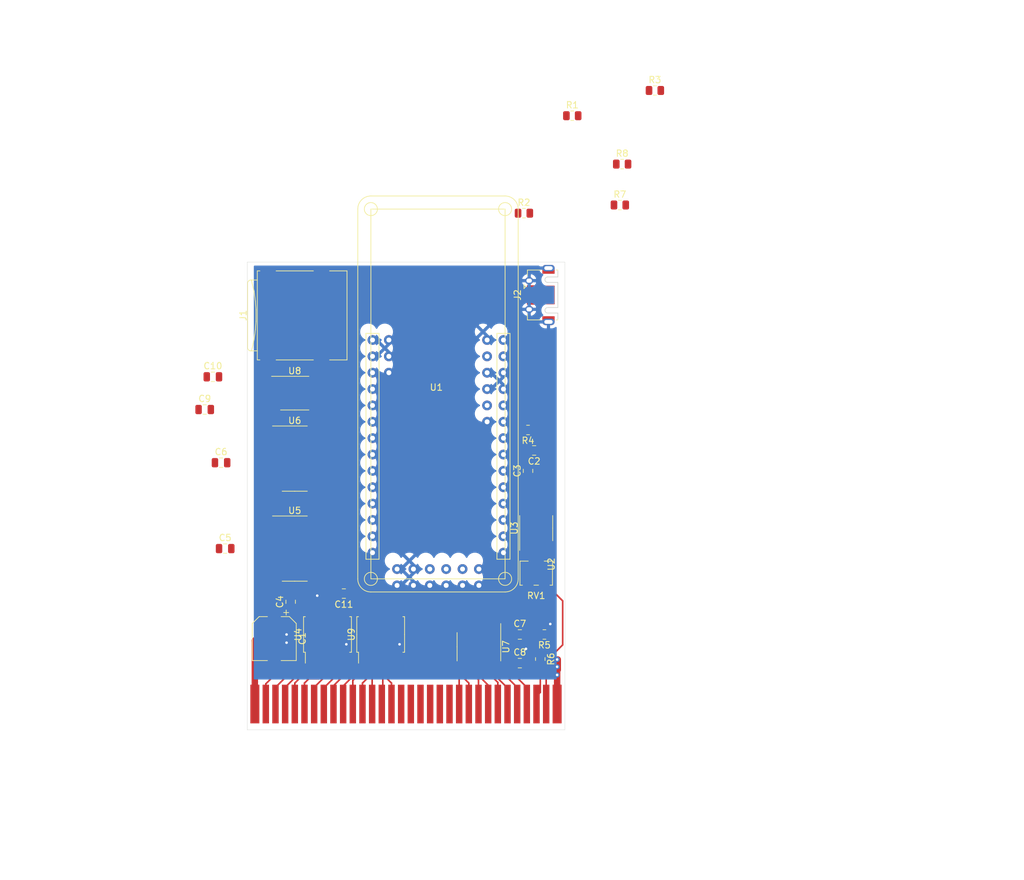
<source format=kicad_pcb>
(kicad_pcb (version 20171130) (host pcbnew "(5.1.10)-1")

  (general
    (thickness 1.6)
    (drawings 9)
    (tracks 151)
    (zones 0)
    (modules 31)
    (nets 119)
  )

  (page A4)
  (layers
    (0 F.Cu signal)
    (31 B.Cu signal hide)
    (32 B.Adhes user)
    (33 F.Adhes user)
    (34 B.Paste user)
    (35 F.Paste user)
    (36 B.SilkS user)
    (37 F.SilkS user)
    (38 B.Mask user)
    (39 F.Mask user)
    (40 Dwgs.User user)
    (41 Cmts.User user)
    (42 Eco1.User user)
    (43 Eco2.User user)
    (44 Edge.Cuts user)
    (45 Margin user)
    (46 B.CrtYd user)
    (47 F.CrtYd user)
    (48 B.Fab user)
    (49 F.Fab user)
  )

  (setup
    (last_trace_width 0.25)
    (user_trace_width 1)
    (trace_clearance 0.2)
    (zone_clearance 0.508)
    (zone_45_only no)
    (trace_min 0.2)
    (via_size 0.8)
    (via_drill 0.4)
    (via_min_size 0.4)
    (via_min_drill 0.3)
    (uvia_size 0.3)
    (uvia_drill 0.1)
    (uvias_allowed no)
    (uvia_min_size 0.2)
    (uvia_min_drill 0.1)
    (edge_width 0.05)
    (segment_width 0.2)
    (pcb_text_width 0.3)
    (pcb_text_size 1.5 1.5)
    (mod_edge_width 0.12)
    (mod_text_size 1 1)
    (mod_text_width 0.15)
    (pad_size 1.524 1.524)
    (pad_drill 0.762)
    (pad_to_mask_clearance 0)
    (aux_axis_origin 0 0)
    (visible_elements 7FFFFFFF)
    (pcbplotparams
      (layerselection 0x010fc_ffffffff)
      (usegerberextensions false)
      (usegerberattributes true)
      (usegerberadvancedattributes true)
      (creategerberjobfile true)
      (excludeedgelayer true)
      (linewidth 0.100000)
      (plotframeref false)
      (viasonmask false)
      (mode 1)
      (useauxorigin false)
      (hpglpennumber 1)
      (hpglpenspeed 20)
      (hpglpendiameter 15.000000)
      (psnegative false)
      (psa4output false)
      (plotreference true)
      (plotvalue true)
      (plotinvisibletext false)
      (padsonsilk false)
      (subtractmaskfromsilk false)
      (outputformat 1)
      (mirror false)
      (drillshape 1)
      (scaleselection 1)
      (outputdirectory ""))
  )

  (net 0 "")
  (net 1 +3V3)
  (net 2 GND)
  (net 3 "Net-(U1-Pad47)")
  (net 4 "Net-(U1-Pad46)")
  (net 5 "Net-(U1-Pad45)")
  (net 6 "Net-(U1-Pad41)")
  (net 7 "Net-(U1-Pad40)")
  (net 8 "Net-(U1-Pad39)")
  (net 9 "Net-(U1-Pad37)")
  (net 10 "Net-(U1-Pad36)")
  (net 11 "Net-(U1-Pad35)")
  (net 12 "Net-(U1-Pad34)")
  (net 13 "Net-(U1-Pad33)")
  (net 14 "Net-(U1-Pad31)")
  (net 15 "Net-(U1-Pad29)")
  (net 16 "Net-(U1-Pad28)")
  (net 17 +5V)
  (net 18 "Net-(U1-Pad24)")
  (net 19 "Net-(U1-Pad21)")
  (net 20 "Net-(U1-Pad20)")
  (net 21 "Net-(U1-Pad14)")
  (net 22 "Net-(U1-Pad13)")
  (net 23 "Net-(U1-Pad12)")
  (net 24 "Net-(U1-Pad11)")
  (net 25 "Net-(U1-Pad10)")
  (net 26 "Net-(U1-Pad9)")
  (net 27 "Net-(U1-Pad8)")
  (net 28 "Net-(U1-Pad7)")
  (net 29 "Net-(U1-Pad6)")
  (net 30 "Net-(U1-Pad5)")
  (net 31 "Net-(U1-Pad4)")
  (net 32 "Net-(U1-Pad3)")
  (net 33 "Net-(U1-Pad2)")
  (net 34 "Net-(U1-Pad1)")
  (net 35 Addr_15)
  (net 36 Addr_14)
  (net 37 Addr_13)
  (net 38 Addr_12)
  (net 39 Addr_11)
  (net 40 Addr_10)
  (net 41 Addr_9)
  (net 42 Addr_8)
  (net 43 Addr_7)
  (net 44 Addr_6)
  (net 45 Addr_5)
  (net 46 Addr_4)
  (net 47 Addr_3)
  (net 48 Addr_2)
  (net 49 Addr_1)
  (net 50 Addr_0)
  (net 51 "Net-(U3-Pad5)")
  (net 52 "Net-(U3-Pad1)")
  (net 53 "Net-(U4-Pad16)")
  (net 54 "Net-(U4-Pad15)")
  (net 55 "Net-(U4-Pad14)")
  (net 56 "Net-(U4-Pad13)")
  (net 57 "Net-(U4-Pad12)")
  (net 58 "Net-(U4-Pad11)")
  (net 59 "Net-(U5-Pad7)")
  (net 60 "Net-(J1-Pad8)")
  (net 61 "Net-(J1-Pad1)")
  (net 62 "Net-(J2-Pad1)")
  (net 63 "Net-(J2-Pad4)")
  (net 64 SD_DAT3)
  (net 65 SD_CMD)
  (net 66 SD_CLK)
  (net 67 SD_DAT0)
  (net 68 USB_D-)
  (net 69 USB_D+)
  (net 70 Audio_pin)
  (net 71 "Net-(C2-Pad1)")
  (net 72 Reset_3V3)
  (net 73 "Net-(R6-Pad2)")
  (net 74 Enable)
  (net 75 Audio)
  (net 76 "Net-(RV1-Pad2)")
  (net 77 D7_5V)
  (net 78 D6_5V)
  (net 79 D5_5V)
  (net 80 D4_5V)
  (net 81 D3_5V)
  (net 82 D2_5V)
  (net 83 D1_5V)
  (net 84 D0_5V)
  (net 85 Cs_5V)
  (net 86 Rd_5V)
  (net 87 Wr_5V)
  (net 88 Clk_5V)
  (net 89 "Net-(U3-Pad8)")
  (net 90 "Net-(U4-Pad18)")
  (net 91 "Net-(U4-Pad17)")
  (net 92 ShitReg_Out0_5V)
  (net 93 ShitReg_Clk_5V)
  (net 94 ShitReg_Loadn_5V)
  (net 95 ShitReg_Out1_5V)
  (net 96 "Net-(U6-Pad7)")
  (net 97 D7_3V3)
  (net 98 D6_3V3)
  (net 99 D5_3V3)
  (net 100 D4_3V3)
  (net 101 D3_3V3)
  (net 102 D2_3V3)
  (net 103 D1_3V3)
  (net 104 D0_3V3)
  (net 105 "Net-(U8-Pad9)")
  (net 106 "Net-(U8-Pad6)")
  (net 107 ShitReg_Loadn_3V3)
  (net 108 ShitReg_Clk_3V3)
  (net 109 ShitReg_Out1_3V3)
  (net 110 ShitReg_Out0_3V3)
  (net 111 "Net-(U9-Pad18)")
  (net 112 "Net-(U9-Pad17)")
  (net 113 "Net-(U9-Pad16)")
  (net 114 "Net-(U9-Pad15)")
  (net 115 "Net-(U9-Pad14)")
  (net 116 "Net-(U9-Pad13)")
  (net 117 "Net-(U9-Pad12)")
  (net 118 "Net-(U9-Pad11)")

  (net_class Default "This is the default net class."
    (clearance 0.2)
    (trace_width 0.25)
    (via_dia 0.8)
    (via_drill 0.4)
    (uvia_dia 0.3)
    (uvia_drill 0.1)
    (add_net +3V3)
    (add_net +5V)
    (add_net Addr_0)
    (add_net Addr_1)
    (add_net Addr_10)
    (add_net Addr_11)
    (add_net Addr_12)
    (add_net Addr_13)
    (add_net Addr_14)
    (add_net Addr_15)
    (add_net Addr_2)
    (add_net Addr_3)
    (add_net Addr_4)
    (add_net Addr_5)
    (add_net Addr_6)
    (add_net Addr_7)
    (add_net Addr_8)
    (add_net Addr_9)
    (add_net Audio)
    (add_net Audio_pin)
    (add_net Clk_5V)
    (add_net Cs_5V)
    (add_net D0_3V3)
    (add_net D0_5V)
    (add_net D1_3V3)
    (add_net D1_5V)
    (add_net D2_3V3)
    (add_net D2_5V)
    (add_net D3_3V3)
    (add_net D3_5V)
    (add_net D4_3V3)
    (add_net D4_5V)
    (add_net D5_3V3)
    (add_net D5_5V)
    (add_net D6_3V3)
    (add_net D6_5V)
    (add_net D7_3V3)
    (add_net D7_5V)
    (add_net Enable)
    (add_net GND)
    (add_net "Net-(C2-Pad1)")
    (add_net "Net-(J1-Pad1)")
    (add_net "Net-(J1-Pad8)")
    (add_net "Net-(J2-Pad1)")
    (add_net "Net-(J2-Pad4)")
    (add_net "Net-(R6-Pad2)")
    (add_net "Net-(RV1-Pad2)")
    (add_net "Net-(U1-Pad1)")
    (add_net "Net-(U1-Pad10)")
    (add_net "Net-(U1-Pad11)")
    (add_net "Net-(U1-Pad12)")
    (add_net "Net-(U1-Pad13)")
    (add_net "Net-(U1-Pad14)")
    (add_net "Net-(U1-Pad2)")
    (add_net "Net-(U1-Pad20)")
    (add_net "Net-(U1-Pad21)")
    (add_net "Net-(U1-Pad24)")
    (add_net "Net-(U1-Pad28)")
    (add_net "Net-(U1-Pad29)")
    (add_net "Net-(U1-Pad3)")
    (add_net "Net-(U1-Pad31)")
    (add_net "Net-(U1-Pad33)")
    (add_net "Net-(U1-Pad34)")
    (add_net "Net-(U1-Pad35)")
    (add_net "Net-(U1-Pad36)")
    (add_net "Net-(U1-Pad37)")
    (add_net "Net-(U1-Pad39)")
    (add_net "Net-(U1-Pad4)")
    (add_net "Net-(U1-Pad40)")
    (add_net "Net-(U1-Pad41)")
    (add_net "Net-(U1-Pad45)")
    (add_net "Net-(U1-Pad46)")
    (add_net "Net-(U1-Pad47)")
    (add_net "Net-(U1-Pad5)")
    (add_net "Net-(U1-Pad6)")
    (add_net "Net-(U1-Pad7)")
    (add_net "Net-(U1-Pad8)")
    (add_net "Net-(U1-Pad9)")
    (add_net "Net-(U3-Pad1)")
    (add_net "Net-(U3-Pad5)")
    (add_net "Net-(U3-Pad8)")
    (add_net "Net-(U4-Pad11)")
    (add_net "Net-(U4-Pad12)")
    (add_net "Net-(U4-Pad13)")
    (add_net "Net-(U4-Pad14)")
    (add_net "Net-(U4-Pad15)")
    (add_net "Net-(U4-Pad16)")
    (add_net "Net-(U4-Pad17)")
    (add_net "Net-(U4-Pad18)")
    (add_net "Net-(U5-Pad7)")
    (add_net "Net-(U6-Pad7)")
    (add_net "Net-(U8-Pad6)")
    (add_net "Net-(U8-Pad9)")
    (add_net "Net-(U9-Pad11)")
    (add_net "Net-(U9-Pad12)")
    (add_net "Net-(U9-Pad13)")
    (add_net "Net-(U9-Pad14)")
    (add_net "Net-(U9-Pad15)")
    (add_net "Net-(U9-Pad16)")
    (add_net "Net-(U9-Pad17)")
    (add_net "Net-(U9-Pad18)")
    (add_net Rd_5V)
    (add_net Reset_3V3)
    (add_net SD_CLK)
    (add_net SD_CMD)
    (add_net SD_DAT0)
    (add_net SD_DAT3)
    (add_net ShitReg_Clk_3V3)
    (add_net ShitReg_Clk_5V)
    (add_net ShitReg_Loadn_3V3)
    (add_net ShitReg_Loadn_5V)
    (add_net ShitReg_Out0_3V3)
    (add_net ShitReg_Out0_5V)
    (add_net ShitReg_Out1_3V3)
    (add_net ShitReg_Out1_5V)
    (add_net USB_D+)
    (add_net USB_D-)
    (add_net Wr_5V)
  )

  (module customFootprints:MAX1000 (layer F.Cu) (tedit 62EA6AE7) (tstamp 62F183BF)
    (at 116.205 111.125)
    (path /62EB3F84)
    (fp_text reference U1 (at -0.254 4.818) (layer F.SilkS)
      (effects (font (size 1 1) (thickness 0.15)))
    )
    (fp_text value MAX1000 (at -0.254 3.818) (layer F.Fab)
      (effects (font (size 1 1) (thickness 0.15)))
    )
    (fp_line (start 10.414 36.576) (end -10.414 36.576) (layer F.SilkS) (width 0.12))
    (fp_line (start -12.446 34.544) (end -12.446 -22.86) (layer F.SilkS) (width 0.12))
    (fp_line (start -10.414 -24.892) (end 10.414 -24.892) (layer F.SilkS) (width 0.12))
    (fp_line (start 12.446 -22.86) (end 12.446 34.544) (layer F.SilkS) (width 0.12))
    (fp_circle (center -10.414 34.544) (end -9.398 34.544) (layer F.SilkS) (width 0.12))
    (fp_circle (center 10.414 34.544) (end 11.43 34.544) (layer F.SilkS) (width 0.12))
    (fp_circle (center 10.414 -22.86) (end 11.43 -22.86) (layer F.SilkS) (width 0.12))
    (fp_circle (center -10.414 -22.86) (end -9.398 -22.86) (layer F.SilkS) (width 0.12))
    (fp_line (start -10.414 -22.86) (end 10.414 -22.86) (layer F.SilkS) (width 0.12))
    (fp_line (start 10.414 -22.86) (end 10.414 34.544) (layer F.SilkS) (width 0.12))
    (fp_line (start 10.414 34.544) (end -10.414 34.544) (layer F.SilkS) (width 0.12))
    (fp_line (start -10.414 34.544) (end -10.414 -22.86) (layer F.SilkS) (width 0.12))
    (fp_line (start -11.176 31.496) (end -9.144 31.496) (layer F.SilkS) (width 0.12))
    (fp_line (start -9.144 31.496) (end -9.144 -3.556) (layer F.SilkS) (width 0.12))
    (fp_line (start -9.144 -3.556) (end -11.176 -3.556) (layer F.SilkS) (width 0.12))
    (fp_line (start -11.176 -3.556) (end -11.176 31.496) (layer F.SilkS) (width 0.12))
    (fp_line (start 9.144 -3.556) (end 11.176 -3.556) (layer F.SilkS) (width 0.12))
    (fp_line (start 11.176 -3.556) (end 11.176 31.496) (layer F.SilkS) (width 0.12))
    (fp_line (start 11.176 31.496) (end 9.144 31.496) (layer F.SilkS) (width 0.12))
    (fp_line (start 9.144 31.496) (end 9.144 -3.556) (layer F.SilkS) (width 0.12))
    (fp_arc (start 10.414 34.544) (end 10.414 36.576) (angle -90) (layer F.SilkS) (width 0.12))
    (fp_arc (start -10.414 -22.86) (end -10.414 -24.892) (angle -90) (layer F.SilkS) (width 0.12))
    (fp_arc (start -10.414 34.544) (end -12.446 34.544) (angle -90) (layer F.SilkS) (width 0.12))
    (fp_arc (start 10.414 -22.86) (end 12.446 -22.86) (angle -90) (layer F.SilkS) (width 0.12))
    (pad 49 thru_hole circle (at -6.35 35.56) (size 1.524 1.524) (drill 0.762) (layers *.Cu *.Mask)
      (net 1 +3V3))
    (pad 48 thru_hole circle (at -3.81 35.56) (size 1.524 1.524) (drill 0.762) (layers *.Cu *.Mask)
      (net 2 GND))
    (pad 47 thru_hole circle (at -1.27 35.56) (size 1.524 1.524) (drill 0.762) (layers *.Cu *.Mask)
      (net 3 "Net-(U1-Pad47)"))
    (pad 46 thru_hole circle (at 1.27 35.56) (size 1.524 1.524) (drill 0.762) (layers *.Cu *.Mask)
      (net 4 "Net-(U1-Pad46)"))
    (pad 45 thru_hole circle (at 3.81 35.56) (size 1.524 1.524) (drill 0.762) (layers *.Cu *.Mask)
      (net 5 "Net-(U1-Pad45)"))
    (pad 44 thru_hole circle (at 6.35 35.56) (size 1.524 1.524) (drill 0.762) (layers *.Cu *.Mask)
      (net 98 D6_3V3))
    (pad 43 thru_hole circle (at -6.35 33.02) (size 1.524 1.524) (drill 0.762) (layers *.Cu *.Mask)
      (net 1 +3V3))
    (pad 42 thru_hole circle (at -3.81 33.02) (size 1.524 1.524) (drill 0.762) (layers *.Cu *.Mask)
      (net 2 GND))
    (pad 41 thru_hole circle (at -1.27 33.02) (size 1.524 1.524) (drill 0.762) (layers *.Cu *.Mask)
      (net 6 "Net-(U1-Pad41)"))
    (pad 40 thru_hole circle (at 1.27 33.02) (size 1.524 1.524) (drill 0.762) (layers *.Cu *.Mask)
      (net 7 "Net-(U1-Pad40)"))
    (pad 39 thru_hole circle (at 3.81 33.02) (size 1.524 1.524) (drill 0.762) (layers *.Cu *.Mask)
      (net 8 "Net-(U1-Pad39)"))
    (pad 38 thru_hole circle (at 6.35 33.02) (size 1.524 1.524) (drill 0.762) (layers *.Cu *.Mask)
      (net 97 D7_3V3))
    (pad 37 thru_hole circle (at 7.62 10.16) (size 1.524 1.524) (drill 0.762) (layers *.Cu *.Mask)
      (net 9 "Net-(U1-Pad37)"))
    (pad 36 thru_hole circle (at 7.62 7.62) (size 1.524 1.524) (drill 0.762) (layers *.Cu *.Mask)
      (net 10 "Net-(U1-Pad36)"))
    (pad 35 thru_hole circle (at 7.62 5.08) (size 1.524 1.524) (drill 0.762) (layers *.Cu *.Mask)
      (net 11 "Net-(U1-Pad35)"))
    (pad 34 thru_hole circle (at 7.62 2.54) (size 1.524 1.524) (drill 0.762) (layers *.Cu *.Mask)
      (net 12 "Net-(U1-Pad34)"))
    (pad 33 thru_hole circle (at 7.62 0) (size 1.524 1.524) (drill 0.762) (layers *.Cu *.Mask)
      (net 13 "Net-(U1-Pad33)"))
    (pad 32 thru_hole circle (at 7.62 -2.54) (size 1.524 1.524) (drill 0.762) (layers *.Cu *.Mask)
      (net 2 GND))
    (pad 31 thru_hole circle (at -7.62 2.54) (size 1.524 1.524) (drill 0.762) (layers *.Cu *.Mask)
      (net 14 "Net-(U1-Pad31)"))
    (pad 30 thru_hole circle (at -7.62 0) (size 1.524 1.524) (drill 0.762) (layers *.Cu *.Mask)
      (net 2 GND))
    (pad 29 thru_hole circle (at -7.62 -2.54) (size 1.524 1.524) (drill 0.762) (layers *.Cu *.Mask)
      (net 15 "Net-(U1-Pad29)"))
    (pad 28 thru_hole circle (at 10.16 -2.54) (size 1.524 1.524) (drill 0.762) (layers *.Cu *.Mask)
      (net 16 "Net-(U1-Pad28)"))
    (pad 27 thru_hole circle (at 10.16 0) (size 1.524 1.524) (drill 0.762) (layers *.Cu *.Mask)
      (net 17 +5V))
    (pad 26 thru_hole circle (at 10.16 2.54) (size 1.524 1.524) (drill 0.762) (layers *.Cu *.Mask)
      (net 1 +3V3))
    (pad 25 thru_hole circle (at 10.16 5.08) (size 1.524 1.524) (drill 0.762) (layers *.Cu *.Mask)
      (net 2 GND))
    (pad 24 thru_hole circle (at 10.16 7.62) (size 1.524 1.524) (drill 0.762) (layers *.Cu *.Mask)
      (net 18 "Net-(U1-Pad24)"))
    (pad 23 thru_hole circle (at 10.16 10.16) (size 1.524 1.524) (drill 0.762) (layers *.Cu *.Mask)
      (net 70 Audio_pin))
    (pad 22 thru_hole circle (at 10.16 12.7) (size 1.524 1.524) (drill 0.762) (layers *.Cu *.Mask)
      (net 104 D0_3V3))
    (pad 21 thru_hole circle (at 10.16 15.24) (size 1.524 1.524) (drill 0.762) (layers *.Cu *.Mask)
      (net 19 "Net-(U1-Pad21)"))
    (pad 20 thru_hole circle (at 10.16 17.78) (size 1.524 1.524) (drill 0.762) (layers *.Cu *.Mask)
      (net 20 "Net-(U1-Pad20)"))
    (pad 19 thru_hole circle (at 10.16 20.32) (size 1.524 1.524) (drill 0.762) (layers *.Cu *.Mask)
      (net 103 D1_3V3))
    (pad 18 thru_hole circle (at 10.16 22.86) (size 1.524 1.524) (drill 0.762) (layers *.Cu *.Mask)
      (net 102 D2_3V3))
    (pad 17 thru_hole circle (at 10.16 25.4) (size 1.524 1.524) (drill 0.762) (layers *.Cu *.Mask)
      (net 101 D3_3V3))
    (pad 16 thru_hole circle (at 10.16 27.94) (size 1.524 1.524) (drill 0.762) (layers *.Cu *.Mask)
      (net 100 D4_3V3))
    (pad 15 thru_hole circle (at 10.16 30.48) (size 1.524 1.524) (drill 0.762) (layers *.Cu *.Mask)
      (net 99 D5_3V3))
    (pad 14 thru_hole circle (at -10.16 30.48) (size 1.524 1.524) (drill 0.762) (layers *.Cu *.Mask)
      (net 21 "Net-(U1-Pad14)"))
    (pad 13 thru_hole circle (at -10.16 27.94) (size 1.524 1.524) (drill 0.762) (layers *.Cu *.Mask)
      (net 22 "Net-(U1-Pad13)"))
    (pad 12 thru_hole circle (at -10.16 25.4) (size 1.524 1.524) (drill 0.762) (layers *.Cu *.Mask)
      (net 23 "Net-(U1-Pad12)"))
    (pad 11 thru_hole circle (at -10.16 22.86) (size 1.524 1.524) (drill 0.762) (layers *.Cu *.Mask)
      (net 24 "Net-(U1-Pad11)"))
    (pad 10 thru_hole circle (at -10.16 20.32) (size 1.524 1.524) (drill 0.762) (layers *.Cu *.Mask)
      (net 25 "Net-(U1-Pad10)"))
    (pad 9 thru_hole circle (at -10.16 17.78) (size 1.524 1.524) (drill 0.762) (layers *.Cu *.Mask)
      (net 26 "Net-(U1-Pad9)"))
    (pad 8 thru_hole circle (at -10.16 15.24) (size 1.524 1.524) (drill 0.762) (layers *.Cu *.Mask)
      (net 27 "Net-(U1-Pad8)"))
    (pad 7 thru_hole circle (at -10.16 12.7) (size 1.524 1.524) (drill 0.762) (layers *.Cu *.Mask)
      (net 28 "Net-(U1-Pad7)"))
    (pad 6 thru_hole circle (at -10.16 10.16) (size 1.524 1.524) (drill 0.762) (layers *.Cu *.Mask)
      (net 29 "Net-(U1-Pad6)"))
    (pad 5 thru_hole circle (at -10.16 7.62) (size 1.524 1.524) (drill 0.762) (layers *.Cu *.Mask)
      (net 30 "Net-(U1-Pad5)"))
    (pad 4 thru_hole circle (at -10.16 5.08) (size 1.524 1.524) (drill 0.762) (layers *.Cu *.Mask)
      (net 31 "Net-(U1-Pad4)"))
    (pad 3 thru_hole circle (at -10.16 2.54) (size 1.524 1.524) (drill 0.762) (layers *.Cu *.Mask)
      (net 32 "Net-(U1-Pad3)"))
    (pad 2 thru_hole circle (at -10.16 0) (size 1.524 1.524) (drill 0.762) (layers *.Cu *.Mask)
      (net 33 "Net-(U1-Pad2)"))
    (pad 1 thru_hole circle (at -10.16 -2.54) (size 1.524 1.524) (drill 0.762) (layers *.Cu *.Mask)
      (net 34 "Net-(U1-Pad1)"))
  )

  (module Package_SO:SSOP-20_5.3x7.2mm_P0.65mm (layer F.Cu) (tedit 5D9F72B1) (tstamp 62F1E1A9)
    (at 107.315 154.305 90)
    (descr "SSOP, 20 Pin (http://ww1.microchip.com/downloads/en/DeviceDoc/40001800C.pdf), generated with kicad-footprint-generator ipc_gullwing_generator.py")
    (tags "SSOP SO")
    (path /6307C9A6)
    (attr smd)
    (fp_text reference U9 (at 0 -4.55 90) (layer F.SilkS)
      (effects (font (size 1 1) (thickness 0.15)))
    )
    (fp_text value 74LVC245A (at 0 4.55 90) (layer F.Fab)
      (effects (font (size 1 1) (thickness 0.15)))
    )
    (fp_text user %R (at 0 0 90) (layer F.Fab)
      (effects (font (size 1 1) (thickness 0.15)))
    )
    (fp_line (start 0 3.71) (end 2.76 3.71) (layer F.SilkS) (width 0.12))
    (fp_line (start 2.76 3.71) (end 2.76 3.435) (layer F.SilkS) (width 0.12))
    (fp_line (start 0 3.71) (end -2.76 3.71) (layer F.SilkS) (width 0.12))
    (fp_line (start -2.76 3.71) (end -2.76 3.435) (layer F.SilkS) (width 0.12))
    (fp_line (start 0 -3.71) (end 2.76 -3.71) (layer F.SilkS) (width 0.12))
    (fp_line (start 2.76 -3.71) (end 2.76 -3.435) (layer F.SilkS) (width 0.12))
    (fp_line (start 0 -3.71) (end -2.76 -3.71) (layer F.SilkS) (width 0.12))
    (fp_line (start -2.76 -3.71) (end -2.76 -3.435) (layer F.SilkS) (width 0.12))
    (fp_line (start -2.76 -3.435) (end -4.45 -3.435) (layer F.SilkS) (width 0.12))
    (fp_line (start -1.65 -3.6) (end 2.65 -3.6) (layer F.Fab) (width 0.1))
    (fp_line (start 2.65 -3.6) (end 2.65 3.6) (layer F.Fab) (width 0.1))
    (fp_line (start 2.65 3.6) (end -2.65 3.6) (layer F.Fab) (width 0.1))
    (fp_line (start -2.65 3.6) (end -2.65 -2.6) (layer F.Fab) (width 0.1))
    (fp_line (start -2.65 -2.6) (end -1.65 -3.6) (layer F.Fab) (width 0.1))
    (fp_line (start -4.7 -3.85) (end -4.7 3.85) (layer F.CrtYd) (width 0.05))
    (fp_line (start -4.7 3.85) (end 4.7 3.85) (layer F.CrtYd) (width 0.05))
    (fp_line (start 4.7 3.85) (end 4.7 -3.85) (layer F.CrtYd) (width 0.05))
    (fp_line (start 4.7 -3.85) (end -4.7 -3.85) (layer F.CrtYd) (width 0.05))
    (pad 20 smd roundrect (at 3.5 -2.925 90) (size 1.9 0.5) (layers F.Cu F.Paste F.Mask) (roundrect_rratio 0.25)
      (net 1 +3V3))
    (pad 19 smd roundrect (at 3.5 -2.275 90) (size 1.9 0.5) (layers F.Cu F.Paste F.Mask) (roundrect_rratio 0.25)
      (net 72 Reset_3V3))
    (pad 18 smd roundrect (at 3.5 -1.625 90) (size 1.9 0.5) (layers F.Cu F.Paste F.Mask) (roundrect_rratio 0.25)
      (net 111 "Net-(U9-Pad18)"))
    (pad 17 smd roundrect (at 3.5 -0.975 90) (size 1.9 0.5) (layers F.Cu F.Paste F.Mask) (roundrect_rratio 0.25)
      (net 112 "Net-(U9-Pad17)"))
    (pad 16 smd roundrect (at 3.5 -0.325 90) (size 1.9 0.5) (layers F.Cu F.Paste F.Mask) (roundrect_rratio 0.25)
      (net 113 "Net-(U9-Pad16)"))
    (pad 15 smd roundrect (at 3.5 0.325 90) (size 1.9 0.5) (layers F.Cu F.Paste F.Mask) (roundrect_rratio 0.25)
      (net 114 "Net-(U9-Pad15)"))
    (pad 14 smd roundrect (at 3.5 0.975 90) (size 1.9 0.5) (layers F.Cu F.Paste F.Mask) (roundrect_rratio 0.25)
      (net 115 "Net-(U9-Pad14)"))
    (pad 13 smd roundrect (at 3.5 1.625 90) (size 1.9 0.5) (layers F.Cu F.Paste F.Mask) (roundrect_rratio 0.25)
      (net 116 "Net-(U9-Pad13)"))
    (pad 12 smd roundrect (at 3.5 2.275 90) (size 1.9 0.5) (layers F.Cu F.Paste F.Mask) (roundrect_rratio 0.25)
      (net 117 "Net-(U9-Pad12)"))
    (pad 11 smd roundrect (at 3.5 2.925 90) (size 1.9 0.5) (layers F.Cu F.Paste F.Mask) (roundrect_rratio 0.25)
      (net 118 "Net-(U9-Pad11)"))
    (pad 10 smd roundrect (at -3.5 2.925 90) (size 1.9 0.5) (layers F.Cu F.Paste F.Mask) (roundrect_rratio 0.25)
      (net 2 GND))
    (pad 9 smd roundrect (at -3.5 2.275 90) (size 1.9 0.5) (layers F.Cu F.Paste F.Mask) (roundrect_rratio 0.25)
      (net 36 Addr_14))
    (pad 8 smd roundrect (at -3.5 1.625 90) (size 1.9 0.5) (layers F.Cu F.Paste F.Mask) (roundrect_rratio 0.25)
      (net 35 Addr_15))
    (pad 7 smd roundrect (at -3.5 0.975 90) (size 1.9 0.5) (layers F.Cu F.Paste F.Mask) (roundrect_rratio 0.25)
      (net 41 Addr_9))
    (pad 6 smd roundrect (at -3.5 0.325 90) (size 1.9 0.5) (layers F.Cu F.Paste F.Mask) (roundrect_rratio 0.25)
      (net 42 Addr_8))
    (pad 5 smd roundrect (at -3.5 -0.325 90) (size 1.9 0.5) (layers F.Cu F.Paste F.Mask) (roundrect_rratio 0.25)
      (net 43 Addr_7))
    (pad 4 smd roundrect (at -3.5 -0.975 90) (size 1.9 0.5) (layers F.Cu F.Paste F.Mask) (roundrect_rratio 0.25)
      (net 44 Addr_6))
    (pad 3 smd roundrect (at -3.5 -1.625 90) (size 1.9 0.5) (layers F.Cu F.Paste F.Mask) (roundrect_rratio 0.25)
      (net 45 Addr_5))
    (pad 2 smd roundrect (at -3.5 -2.275 90) (size 1.9 0.5) (layers F.Cu F.Paste F.Mask) (roundrect_rratio 0.25)
      (net 46 Addr_4))
    (pad 1 smd roundrect (at -3.5 -2.925 90) (size 1.9 0.5) (layers F.Cu F.Paste F.Mask) (roundrect_rratio 0.25)
      (net 1 +3V3))
    (model ${KISYS3DMOD}/Package_SO.3dshapes/SSOP-20_5.3x7.2mm_P0.65mm.wrl
      (at (xyz 0 0 0))
      (scale (xyz 1 1 1))
      (rotate (xyz 0 0 0))
    )
  )

  (module Capacitor_SMD:C_0805_2012Metric (layer F.Cu) (tedit 5F68FEEE) (tstamp 62F1DD1E)
    (at 101.6 147.955 180)
    (descr "Capacitor SMD 0805 (2012 Metric), square (rectangular) end terminal, IPC_7351 nominal, (Body size source: IPC-SM-782 page 76, https://www.pcb-3d.com/wordpress/wp-content/uploads/ipc-sm-782a_amendment_1_and_2.pdf, https://docs.google.com/spreadsheets/d/1BsfQQcO9C6DZCsRaXUlFlo91Tg2WpOkGARC1WS5S8t0/edit?usp=sharing), generated with kicad-footprint-generator")
    (tags capacitor)
    (path /6307C9B9)
    (attr smd)
    (fp_text reference C11 (at 0 -1.68) (layer F.SilkS)
      (effects (font (size 1 1) (thickness 0.15)))
    )
    (fp_text value 1u (at 0 1.68) (layer F.Fab)
      (effects (font (size 1 1) (thickness 0.15)))
    )
    (fp_text user %R (at 0 0) (layer F.Fab)
      (effects (font (size 0.5 0.5) (thickness 0.08)))
    )
    (fp_line (start -1 0.625) (end -1 -0.625) (layer F.Fab) (width 0.1))
    (fp_line (start -1 -0.625) (end 1 -0.625) (layer F.Fab) (width 0.1))
    (fp_line (start 1 -0.625) (end 1 0.625) (layer F.Fab) (width 0.1))
    (fp_line (start 1 0.625) (end -1 0.625) (layer F.Fab) (width 0.1))
    (fp_line (start -0.261252 -0.735) (end 0.261252 -0.735) (layer F.SilkS) (width 0.12))
    (fp_line (start -0.261252 0.735) (end 0.261252 0.735) (layer F.SilkS) (width 0.12))
    (fp_line (start -1.7 0.98) (end -1.7 -0.98) (layer F.CrtYd) (width 0.05))
    (fp_line (start -1.7 -0.98) (end 1.7 -0.98) (layer F.CrtYd) (width 0.05))
    (fp_line (start 1.7 -0.98) (end 1.7 0.98) (layer F.CrtYd) (width 0.05))
    (fp_line (start 1.7 0.98) (end -1.7 0.98) (layer F.CrtYd) (width 0.05))
    (pad 2 smd roundrect (at 0.95 0 180) (size 1 1.45) (layers F.Cu F.Paste F.Mask) (roundrect_rratio 0.25)
      (net 2 GND))
    (pad 1 smd roundrect (at -0.95 0 180) (size 1 1.45) (layers F.Cu F.Paste F.Mask) (roundrect_rratio 0.25)
      (net 1 +3V3))
    (model ${KISYS3DMOD}/Capacitor_SMD.3dshapes/C_0805_2012Metric.wrl
      (at (xyz 0 0 0))
      (scale (xyz 1 1 1))
      (rotate (xyz 0 0 0))
    )
  )

  (module Capacitor_SMD:C_0805_2012Metric (layer F.Cu) (tedit 5F68FEEE) (tstamp 62F1AEC6)
    (at 131.125 125.73 180)
    (descr "Capacitor SMD 0805 (2012 Metric), square (rectangular) end terminal, IPC_7351 nominal, (Body size source: IPC-SM-782 page 76, https://www.pcb-3d.com/wordpress/wp-content/uploads/ipc-sm-782a_amendment_1_and_2.pdf, https://docs.google.com/spreadsheets/d/1BsfQQcO9C6DZCsRaXUlFlo91Tg2WpOkGARC1WS5S8t0/edit?usp=sharing), generated with kicad-footprint-generator")
    (tags capacitor)
    (path /62F40CF0)
    (attr smd)
    (fp_text reference C2 (at 0 -1.68) (layer F.SilkS)
      (effects (font (size 1 1) (thickness 0.15)))
    )
    (fp_text value 4n (at 0 1.68) (layer F.Fab)
      (effects (font (size 1 1) (thickness 0.15)))
    )
    (fp_text user %R (at 0 0) (layer F.Fab)
      (effects (font (size 0.5 0.5) (thickness 0.08)))
    )
    (fp_line (start -1 0.625) (end -1 -0.625) (layer F.Fab) (width 0.1))
    (fp_line (start -1 -0.625) (end 1 -0.625) (layer F.Fab) (width 0.1))
    (fp_line (start 1 -0.625) (end 1 0.625) (layer F.Fab) (width 0.1))
    (fp_line (start 1 0.625) (end -1 0.625) (layer F.Fab) (width 0.1))
    (fp_line (start -0.261252 -0.735) (end 0.261252 -0.735) (layer F.SilkS) (width 0.12))
    (fp_line (start -0.261252 0.735) (end 0.261252 0.735) (layer F.SilkS) (width 0.12))
    (fp_line (start -1.7 0.98) (end -1.7 -0.98) (layer F.CrtYd) (width 0.05))
    (fp_line (start -1.7 -0.98) (end 1.7 -0.98) (layer F.CrtYd) (width 0.05))
    (fp_line (start 1.7 -0.98) (end 1.7 0.98) (layer F.CrtYd) (width 0.05))
    (fp_line (start 1.7 0.98) (end -1.7 0.98) (layer F.CrtYd) (width 0.05))
    (pad 2 smd roundrect (at 0.95 0 180) (size 1 1.45) (layers F.Cu F.Paste F.Mask) (roundrect_rratio 0.25)
      (net 2 GND))
    (pad 1 smd roundrect (at -0.95 0 180) (size 1 1.45) (layers F.Cu F.Paste F.Mask) (roundrect_rratio 0.25)
      (net 71 "Net-(C2-Pad1)"))
    (model ${KISYS3DMOD}/Capacitor_SMD.3dshapes/C_0805_2012Metric.wrl
      (at (xyz 0 0 0))
      (scale (xyz 1 1 1))
      (rotate (xyz 0 0 0))
    )
  )

  (module Package_SO:TSSOP-14_4.4x5mm_P0.65mm (layer F.Cu) (tedit 5E476F32) (tstamp 62F16469)
    (at 93.98 116.84)
    (descr "TSSOP, 14 Pin (JEDEC MO-153 Var AB-1 https://www.jedec.org/document_search?search_api_views_fulltext=MO-153), generated with kicad-footprint-generator ipc_gullwing_generator.py")
    (tags "TSSOP SO")
    (path /62F5C059)
    (attr smd)
    (fp_text reference U8 (at 0 -3.45) (layer F.SilkS)
      (effects (font (size 1 1) (thickness 0.15)))
    )
    (fp_text value TXB0104PWR (at 0 3.45) (layer F.Fab)
      (effects (font (size 1 1) (thickness 0.15)))
    )
    (fp_text user %R (at 0 0) (layer F.Fab)
      (effects (font (size 1 1) (thickness 0.15)))
    )
    (fp_line (start 0 2.61) (end 2.2 2.61) (layer F.SilkS) (width 0.12))
    (fp_line (start 0 2.61) (end -2.2 2.61) (layer F.SilkS) (width 0.12))
    (fp_line (start 0 -2.61) (end 2.2 -2.61) (layer F.SilkS) (width 0.12))
    (fp_line (start 0 -2.61) (end -3.6 -2.61) (layer F.SilkS) (width 0.12))
    (fp_line (start -1.2 -2.5) (end 2.2 -2.5) (layer F.Fab) (width 0.1))
    (fp_line (start 2.2 -2.5) (end 2.2 2.5) (layer F.Fab) (width 0.1))
    (fp_line (start 2.2 2.5) (end -2.2 2.5) (layer F.Fab) (width 0.1))
    (fp_line (start -2.2 2.5) (end -2.2 -1.5) (layer F.Fab) (width 0.1))
    (fp_line (start -2.2 -1.5) (end -1.2 -2.5) (layer F.Fab) (width 0.1))
    (fp_line (start -3.85 -2.75) (end -3.85 2.75) (layer F.CrtYd) (width 0.05))
    (fp_line (start -3.85 2.75) (end 3.85 2.75) (layer F.CrtYd) (width 0.05))
    (fp_line (start 3.85 2.75) (end 3.85 -2.75) (layer F.CrtYd) (width 0.05))
    (fp_line (start 3.85 -2.75) (end -3.85 -2.75) (layer F.CrtYd) (width 0.05))
    (pad 14 smd roundrect (at 2.8625 -1.95) (size 1.475 0.4) (layers F.Cu F.Paste F.Mask) (roundrect_rratio 0.25)
      (net 17 +5V))
    (pad 13 smd roundrect (at 2.8625 -1.3) (size 1.475 0.4) (layers F.Cu F.Paste F.Mask) (roundrect_rratio 0.25)
      (net 92 ShitReg_Out0_5V))
    (pad 12 smd roundrect (at 2.8625 -0.65) (size 1.475 0.4) (layers F.Cu F.Paste F.Mask) (roundrect_rratio 0.25)
      (net 95 ShitReg_Out1_5V))
    (pad 11 smd roundrect (at 2.8625 0) (size 1.475 0.4) (layers F.Cu F.Paste F.Mask) (roundrect_rratio 0.25)
      (net 93 ShitReg_Clk_5V))
    (pad 10 smd roundrect (at 2.8625 0.65) (size 1.475 0.4) (layers F.Cu F.Paste F.Mask) (roundrect_rratio 0.25)
      (net 94 ShitReg_Loadn_5V))
    (pad 9 smd roundrect (at 2.8625 1.3) (size 1.475 0.4) (layers F.Cu F.Paste F.Mask) (roundrect_rratio 0.25)
      (net 105 "Net-(U8-Pad9)"))
    (pad 8 smd roundrect (at 2.8625 1.95) (size 1.475 0.4) (layers F.Cu F.Paste F.Mask) (roundrect_rratio 0.25)
      (net 74 Enable))
    (pad 7 smd roundrect (at -2.8625 1.95) (size 1.475 0.4) (layers F.Cu F.Paste F.Mask) (roundrect_rratio 0.25)
      (net 2 GND))
    (pad 6 smd roundrect (at -2.8625 1.3) (size 1.475 0.4) (layers F.Cu F.Paste F.Mask) (roundrect_rratio 0.25)
      (net 106 "Net-(U8-Pad6)"))
    (pad 5 smd roundrect (at -2.8625 0.65) (size 1.475 0.4) (layers F.Cu F.Paste F.Mask) (roundrect_rratio 0.25)
      (net 107 ShitReg_Loadn_3V3))
    (pad 4 smd roundrect (at -2.8625 0) (size 1.475 0.4) (layers F.Cu F.Paste F.Mask) (roundrect_rratio 0.25)
      (net 108 ShitReg_Clk_3V3))
    (pad 3 smd roundrect (at -2.8625 -0.65) (size 1.475 0.4) (layers F.Cu F.Paste F.Mask) (roundrect_rratio 0.25)
      (net 109 ShitReg_Out1_3V3))
    (pad 2 smd roundrect (at -2.8625 -1.3) (size 1.475 0.4) (layers F.Cu F.Paste F.Mask) (roundrect_rratio 0.25)
      (net 110 ShitReg_Out0_3V3))
    (pad 1 smd roundrect (at -2.8625 -1.95) (size 1.475 0.4) (layers F.Cu F.Paste F.Mask) (roundrect_rratio 0.25)
      (net 1 +3V3))
    (model ${KISYS3DMOD}/Package_SO.3dshapes/TSSOP-14_4.4x5mm_P0.65mm.wrl
      (at (xyz 0 0 0))
      (scale (xyz 1 1 1))
      (rotate (xyz 0 0 0))
    )
  )

  (module Package_SO:TSSOP-20_4.4x6.5mm_P0.65mm (layer F.Cu) (tedit 5E476F32) (tstamp 62F16449)
    (at 122.555 156.21 270)
    (descr "TSSOP, 20 Pin (JEDEC MO-153 Var AC https://www.jedec.org/document_search?search_api_views_fulltext=MO-153), generated with kicad-footprint-generator ipc_gullwing_generator.py")
    (tags "TSSOP SO")
    (path /62FA76AF)
    (attr smd)
    (fp_text reference U7 (at 0 -4.2 90) (layer F.SilkS)
      (effects (font (size 1 1) (thickness 0.15)))
    )
    (fp_text value TXB0108PWR (at 0 4.2 90) (layer F.Fab)
      (effects (font (size 1 1) (thickness 0.15)))
    )
    (fp_text user %R (at 0 0 90) (layer F.Fab)
      (effects (font (size 1 1) (thickness 0.15)))
    )
    (fp_line (start 0 3.385) (end 2.2 3.385) (layer F.SilkS) (width 0.12))
    (fp_line (start 0 3.385) (end -2.2 3.385) (layer F.SilkS) (width 0.12))
    (fp_line (start 0 -3.385) (end 2.2 -3.385) (layer F.SilkS) (width 0.12))
    (fp_line (start 0 -3.385) (end -3.6 -3.385) (layer F.SilkS) (width 0.12))
    (fp_line (start -1.2 -3.25) (end 2.2 -3.25) (layer F.Fab) (width 0.1))
    (fp_line (start 2.2 -3.25) (end 2.2 3.25) (layer F.Fab) (width 0.1))
    (fp_line (start 2.2 3.25) (end -2.2 3.25) (layer F.Fab) (width 0.1))
    (fp_line (start -2.2 3.25) (end -2.2 -2.25) (layer F.Fab) (width 0.1))
    (fp_line (start -2.2 -2.25) (end -1.2 -3.25) (layer F.Fab) (width 0.1))
    (fp_line (start -3.85 -3.5) (end -3.85 3.5) (layer F.CrtYd) (width 0.05))
    (fp_line (start -3.85 3.5) (end 3.85 3.5) (layer F.CrtYd) (width 0.05))
    (fp_line (start 3.85 3.5) (end 3.85 -3.5) (layer F.CrtYd) (width 0.05))
    (fp_line (start 3.85 -3.5) (end -3.85 -3.5) (layer F.CrtYd) (width 0.05))
    (pad 20 smd roundrect (at 2.8625 -2.925 270) (size 1.475 0.4) (layers F.Cu F.Paste F.Mask) (roundrect_rratio 0.25)
      (net 77 D7_5V))
    (pad 19 smd roundrect (at 2.8625 -2.275 270) (size 1.475 0.4) (layers F.Cu F.Paste F.Mask) (roundrect_rratio 0.25)
      (net 78 D6_5V))
    (pad 18 smd roundrect (at 2.8625 -1.625 270) (size 1.475 0.4) (layers F.Cu F.Paste F.Mask) (roundrect_rratio 0.25)
      (net 79 D5_5V))
    (pad 17 smd roundrect (at 2.8625 -0.975 270) (size 1.475 0.4) (layers F.Cu F.Paste F.Mask) (roundrect_rratio 0.25)
      (net 80 D4_5V))
    (pad 16 smd roundrect (at 2.8625 -0.325 270) (size 1.475 0.4) (layers F.Cu F.Paste F.Mask) (roundrect_rratio 0.25)
      (net 17 +5V))
    (pad 15 smd roundrect (at 2.8625 0.325 270) (size 1.475 0.4) (layers F.Cu F.Paste F.Mask) (roundrect_rratio 0.25)
      (net 2 GND))
    (pad 14 smd roundrect (at 2.8625 0.975 270) (size 1.475 0.4) (layers F.Cu F.Paste F.Mask) (roundrect_rratio 0.25)
      (net 81 D3_5V))
    (pad 13 smd roundrect (at 2.8625 1.625 270) (size 1.475 0.4) (layers F.Cu F.Paste F.Mask) (roundrect_rratio 0.25)
      (net 82 D2_5V))
    (pad 12 smd roundrect (at 2.8625 2.275 270) (size 1.475 0.4) (layers F.Cu F.Paste F.Mask) (roundrect_rratio 0.25)
      (net 83 D1_5V))
    (pad 11 smd roundrect (at 2.8625 2.925 270) (size 1.475 0.4) (layers F.Cu F.Paste F.Mask) (roundrect_rratio 0.25)
      (net 84 D0_5V))
    (pad 10 smd roundrect (at -2.8625 2.925 270) (size 1.475 0.4) (layers F.Cu F.Paste F.Mask) (roundrect_rratio 0.25)
      (net 97 D7_3V3))
    (pad 9 smd roundrect (at -2.8625 2.275 270) (size 1.475 0.4) (layers F.Cu F.Paste F.Mask) (roundrect_rratio 0.25)
      (net 98 D6_3V3))
    (pad 8 smd roundrect (at -2.8625 1.625 270) (size 1.475 0.4) (layers F.Cu F.Paste F.Mask) (roundrect_rratio 0.25)
      (net 99 D5_3V3))
    (pad 7 smd roundrect (at -2.8625 0.975 270) (size 1.475 0.4) (layers F.Cu F.Paste F.Mask) (roundrect_rratio 0.25)
      (net 100 D4_3V3))
    (pad 6 smd roundrect (at -2.8625 0.325 270) (size 1.475 0.4) (layers F.Cu F.Paste F.Mask) (roundrect_rratio 0.25)
      (net 74 Enable))
    (pad 5 smd roundrect (at -2.8625 -0.325 270) (size 1.475 0.4) (layers F.Cu F.Paste F.Mask) (roundrect_rratio 0.25)
      (net 1 +3V3))
    (pad 4 smd roundrect (at -2.8625 -0.975 270) (size 1.475 0.4) (layers F.Cu F.Paste F.Mask) (roundrect_rratio 0.25)
      (net 101 D3_3V3))
    (pad 3 smd roundrect (at -2.8625 -1.625 270) (size 1.475 0.4) (layers F.Cu F.Paste F.Mask) (roundrect_rratio 0.25)
      (net 102 D2_3V3))
    (pad 2 smd roundrect (at -2.8625 -2.275 270) (size 1.475 0.4) (layers F.Cu F.Paste F.Mask) (roundrect_rratio 0.25)
      (net 103 D1_3V3))
    (pad 1 smd roundrect (at -2.8625 -2.925 270) (size 1.475 0.4) (layers F.Cu F.Paste F.Mask) (roundrect_rratio 0.25)
      (net 104 D0_3V3))
    (model ${KISYS3DMOD}/Package_SO.3dshapes/TSSOP-20_4.4x6.5mm_P0.65mm.wrl
      (at (xyz 0 0 0))
      (scale (xyz 1 1 1))
      (rotate (xyz 0 0 0))
    )
  )

  (module Package_SO:SO-16_3.9x9.9mm_P1.27mm (layer F.Cu) (tedit 5E888720) (tstamp 62F17E0A)
    (at 93.98 127)
    (descr "SO, 16 Pin (https://www.nxp.com/docs/en/package-information/SOT109-1.pdf), generated with kicad-footprint-generator ipc_gullwing_generator.py")
    (tags "SO SO")
    (path /62F30D0D)
    (attr smd)
    (fp_text reference U6 (at 0 -5.9) (layer F.SilkS)
      (effects (font (size 1 1) (thickness 0.15)))
    )
    (fp_text value "74HC165D,653 - JLCPCB C5613" (at 0 5.9) (layer F.Fab)
      (effects (font (size 1 1) (thickness 0.15)))
    )
    (fp_text user %R (at 0 0) (layer F.Fab)
      (effects (font (size 0.98 0.98) (thickness 0.15)))
    )
    (fp_line (start 0 5.06) (end 1.95 5.06) (layer F.SilkS) (width 0.12))
    (fp_line (start 0 5.06) (end -1.95 5.06) (layer F.SilkS) (width 0.12))
    (fp_line (start 0 -5.06) (end 1.95 -5.06) (layer F.SilkS) (width 0.12))
    (fp_line (start 0 -5.06) (end -3.45 -5.06) (layer F.SilkS) (width 0.12))
    (fp_line (start -0.975 -4.95) (end 1.95 -4.95) (layer F.Fab) (width 0.1))
    (fp_line (start 1.95 -4.95) (end 1.95 4.95) (layer F.Fab) (width 0.1))
    (fp_line (start 1.95 4.95) (end -1.95 4.95) (layer F.Fab) (width 0.1))
    (fp_line (start -1.95 4.95) (end -1.95 -3.975) (layer F.Fab) (width 0.1))
    (fp_line (start -1.95 -3.975) (end -0.975 -4.95) (layer F.Fab) (width 0.1))
    (fp_line (start -3.7 -5.2) (end -3.7 5.2) (layer F.CrtYd) (width 0.05))
    (fp_line (start -3.7 5.2) (end 3.7 5.2) (layer F.CrtYd) (width 0.05))
    (fp_line (start 3.7 5.2) (end 3.7 -5.2) (layer F.CrtYd) (width 0.05))
    (fp_line (start 3.7 -5.2) (end -3.7 -5.2) (layer F.CrtYd) (width 0.05))
    (pad 16 smd roundrect (at 2.575 -4.445) (size 1.75 0.6) (layers F.Cu F.Paste F.Mask) (roundrect_rratio 0.25)
      (net 17 +5V))
    (pad 15 smd roundrect (at 2.575 -3.175) (size 1.75 0.6) (layers F.Cu F.Paste F.Mask) (roundrect_rratio 0.25)
      (net 2 GND))
    (pad 14 smd roundrect (at 2.575 -1.905) (size 1.75 0.6) (layers F.Cu F.Paste F.Mask) (roundrect_rratio 0.25)
      (net 39 Addr_11))
    (pad 13 smd roundrect (at 2.575 -0.635) (size 1.75 0.6) (layers F.Cu F.Paste F.Mask) (roundrect_rratio 0.25)
      (net 40 Addr_10))
    (pad 12 smd roundrect (at 2.575 0.635) (size 1.75 0.6) (layers F.Cu F.Paste F.Mask) (roundrect_rratio 0.25)
      (net 41 Addr_9))
    (pad 11 smd roundrect (at 2.575 1.905) (size 1.75 0.6) (layers F.Cu F.Paste F.Mask) (roundrect_rratio 0.25)
      (net 42 Addr_8))
    (pad 10 smd roundrect (at 2.575 3.175) (size 1.75 0.6) (layers F.Cu F.Paste F.Mask) (roundrect_rratio 0.25)
      (net 92 ShitReg_Out0_5V))
    (pad 9 smd roundrect (at 2.575 4.445) (size 1.75 0.6) (layers F.Cu F.Paste F.Mask) (roundrect_rratio 0.25)
      (net 95 ShitReg_Out1_5V))
    (pad 8 smd roundrect (at -2.575 4.445) (size 1.75 0.6) (layers F.Cu F.Paste F.Mask) (roundrect_rratio 0.25)
      (net 2 GND))
    (pad 7 smd roundrect (at -2.575 3.175) (size 1.75 0.6) (layers F.Cu F.Paste F.Mask) (roundrect_rratio 0.25)
      (net 96 "Net-(U6-Pad7)"))
    (pad 6 smd roundrect (at -2.575 1.905) (size 1.75 0.6) (layers F.Cu F.Paste F.Mask) (roundrect_rratio 0.25)
      (net 35 Addr_15))
    (pad 5 smd roundrect (at -2.575 0.635) (size 1.75 0.6) (layers F.Cu F.Paste F.Mask) (roundrect_rratio 0.25)
      (net 36 Addr_14))
    (pad 4 smd roundrect (at -2.575 -0.635) (size 1.75 0.6) (layers F.Cu F.Paste F.Mask) (roundrect_rratio 0.25)
      (net 37 Addr_13))
    (pad 3 smd roundrect (at -2.575 -1.905) (size 1.75 0.6) (layers F.Cu F.Paste F.Mask) (roundrect_rratio 0.25)
      (net 38 Addr_12))
    (pad 2 smd roundrect (at -2.575 -3.175) (size 1.75 0.6) (layers F.Cu F.Paste F.Mask) (roundrect_rratio 0.25)
      (net 93 ShitReg_Clk_5V))
    (pad 1 smd roundrect (at -2.575 -4.445) (size 1.75 0.6) (layers F.Cu F.Paste F.Mask) (roundrect_rratio 0.25)
      (net 94 ShitReg_Loadn_5V))
    (model ${KISYS3DMOD}/Package_SO.3dshapes/SO-16_3.9x9.9mm_P1.27mm.wrl
      (at (xyz 0 0 0))
      (scale (xyz 1 1 1))
      (rotate (xyz 0 0 0))
    )
  )

  (module Package_SO:SO-16_3.9x9.9mm_P1.27mm (layer F.Cu) (tedit 5E888720) (tstamp 62F17E6D)
    (at 93.98 140.97)
    (descr "SO, 16 Pin (https://www.nxp.com/docs/en/package-information/SOT109-1.pdf), generated with kicad-footprint-generator ipc_gullwing_generator.py")
    (tags "SO SO")
    (path /62F2BF0B)
    (attr smd)
    (fp_text reference U5 (at 0 -5.9) (layer F.SilkS)
      (effects (font (size 1 1) (thickness 0.15)))
    )
    (fp_text value "74HC165D,653 - JLCPCB C5613" (at 0 5.9) (layer F.Fab)
      (effects (font (size 1 1) (thickness 0.15)))
    )
    (fp_text user %R (at 0 0) (layer F.Fab)
      (effects (font (size 0.98 0.98) (thickness 0.15)))
    )
    (fp_line (start 0 5.06) (end 1.95 5.06) (layer F.SilkS) (width 0.12))
    (fp_line (start 0 5.06) (end -1.95 5.06) (layer F.SilkS) (width 0.12))
    (fp_line (start 0 -5.06) (end 1.95 -5.06) (layer F.SilkS) (width 0.12))
    (fp_line (start 0 -5.06) (end -3.45 -5.06) (layer F.SilkS) (width 0.12))
    (fp_line (start -0.975 -4.95) (end 1.95 -4.95) (layer F.Fab) (width 0.1))
    (fp_line (start 1.95 -4.95) (end 1.95 4.95) (layer F.Fab) (width 0.1))
    (fp_line (start 1.95 4.95) (end -1.95 4.95) (layer F.Fab) (width 0.1))
    (fp_line (start -1.95 4.95) (end -1.95 -3.975) (layer F.Fab) (width 0.1))
    (fp_line (start -1.95 -3.975) (end -0.975 -4.95) (layer F.Fab) (width 0.1))
    (fp_line (start -3.7 -5.2) (end -3.7 5.2) (layer F.CrtYd) (width 0.05))
    (fp_line (start -3.7 5.2) (end 3.7 5.2) (layer F.CrtYd) (width 0.05))
    (fp_line (start 3.7 5.2) (end 3.7 -5.2) (layer F.CrtYd) (width 0.05))
    (fp_line (start 3.7 -5.2) (end -3.7 -5.2) (layer F.CrtYd) (width 0.05))
    (pad 16 smd roundrect (at 2.575 -4.445) (size 1.75 0.6) (layers F.Cu F.Paste F.Mask) (roundrect_rratio 0.25)
      (net 17 +5V))
    (pad 15 smd roundrect (at 2.575 -3.175) (size 1.75 0.6) (layers F.Cu F.Paste F.Mask) (roundrect_rratio 0.25)
      (net 2 GND))
    (pad 14 smd roundrect (at 2.575 -1.905) (size 1.75 0.6) (layers F.Cu F.Paste F.Mask) (roundrect_rratio 0.25)
      (net 46 Addr_4))
    (pad 13 smd roundrect (at 2.575 -0.635) (size 1.75 0.6) (layers F.Cu F.Paste F.Mask) (roundrect_rratio 0.25)
      (net 45 Addr_5))
    (pad 12 smd roundrect (at 2.575 0.635) (size 1.75 0.6) (layers F.Cu F.Paste F.Mask) (roundrect_rratio 0.25)
      (net 44 Addr_6))
    (pad 11 smd roundrect (at 2.575 1.905) (size 1.75 0.6) (layers F.Cu F.Paste F.Mask) (roundrect_rratio 0.25)
      (net 43 Addr_7))
    (pad 10 smd roundrect (at 2.575 3.175) (size 1.75 0.6) (layers F.Cu F.Paste F.Mask) (roundrect_rratio 0.25)
      (net 2 GND))
    (pad 9 smd roundrect (at 2.575 4.445) (size 1.75 0.6) (layers F.Cu F.Paste F.Mask) (roundrect_rratio 0.25)
      (net 92 ShitReg_Out0_5V))
    (pad 8 smd roundrect (at -2.575 4.445) (size 1.75 0.6) (layers F.Cu F.Paste F.Mask) (roundrect_rratio 0.25)
      (net 2 GND))
    (pad 7 smd roundrect (at -2.575 3.175) (size 1.75 0.6) (layers F.Cu F.Paste F.Mask) (roundrect_rratio 0.25)
      (net 59 "Net-(U5-Pad7)"))
    (pad 6 smd roundrect (at -2.575 1.905) (size 1.75 0.6) (layers F.Cu F.Paste F.Mask) (roundrect_rratio 0.25)
      (net 50 Addr_0))
    (pad 5 smd roundrect (at -2.575 0.635) (size 1.75 0.6) (layers F.Cu F.Paste F.Mask) (roundrect_rratio 0.25)
      (net 49 Addr_1))
    (pad 4 smd roundrect (at -2.575 -0.635) (size 1.75 0.6) (layers F.Cu F.Paste F.Mask) (roundrect_rratio 0.25)
      (net 48 Addr_2))
    (pad 3 smd roundrect (at -2.575 -1.905) (size 1.75 0.6) (layers F.Cu F.Paste F.Mask) (roundrect_rratio 0.25)
      (net 47 Addr_3))
    (pad 2 smd roundrect (at -2.575 -3.175) (size 1.75 0.6) (layers F.Cu F.Paste F.Mask) (roundrect_rratio 0.25)
      (net 93 ShitReg_Clk_5V))
    (pad 1 smd roundrect (at -2.575 -4.445) (size 1.75 0.6) (layers F.Cu F.Paste F.Mask) (roundrect_rratio 0.25)
      (net 94 ShitReg_Loadn_5V))
    (model ${KISYS3DMOD}/Package_SO.3dshapes/SO-16_3.9x9.9mm_P1.27mm.wrl
      (at (xyz 0 0 0))
      (scale (xyz 1 1 1))
      (rotate (xyz 0 0 0))
    )
  )

  (module Package_SO:SSOP-20_5.3x7.2mm_P0.65mm (layer F.Cu) (tedit 5D9F72B1) (tstamp 62F163DF)
    (at 99.06 154.305 90)
    (descr "SSOP, 20 Pin (http://ww1.microchip.com/downloads/en/DeviceDoc/40001800C.pdf), generated with kicad-footprint-generator ipc_gullwing_generator.py")
    (tags "SSOP SO")
    (path /62FAF8BE)
    (attr smd)
    (fp_text reference U4 (at 0 -4.55 90) (layer F.SilkS)
      (effects (font (size 1 1) (thickness 0.15)))
    )
    (fp_text value 74LVC245A (at 0 4.55 90) (layer F.Fab)
      (effects (font (size 1 1) (thickness 0.15)))
    )
    (fp_text user %R (at 0 0 90) (layer F.Fab)
      (effects (font (size 1 1) (thickness 0.15)))
    )
    (fp_line (start 0 3.71) (end 2.76 3.71) (layer F.SilkS) (width 0.12))
    (fp_line (start 2.76 3.71) (end 2.76 3.435) (layer F.SilkS) (width 0.12))
    (fp_line (start 0 3.71) (end -2.76 3.71) (layer F.SilkS) (width 0.12))
    (fp_line (start -2.76 3.71) (end -2.76 3.435) (layer F.SilkS) (width 0.12))
    (fp_line (start 0 -3.71) (end 2.76 -3.71) (layer F.SilkS) (width 0.12))
    (fp_line (start 2.76 -3.71) (end 2.76 -3.435) (layer F.SilkS) (width 0.12))
    (fp_line (start 0 -3.71) (end -2.76 -3.71) (layer F.SilkS) (width 0.12))
    (fp_line (start -2.76 -3.71) (end -2.76 -3.435) (layer F.SilkS) (width 0.12))
    (fp_line (start -2.76 -3.435) (end -4.45 -3.435) (layer F.SilkS) (width 0.12))
    (fp_line (start -1.65 -3.6) (end 2.65 -3.6) (layer F.Fab) (width 0.1))
    (fp_line (start 2.65 -3.6) (end 2.65 3.6) (layer F.Fab) (width 0.1))
    (fp_line (start 2.65 3.6) (end -2.65 3.6) (layer F.Fab) (width 0.1))
    (fp_line (start -2.65 3.6) (end -2.65 -2.6) (layer F.Fab) (width 0.1))
    (fp_line (start -2.65 -2.6) (end -1.65 -3.6) (layer F.Fab) (width 0.1))
    (fp_line (start -4.7 -3.85) (end -4.7 3.85) (layer F.CrtYd) (width 0.05))
    (fp_line (start -4.7 3.85) (end 4.7 3.85) (layer F.CrtYd) (width 0.05))
    (fp_line (start 4.7 3.85) (end 4.7 -3.85) (layer F.CrtYd) (width 0.05))
    (fp_line (start 4.7 -3.85) (end -4.7 -3.85) (layer F.CrtYd) (width 0.05))
    (pad 20 smd roundrect (at 3.5 -2.925 90) (size 1.9 0.5) (layers F.Cu F.Paste F.Mask) (roundrect_rratio 0.25)
      (net 1 +3V3))
    (pad 19 smd roundrect (at 3.5 -2.275 90) (size 1.9 0.5) (layers F.Cu F.Paste F.Mask) (roundrect_rratio 0.25)
      (net 72 Reset_3V3))
    (pad 18 smd roundrect (at 3.5 -1.625 90) (size 1.9 0.5) (layers F.Cu F.Paste F.Mask) (roundrect_rratio 0.25)
      (net 90 "Net-(U4-Pad18)"))
    (pad 17 smd roundrect (at 3.5 -0.975 90) (size 1.9 0.5) (layers F.Cu F.Paste F.Mask) (roundrect_rratio 0.25)
      (net 91 "Net-(U4-Pad17)"))
    (pad 16 smd roundrect (at 3.5 -0.325 90) (size 1.9 0.5) (layers F.Cu F.Paste F.Mask) (roundrect_rratio 0.25)
      (net 53 "Net-(U4-Pad16)"))
    (pad 15 smd roundrect (at 3.5 0.325 90) (size 1.9 0.5) (layers F.Cu F.Paste F.Mask) (roundrect_rratio 0.25)
      (net 54 "Net-(U4-Pad15)"))
    (pad 14 smd roundrect (at 3.5 0.975 90) (size 1.9 0.5) (layers F.Cu F.Paste F.Mask) (roundrect_rratio 0.25)
      (net 55 "Net-(U4-Pad14)"))
    (pad 13 smd roundrect (at 3.5 1.625 90) (size 1.9 0.5) (layers F.Cu F.Paste F.Mask) (roundrect_rratio 0.25)
      (net 56 "Net-(U4-Pad13)"))
    (pad 12 smd roundrect (at 3.5 2.275 90) (size 1.9 0.5) (layers F.Cu F.Paste F.Mask) (roundrect_rratio 0.25)
      (net 57 "Net-(U4-Pad12)"))
    (pad 11 smd roundrect (at 3.5 2.925 90) (size 1.9 0.5) (layers F.Cu F.Paste F.Mask) (roundrect_rratio 0.25)
      (net 58 "Net-(U4-Pad11)"))
    (pad 10 smd roundrect (at -3.5 2.925 90) (size 1.9 0.5) (layers F.Cu F.Paste F.Mask) (roundrect_rratio 0.25)
      (net 2 GND))
    (pad 9 smd roundrect (at -3.5 2.275 90) (size 1.9 0.5) (layers F.Cu F.Paste F.Mask) (roundrect_rratio 0.25)
      (net 47 Addr_3))
    (pad 8 smd roundrect (at -3.5 1.625 90) (size 1.9 0.5) (layers F.Cu F.Paste F.Mask) (roundrect_rratio 0.25)
      (net 48 Addr_2))
    (pad 7 smd roundrect (at -3.5 0.975 90) (size 1.9 0.5) (layers F.Cu F.Paste F.Mask) (roundrect_rratio 0.25)
      (net 49 Addr_1))
    (pad 6 smd roundrect (at -3.5 0.325 90) (size 1.9 0.5) (layers F.Cu F.Paste F.Mask) (roundrect_rratio 0.25)
      (net 50 Addr_0))
    (pad 5 smd roundrect (at -3.5 -0.325 90) (size 1.9 0.5) (layers F.Cu F.Paste F.Mask) (roundrect_rratio 0.25)
      (net 85 Cs_5V))
    (pad 4 smd roundrect (at -3.5 -0.975 90) (size 1.9 0.5) (layers F.Cu F.Paste F.Mask) (roundrect_rratio 0.25)
      (net 86 Rd_5V))
    (pad 3 smd roundrect (at -3.5 -1.625 90) (size 1.9 0.5) (layers F.Cu F.Paste F.Mask) (roundrect_rratio 0.25)
      (net 87 Wr_5V))
    (pad 2 smd roundrect (at -3.5 -2.275 90) (size 1.9 0.5) (layers F.Cu F.Paste F.Mask) (roundrect_rratio 0.25)
      (net 88 Clk_5V))
    (pad 1 smd roundrect (at -3.5 -2.925 90) (size 1.9 0.5) (layers F.Cu F.Paste F.Mask) (roundrect_rratio 0.25)
      (net 1 +3V3))
    (model ${KISYS3DMOD}/Package_SO.3dshapes/SSOP-20_5.3x7.2mm_P0.65mm.wrl
      (at (xyz 0 0 0))
      (scale (xyz 1 1 1))
      (rotate (xyz 0 0 0))
    )
  )

  (module Package_SO:SO-8_3.9x4.9mm_P1.27mm (layer F.Cu) (tedit 5D9F72B1) (tstamp 62F1EFAE)
    (at 131.445 137.795 90)
    (descr "SO, 8 Pin (https://www.nxp.com/docs/en/data-sheet/PCF8523.pdf), generated with kicad-footprint-generator ipc_gullwing_generator.py")
    (tags "SO SO")
    (path /62F89AC0)
    (attr smd)
    (fp_text reference U3 (at 0 -3.4 90) (layer F.SilkS)
      (effects (font (size 1 1) (thickness 0.15)))
    )
    (fp_text value "OP07CDR - JLCPCB C7433" (at 0 3.4 90) (layer F.Fab)
      (effects (font (size 1 1) (thickness 0.15)))
    )
    (fp_text user %R (at 0 0 90) (layer F.Fab)
      (effects (font (size 0.98 0.98) (thickness 0.15)))
    )
    (fp_line (start 0 2.56) (end 1.95 2.56) (layer F.SilkS) (width 0.12))
    (fp_line (start 0 2.56) (end -1.95 2.56) (layer F.SilkS) (width 0.12))
    (fp_line (start 0 -2.56) (end 1.95 -2.56) (layer F.SilkS) (width 0.12))
    (fp_line (start 0 -2.56) (end -3.45 -2.56) (layer F.SilkS) (width 0.12))
    (fp_line (start -0.975 -2.45) (end 1.95 -2.45) (layer F.Fab) (width 0.1))
    (fp_line (start 1.95 -2.45) (end 1.95 2.45) (layer F.Fab) (width 0.1))
    (fp_line (start 1.95 2.45) (end -1.95 2.45) (layer F.Fab) (width 0.1))
    (fp_line (start -1.95 2.45) (end -1.95 -1.475) (layer F.Fab) (width 0.1))
    (fp_line (start -1.95 -1.475) (end -0.975 -2.45) (layer F.Fab) (width 0.1))
    (fp_line (start -3.7 -2.7) (end -3.7 2.7) (layer F.CrtYd) (width 0.05))
    (fp_line (start -3.7 2.7) (end 3.7 2.7) (layer F.CrtYd) (width 0.05))
    (fp_line (start 3.7 2.7) (end 3.7 -2.7) (layer F.CrtYd) (width 0.05))
    (fp_line (start 3.7 -2.7) (end -3.7 -2.7) (layer F.CrtYd) (width 0.05))
    (pad 8 smd roundrect (at 2.575 -1.905 90) (size 1.75 0.6) (layers F.Cu F.Paste F.Mask) (roundrect_rratio 0.25)
      (net 89 "Net-(U3-Pad8)"))
    (pad 7 smd roundrect (at 2.575 -0.635 90) (size 1.75 0.6) (layers F.Cu F.Paste F.Mask) (roundrect_rratio 0.25)
      (net 17 +5V))
    (pad 6 smd roundrect (at 2.575 0.635 90) (size 1.75 0.6) (layers F.Cu F.Paste F.Mask) (roundrect_rratio 0.25)
      (net 75 Audio))
    (pad 5 smd roundrect (at 2.575 1.905 90) (size 1.75 0.6) (layers F.Cu F.Paste F.Mask) (roundrect_rratio 0.25)
      (net 51 "Net-(U3-Pad5)"))
    (pad 4 smd roundrect (at -2.575 1.905 90) (size 1.75 0.6) (layers F.Cu F.Paste F.Mask) (roundrect_rratio 0.25)
      (net 2 GND))
    (pad 3 smd roundrect (at -2.575 0.635 90) (size 1.75 0.6) (layers F.Cu F.Paste F.Mask) (roundrect_rratio 0.25)
      (net 71 "Net-(C2-Pad1)"))
    (pad 2 smd roundrect (at -2.575 -0.635 90) (size 1.75 0.6) (layers F.Cu F.Paste F.Mask) (roundrect_rratio 0.25)
      (net 76 "Net-(RV1-Pad2)"))
    (pad 1 smd roundrect (at -2.575 -1.905 90) (size 1.75 0.6) (layers F.Cu F.Paste F.Mask) (roundrect_rratio 0.25)
      (net 52 "Net-(U3-Pad1)"))
    (model ${KISYS3DMOD}/Package_SO.3dshapes/SO-8_3.9x4.9mm_P1.27mm.wrl
      (at (xyz 0 0 0))
      (scale (xyz 1 1 1))
      (rotate (xyz 0 0 0))
    )
  )

  (module Potentiometer_SMD:Potentiometer_Bourns_3224W_Vertical (layer F.Cu) (tedit 5A3D7171) (tstamp 62F162B6)
    (at 131.445 144.78 180)
    (descr "Potentiometer, vertical, Bourns 3224W, https://www.bourns.com/docs/Product-Datasheets/3224.pdf")
    (tags "Potentiometer vertical Bourns 3224W")
    (path /62F9364D)
    (attr smd)
    (fp_text reference RV1 (at 0 -3.5) (layer F.SilkS)
      (effects (font (size 1 1) (thickness 0.15)))
    )
    (fp_text value 50k (at 0 3.5) (layer F.Fab)
      (effects (font (size 1 1) (thickness 0.15)))
    )
    (fp_text user %R (at 0.6 0) (layer F.Fab)
      (effects (font (size 0.6 0.6) (thickness 0.15)))
    )
    (fp_circle (center -1.2 0.65) (end -0.45 0.65) (layer F.Fab) (width 0.1))
    (fp_line (start -2.4 -1.75) (end -2.4 1.75) (layer F.Fab) (width 0.1))
    (fp_line (start -2.4 1.75) (end 2.4 1.75) (layer F.Fab) (width 0.1))
    (fp_line (start 2.4 1.75) (end 2.4 -1.75) (layer F.Fab) (width 0.1))
    (fp_line (start 2.4 -1.75) (end -2.4 -1.75) (layer F.Fab) (width 0.1))
    (fp_line (start -1.2 1.393) (end -1.199 -0.092) (layer F.Fab) (width 0.1))
    (fp_line (start -1.2 1.393) (end -1.199 -0.092) (layer F.Fab) (width 0.1))
    (fp_line (start 2.14 -1.87) (end 2.52 -1.87) (layer F.SilkS) (width 0.12))
    (fp_line (start -2.52 -1.87) (end -2.14 -1.87) (layer F.SilkS) (width 0.12))
    (fp_line (start -0.36 -1.87) (end 0.36 -1.87) (layer F.SilkS) (width 0.12))
    (fp_line (start -2.52 1.87) (end -1.24 1.87) (layer F.SilkS) (width 0.12))
    (fp_line (start 1.24 1.87) (end 2.52 1.87) (layer F.SilkS) (width 0.12))
    (fp_line (start -2.52 -1.87) (end -2.52 1.87) (layer F.SilkS) (width 0.12))
    (fp_line (start 2.52 -1.87) (end 2.52 1.87) (layer F.SilkS) (width 0.12))
    (fp_line (start -2.65 -2.5) (end -2.65 2.5) (layer F.CrtYd) (width 0.05))
    (fp_line (start -2.65 2.5) (end 2.65 2.5) (layer F.CrtYd) (width 0.05))
    (fp_line (start 2.65 2.5) (end 2.65 -2.5) (layer F.CrtYd) (width 0.05))
    (fp_line (start 2.65 -2.5) (end -2.65 -2.5) (layer F.CrtYd) (width 0.05))
    (pad 3 smd rect (at -1.25 -1.45 180) (size 1.3 1.6) (layers F.Cu F.Paste F.Mask)
      (net 75 Audio))
    (pad 2 smd rect (at 0 1.45 180) (size 2 1.6) (layers F.Cu F.Paste F.Mask)
      (net 76 "Net-(RV1-Pad2)"))
    (pad 1 smd rect (at 1.25 -1.45 180) (size 1.3 1.6) (layers F.Cu F.Paste F.Mask)
      (net 2 GND))
    (model ${KISYS3DMOD}/Potentiometer_SMD.3dshapes/Potentiometer_Bourns_3224W_Vertical.wrl
      (at (xyz 0 0 0))
      (scale (xyz 1 1 1))
      (rotate (xyz 0 0 0))
    )
  )

  (module Resistor_SMD:R_0805_2012Metric (layer F.Cu) (tedit 5F68FEEE) (tstamp 62F1629C)
    (at 144.78 81.28)
    (descr "Resistor SMD 0805 (2012 Metric), square (rectangular) end terminal, IPC_7351 nominal, (Body size source: IPC-SM-782 page 72, https://www.pcb-3d.com/wordpress/wp-content/uploads/ipc-sm-782a_amendment_1_and_2.pdf), generated with kicad-footprint-generator")
    (tags resistor)
    (path /62F5C095)
    (attr smd)
    (fp_text reference R8 (at 0 -1.65) (layer F.SilkS)
      (effects (font (size 1 1) (thickness 0.15)))
    )
    (fp_text value 10k (at 0 1.65) (layer F.Fab)
      (effects (font (size 1 1) (thickness 0.15)))
    )
    (fp_text user %R (at 0 0) (layer F.Fab)
      (effects (font (size 0.5 0.5) (thickness 0.08)))
    )
    (fp_line (start -1 0.625) (end -1 -0.625) (layer F.Fab) (width 0.1))
    (fp_line (start -1 -0.625) (end 1 -0.625) (layer F.Fab) (width 0.1))
    (fp_line (start 1 -0.625) (end 1 0.625) (layer F.Fab) (width 0.1))
    (fp_line (start 1 0.625) (end -1 0.625) (layer F.Fab) (width 0.1))
    (fp_line (start -0.227064 -0.735) (end 0.227064 -0.735) (layer F.SilkS) (width 0.12))
    (fp_line (start -0.227064 0.735) (end 0.227064 0.735) (layer F.SilkS) (width 0.12))
    (fp_line (start -1.68 0.95) (end -1.68 -0.95) (layer F.CrtYd) (width 0.05))
    (fp_line (start -1.68 -0.95) (end 1.68 -0.95) (layer F.CrtYd) (width 0.05))
    (fp_line (start 1.68 -0.95) (end 1.68 0.95) (layer F.CrtYd) (width 0.05))
    (fp_line (start 1.68 0.95) (end -1.68 0.95) (layer F.CrtYd) (width 0.05))
    (pad 2 smd roundrect (at 0.9125 0) (size 1.025 1.4) (layers F.Cu F.Paste F.Mask) (roundrect_rratio 0.243902)
      (net 2 GND))
    (pad 1 smd roundrect (at -0.9125 0) (size 1.025 1.4) (layers F.Cu F.Paste F.Mask) (roundrect_rratio 0.243902)
      (net 74 Enable))
    (model ${KISYS3DMOD}/Resistor_SMD.3dshapes/R_0805_2012Metric.wrl
      (at (xyz 0 0 0))
      (scale (xyz 1 1 1))
      (rotate (xyz 0 0 0))
    )
  )

  (module Resistor_SMD:R_0805_2012Metric (layer F.Cu) (tedit 5F68FEEE) (tstamp 62F1628B)
    (at 144.4225 87.63)
    (descr "Resistor SMD 0805 (2012 Metric), square (rectangular) end terminal, IPC_7351 nominal, (Body size source: IPC-SM-782 page 72, https://www.pcb-3d.com/wordpress/wp-content/uploads/ipc-sm-782a_amendment_1_and_2.pdf), generated with kicad-footprint-generator")
    (tags resistor)
    (path /62F236F1)
    (attr smd)
    (fp_text reference R7 (at 0 -1.65) (layer F.SilkS)
      (effects (font (size 1 1) (thickness 0.15)))
    )
    (fp_text value 10k (at 0 1.65) (layer F.Fab)
      (effects (font (size 1 1) (thickness 0.15)))
    )
    (fp_text user %R (at 0 0) (layer F.Fab)
      (effects (font (size 0.5 0.5) (thickness 0.08)))
    )
    (fp_line (start -1 0.625) (end -1 -0.625) (layer F.Fab) (width 0.1))
    (fp_line (start -1 -0.625) (end 1 -0.625) (layer F.Fab) (width 0.1))
    (fp_line (start 1 -0.625) (end 1 0.625) (layer F.Fab) (width 0.1))
    (fp_line (start 1 0.625) (end -1 0.625) (layer F.Fab) (width 0.1))
    (fp_line (start -0.227064 -0.735) (end 0.227064 -0.735) (layer F.SilkS) (width 0.12))
    (fp_line (start -0.227064 0.735) (end 0.227064 0.735) (layer F.SilkS) (width 0.12))
    (fp_line (start -1.68 0.95) (end -1.68 -0.95) (layer F.CrtYd) (width 0.05))
    (fp_line (start -1.68 -0.95) (end 1.68 -0.95) (layer F.CrtYd) (width 0.05))
    (fp_line (start 1.68 -0.95) (end 1.68 0.95) (layer F.CrtYd) (width 0.05))
    (fp_line (start 1.68 0.95) (end -1.68 0.95) (layer F.CrtYd) (width 0.05))
    (pad 2 smd roundrect (at 0.9125 0) (size 1.025 1.4) (layers F.Cu F.Paste F.Mask) (roundrect_rratio 0.243902)
      (net 2 GND))
    (pad 1 smd roundrect (at -0.9125 0) (size 1.025 1.4) (layers F.Cu F.Paste F.Mask) (roundrect_rratio 0.243902)
      (net 74 Enable))
    (model ${KISYS3DMOD}/Resistor_SMD.3dshapes/R_0805_2012Metric.wrl
      (at (xyz 0 0 0))
      (scale (xyz 1 1 1))
      (rotate (xyz 0 0 0))
    )
  )

  (module Resistor_SMD:R_0805_2012Metric (layer F.Cu) (tedit 5F68FEEE) (tstamp 62F1F042)
    (at 132.08 158.115 270)
    (descr "Resistor SMD 0805 (2012 Metric), square (rectangular) end terminal, IPC_7351 nominal, (Body size source: IPC-SM-782 page 72, https://www.pcb-3d.com/wordpress/wp-content/uploads/ipc-sm-782a_amendment_1_and_2.pdf), generated with kicad-footprint-generator")
    (tags resistor)
    (path /62FC8F18)
    (attr smd)
    (fp_text reference R6 (at 0 -1.65 90) (layer F.SilkS)
      (effects (font (size 1 1) (thickness 0.15)))
    )
    (fp_text value 680 (at 0 1.65 90) (layer F.Fab)
      (effects (font (size 1 1) (thickness 0.15)))
    )
    (fp_text user %R (at 0 0 90) (layer F.Fab)
      (effects (font (size 0.5 0.5) (thickness 0.08)))
    )
    (fp_line (start -1 0.625) (end -1 -0.625) (layer F.Fab) (width 0.1))
    (fp_line (start -1 -0.625) (end 1 -0.625) (layer F.Fab) (width 0.1))
    (fp_line (start 1 -0.625) (end 1 0.625) (layer F.Fab) (width 0.1))
    (fp_line (start 1 0.625) (end -1 0.625) (layer F.Fab) (width 0.1))
    (fp_line (start -0.227064 -0.735) (end 0.227064 -0.735) (layer F.SilkS) (width 0.12))
    (fp_line (start -0.227064 0.735) (end 0.227064 0.735) (layer F.SilkS) (width 0.12))
    (fp_line (start -1.68 0.95) (end -1.68 -0.95) (layer F.CrtYd) (width 0.05))
    (fp_line (start -1.68 -0.95) (end 1.68 -0.95) (layer F.CrtYd) (width 0.05))
    (fp_line (start 1.68 -0.95) (end 1.68 0.95) (layer F.CrtYd) (width 0.05))
    (fp_line (start 1.68 0.95) (end -1.68 0.95) (layer F.CrtYd) (width 0.05))
    (pad 2 smd roundrect (at 0.9125 0 270) (size 1.025 1.4) (layers F.Cu F.Paste F.Mask) (roundrect_rratio 0.243902)
      (net 73 "Net-(R6-Pad2)"))
    (pad 1 smd roundrect (at -0.9125 0 270) (size 1.025 1.4) (layers F.Cu F.Paste F.Mask) (roundrect_rratio 0.243902)
      (net 72 Reset_3V3))
    (model ${KISYS3DMOD}/Resistor_SMD.3dshapes/R_0805_2012Metric.wrl
      (at (xyz 0 0 0))
      (scale (xyz 1 1 1))
      (rotate (xyz 0 0 0))
    )
  )

  (module Resistor_SMD:R_0805_2012Metric (layer F.Cu) (tedit 5F68FEEE) (tstamp 62F1F012)
    (at 132.715 154.305 180)
    (descr "Resistor SMD 0805 (2012 Metric), square (rectangular) end terminal, IPC_7351 nominal, (Body size source: IPC-SM-782 page 72, https://www.pcb-3d.com/wordpress/wp-content/uploads/ipc-sm-782a_amendment_1_and_2.pdf), generated with kicad-footprint-generator")
    (tags resistor)
    (path /62FC87AF)
    (attr smd)
    (fp_text reference R5 (at 0 -1.65) (layer F.SilkS)
      (effects (font (size 1 1) (thickness 0.15)))
    )
    (fp_text value 1k (at 0 1.65) (layer F.Fab)
      (effects (font (size 1 1) (thickness 0.15)))
    )
    (fp_text user %R (at 0 0) (layer F.Fab)
      (effects (font (size 0.5 0.5) (thickness 0.08)))
    )
    (fp_line (start -1 0.625) (end -1 -0.625) (layer F.Fab) (width 0.1))
    (fp_line (start -1 -0.625) (end 1 -0.625) (layer F.Fab) (width 0.1))
    (fp_line (start 1 -0.625) (end 1 0.625) (layer F.Fab) (width 0.1))
    (fp_line (start 1 0.625) (end -1 0.625) (layer F.Fab) (width 0.1))
    (fp_line (start -0.227064 -0.735) (end 0.227064 -0.735) (layer F.SilkS) (width 0.12))
    (fp_line (start -0.227064 0.735) (end 0.227064 0.735) (layer F.SilkS) (width 0.12))
    (fp_line (start -1.68 0.95) (end -1.68 -0.95) (layer F.CrtYd) (width 0.05))
    (fp_line (start -1.68 -0.95) (end 1.68 -0.95) (layer F.CrtYd) (width 0.05))
    (fp_line (start 1.68 -0.95) (end 1.68 0.95) (layer F.CrtYd) (width 0.05))
    (fp_line (start 1.68 0.95) (end -1.68 0.95) (layer F.CrtYd) (width 0.05))
    (pad 2 smd roundrect (at 0.9125 0 180) (size 1.025 1.4) (layers F.Cu F.Paste F.Mask) (roundrect_rratio 0.243902)
      (net 72 Reset_3V3))
    (pad 1 smd roundrect (at -0.9125 0 180) (size 1.025 1.4) (layers F.Cu F.Paste F.Mask) (roundrect_rratio 0.243902)
      (net 2 GND))
    (model ${KISYS3DMOD}/Resistor_SMD.3dshapes/R_0805_2012Metric.wrl
      (at (xyz 0 0 0))
      (scale (xyz 1 1 1))
      (rotate (xyz 0 0 0))
    )
  )

  (module Resistor_SMD:R_0805_2012Metric (layer F.Cu) (tedit 5F68FEEE) (tstamp 62F16258)
    (at 130.175 122.555 180)
    (descr "Resistor SMD 0805 (2012 Metric), square (rectangular) end terminal, IPC_7351 nominal, (Body size source: IPC-SM-782 page 72, https://www.pcb-3d.com/wordpress/wp-content/uploads/ipc-sm-782a_amendment_1_and_2.pdf), generated with kicad-footprint-generator")
    (tags resistor)
    (path /62F436E2)
    (attr smd)
    (fp_text reference R4 (at 0 -1.65) (layer F.SilkS)
      (effects (font (size 1 1) (thickness 0.15)))
    )
    (fp_text value 1k (at 0 1.65) (layer F.Fab)
      (effects (font (size 1 1) (thickness 0.15)))
    )
    (fp_text user %R (at 0 0) (layer F.Fab)
      (effects (font (size 0.5 0.5) (thickness 0.08)))
    )
    (fp_line (start -1 0.625) (end -1 -0.625) (layer F.Fab) (width 0.1))
    (fp_line (start -1 -0.625) (end 1 -0.625) (layer F.Fab) (width 0.1))
    (fp_line (start 1 -0.625) (end 1 0.625) (layer F.Fab) (width 0.1))
    (fp_line (start 1 0.625) (end -1 0.625) (layer F.Fab) (width 0.1))
    (fp_line (start -0.227064 -0.735) (end 0.227064 -0.735) (layer F.SilkS) (width 0.12))
    (fp_line (start -0.227064 0.735) (end 0.227064 0.735) (layer F.SilkS) (width 0.12))
    (fp_line (start -1.68 0.95) (end -1.68 -0.95) (layer F.CrtYd) (width 0.05))
    (fp_line (start -1.68 -0.95) (end 1.68 -0.95) (layer F.CrtYd) (width 0.05))
    (fp_line (start 1.68 -0.95) (end 1.68 0.95) (layer F.CrtYd) (width 0.05))
    (fp_line (start 1.68 0.95) (end -1.68 0.95) (layer F.CrtYd) (width 0.05))
    (pad 2 smd roundrect (at 0.9125 0 180) (size 1.025 1.4) (layers F.Cu F.Paste F.Mask) (roundrect_rratio 0.243902)
      (net 70 Audio_pin))
    (pad 1 smd roundrect (at -0.9125 0 180) (size 1.025 1.4) (layers F.Cu F.Paste F.Mask) (roundrect_rratio 0.243902)
      (net 71 "Net-(C2-Pad1)"))
    (model ${KISYS3DMOD}/Resistor_SMD.3dshapes/R_0805_2012Metric.wrl
      (at (xyz 0 0 0))
      (scale (xyz 1 1 1))
      (rotate (xyz 0 0 0))
    )
  )

  (module Resistor_SMD:R_0805_2012Metric (layer F.Cu) (tedit 5F68FEEE) (tstamp 62F16247)
    (at 149.86 69.85)
    (descr "Resistor SMD 0805 (2012 Metric), square (rectangular) end terminal, IPC_7351 nominal, (Body size source: IPC-SM-782 page 72, https://www.pcb-3d.com/wordpress/wp-content/uploads/ipc-sm-782a_amendment_1_and_2.pdf), generated with kicad-footprint-generator")
    (tags resistor)
    (path /62F85B3F)
    (attr smd)
    (fp_text reference R3 (at 0 -1.65) (layer F.SilkS)
      (effects (font (size 1 1) (thickness 0.15)))
    )
    (fp_text value 1k (at 0 1.65) (layer F.Fab)
      (effects (font (size 1 1) (thickness 0.15)))
    )
    (fp_text user %R (at 0 0) (layer F.Fab)
      (effects (font (size 0.5 0.5) (thickness 0.08)))
    )
    (fp_line (start -1 0.625) (end -1 -0.625) (layer F.Fab) (width 0.1))
    (fp_line (start -1 -0.625) (end 1 -0.625) (layer F.Fab) (width 0.1))
    (fp_line (start 1 -0.625) (end 1 0.625) (layer F.Fab) (width 0.1))
    (fp_line (start 1 0.625) (end -1 0.625) (layer F.Fab) (width 0.1))
    (fp_line (start -0.227064 -0.735) (end 0.227064 -0.735) (layer F.SilkS) (width 0.12))
    (fp_line (start -0.227064 0.735) (end 0.227064 0.735) (layer F.SilkS) (width 0.12))
    (fp_line (start -1.68 0.95) (end -1.68 -0.95) (layer F.CrtYd) (width 0.05))
    (fp_line (start -1.68 -0.95) (end 1.68 -0.95) (layer F.CrtYd) (width 0.05))
    (fp_line (start 1.68 -0.95) (end 1.68 0.95) (layer F.CrtYd) (width 0.05))
    (fp_line (start 1.68 0.95) (end -1.68 0.95) (layer F.CrtYd) (width 0.05))
    (pad 2 smd roundrect (at 0.9125 0) (size 1.025 1.4) (layers F.Cu F.Paste F.Mask) (roundrect_rratio 0.243902)
      (net 61 "Net-(J1-Pad1)"))
    (pad 1 smd roundrect (at -0.9125 0) (size 1.025 1.4) (layers F.Cu F.Paste F.Mask) (roundrect_rratio 0.243902)
      (net 2 GND))
    (model ${KISYS3DMOD}/Resistor_SMD.3dshapes/R_0805_2012Metric.wrl
      (at (xyz 0 0 0))
      (scale (xyz 1 1 1))
      (rotate (xyz 0 0 0))
    )
  )

  (module Resistor_SMD:R_0805_2012Metric (layer F.Cu) (tedit 5F68FEEE) (tstamp 62F16236)
    (at 129.54 88.9)
    (descr "Resistor SMD 0805 (2012 Metric), square (rectangular) end terminal, IPC_7351 nominal, (Body size source: IPC-SM-782 page 72, https://www.pcb-3d.com/wordpress/wp-content/uploads/ipc-sm-782a_amendment_1_and_2.pdf), generated with kicad-footprint-generator")
    (tags resistor)
    (path /62F83EDC)
    (attr smd)
    (fp_text reference R2 (at 0 -1.65) (layer F.SilkS)
      (effects (font (size 1 1) (thickness 0.15)))
    )
    (fp_text value 1k (at 0 1.65) (layer F.Fab)
      (effects (font (size 1 1) (thickness 0.15)))
    )
    (fp_text user %R (at 0 0) (layer F.Fab)
      (effects (font (size 0.5 0.5) (thickness 0.08)))
    )
    (fp_line (start -1 0.625) (end -1 -0.625) (layer F.Fab) (width 0.1))
    (fp_line (start -1 -0.625) (end 1 -0.625) (layer F.Fab) (width 0.1))
    (fp_line (start 1 -0.625) (end 1 0.625) (layer F.Fab) (width 0.1))
    (fp_line (start 1 0.625) (end -1 0.625) (layer F.Fab) (width 0.1))
    (fp_line (start -0.227064 -0.735) (end 0.227064 -0.735) (layer F.SilkS) (width 0.12))
    (fp_line (start -0.227064 0.735) (end 0.227064 0.735) (layer F.SilkS) (width 0.12))
    (fp_line (start -1.68 0.95) (end -1.68 -0.95) (layer F.CrtYd) (width 0.05))
    (fp_line (start -1.68 -0.95) (end 1.68 -0.95) (layer F.CrtYd) (width 0.05))
    (fp_line (start 1.68 -0.95) (end 1.68 0.95) (layer F.CrtYd) (width 0.05))
    (fp_line (start 1.68 0.95) (end -1.68 0.95) (layer F.CrtYd) (width 0.05))
    (pad 2 smd roundrect (at 0.9125 0) (size 1.025 1.4) (layers F.Cu F.Paste F.Mask) (roundrect_rratio 0.243902)
      (net 60 "Net-(J1-Pad8)"))
    (pad 1 smd roundrect (at -0.9125 0) (size 1.025 1.4) (layers F.Cu F.Paste F.Mask) (roundrect_rratio 0.243902)
      (net 2 GND))
    (model ${KISYS3DMOD}/Resistor_SMD.3dshapes/R_0805_2012Metric.wrl
      (at (xyz 0 0 0))
      (scale (xyz 1 1 1))
      (rotate (xyz 0 0 0))
    )
  )

  (module Resistor_SMD:R_0805_2012Metric (layer F.Cu) (tedit 5F68FEEE) (tstamp 62F16225)
    (at 137.04 73.77)
    (descr "Resistor SMD 0805 (2012 Metric), square (rectangular) end terminal, IPC_7351 nominal, (Body size source: IPC-SM-782 page 72, https://www.pcb-3d.com/wordpress/wp-content/uploads/ipc-sm-782a_amendment_1_and_2.pdf), generated with kicad-footprint-generator")
    (tags resistor)
    (path /62F661BE)
    (attr smd)
    (fp_text reference R1 (at 0 -1.65) (layer F.SilkS)
      (effects (font (size 1 1) (thickness 0.15)))
    )
    (fp_text value R (at 0 1.65) (layer F.Fab)
      (effects (font (size 1 1) (thickness 0.15)))
    )
    (fp_text user %R (at 0 0) (layer F.Fab)
      (effects (font (size 0.5 0.5) (thickness 0.08)))
    )
    (fp_line (start -1 0.625) (end -1 -0.625) (layer F.Fab) (width 0.1))
    (fp_line (start -1 -0.625) (end 1 -0.625) (layer F.Fab) (width 0.1))
    (fp_line (start 1 -0.625) (end 1 0.625) (layer F.Fab) (width 0.1))
    (fp_line (start 1 0.625) (end -1 0.625) (layer F.Fab) (width 0.1))
    (fp_line (start -0.227064 -0.735) (end 0.227064 -0.735) (layer F.SilkS) (width 0.12))
    (fp_line (start -0.227064 0.735) (end 0.227064 0.735) (layer F.SilkS) (width 0.12))
    (fp_line (start -1.68 0.95) (end -1.68 -0.95) (layer F.CrtYd) (width 0.05))
    (fp_line (start -1.68 -0.95) (end 1.68 -0.95) (layer F.CrtYd) (width 0.05))
    (fp_line (start 1.68 -0.95) (end 1.68 0.95) (layer F.CrtYd) (width 0.05))
    (fp_line (start 1.68 0.95) (end -1.68 0.95) (layer F.CrtYd) (width 0.05))
    (pad 2 smd roundrect (at 0.9125 0) (size 1.025 1.4) (layers F.Cu F.Paste F.Mask) (roundrect_rratio 0.243902)
      (net 69 USB_D+))
    (pad 1 smd roundrect (at -0.9125 0) (size 1.025 1.4) (layers F.Cu F.Paste F.Mask) (roundrect_rratio 0.243902)
      (net 1 +3V3))
    (model ${KISYS3DMOD}/Resistor_SMD.3dshapes/R_0805_2012Metric.wrl
      (at (xyz 0 0 0))
      (scale (xyz 1 1 1))
      (rotate (xyz 0 0 0))
    )
  )

  (module Capacitor_SMD:C_0805_2012Metric (layer F.Cu) (tedit 5F68FEEE) (tstamp 62F1615C)
    (at 81.28 114.3)
    (descr "Capacitor SMD 0805 (2012 Metric), square (rectangular) end terminal, IPC_7351 nominal, (Body size source: IPC-SM-782 page 76, https://www.pcb-3d.com/wordpress/wp-content/uploads/ipc-sm-782a_amendment_1_and_2.pdf, https://docs.google.com/spreadsheets/d/1BsfQQcO9C6DZCsRaXUlFlo91Tg2WpOkGARC1WS5S8t0/edit?usp=sharing), generated with kicad-footprint-generator")
    (tags capacitor)
    (path /62FA3C0C)
    (attr smd)
    (fp_text reference C10 (at 0 -1.68) (layer F.SilkS)
      (effects (font (size 1 1) (thickness 0.15)))
    )
    (fp_text value 1u (at 0 1.68) (layer F.Fab)
      (effects (font (size 1 1) (thickness 0.15)))
    )
    (fp_text user %R (at 0 0) (layer F.Fab)
      (effects (font (size 0.5 0.5) (thickness 0.08)))
    )
    (fp_line (start -1 0.625) (end -1 -0.625) (layer F.Fab) (width 0.1))
    (fp_line (start -1 -0.625) (end 1 -0.625) (layer F.Fab) (width 0.1))
    (fp_line (start 1 -0.625) (end 1 0.625) (layer F.Fab) (width 0.1))
    (fp_line (start 1 0.625) (end -1 0.625) (layer F.Fab) (width 0.1))
    (fp_line (start -0.261252 -0.735) (end 0.261252 -0.735) (layer F.SilkS) (width 0.12))
    (fp_line (start -0.261252 0.735) (end 0.261252 0.735) (layer F.SilkS) (width 0.12))
    (fp_line (start -1.7 0.98) (end -1.7 -0.98) (layer F.CrtYd) (width 0.05))
    (fp_line (start -1.7 -0.98) (end 1.7 -0.98) (layer F.CrtYd) (width 0.05))
    (fp_line (start 1.7 -0.98) (end 1.7 0.98) (layer F.CrtYd) (width 0.05))
    (fp_line (start 1.7 0.98) (end -1.7 0.98) (layer F.CrtYd) (width 0.05))
    (pad 2 smd roundrect (at 0.95 0) (size 1 1.45) (layers F.Cu F.Paste F.Mask) (roundrect_rratio 0.25)
      (net 2 GND))
    (pad 1 smd roundrect (at -0.95 0) (size 1 1.45) (layers F.Cu F.Paste F.Mask) (roundrect_rratio 0.25)
      (net 17 +5V))
    (model ${KISYS3DMOD}/Capacitor_SMD.3dshapes/C_0805_2012Metric.wrl
      (at (xyz 0 0 0))
      (scale (xyz 1 1 1))
      (rotate (xyz 0 0 0))
    )
  )

  (module Capacitor_SMD:C_0805_2012Metric (layer F.Cu) (tedit 5F68FEEE) (tstamp 62F1614B)
    (at 80.01 119.38)
    (descr "Capacitor SMD 0805 (2012 Metric), square (rectangular) end terminal, IPC_7351 nominal, (Body size source: IPC-SM-782 page 76, https://www.pcb-3d.com/wordpress/wp-content/uploads/ipc-sm-782a_amendment_1_and_2.pdf, https://docs.google.com/spreadsheets/d/1BsfQQcO9C6DZCsRaXUlFlo91Tg2WpOkGARC1WS5S8t0/edit?usp=sharing), generated with kicad-footprint-generator")
    (tags capacitor)
    (path /62FA381B)
    (attr smd)
    (fp_text reference C9 (at 0 -1.68) (layer F.SilkS)
      (effects (font (size 1 1) (thickness 0.15)))
    )
    (fp_text value 1u (at 0 1.68) (layer F.Fab)
      (effects (font (size 1 1) (thickness 0.15)))
    )
    (fp_text user %R (at 0 0) (layer F.Fab)
      (effects (font (size 0.5 0.5) (thickness 0.08)))
    )
    (fp_line (start -1 0.625) (end -1 -0.625) (layer F.Fab) (width 0.1))
    (fp_line (start -1 -0.625) (end 1 -0.625) (layer F.Fab) (width 0.1))
    (fp_line (start 1 -0.625) (end 1 0.625) (layer F.Fab) (width 0.1))
    (fp_line (start 1 0.625) (end -1 0.625) (layer F.Fab) (width 0.1))
    (fp_line (start -0.261252 -0.735) (end 0.261252 -0.735) (layer F.SilkS) (width 0.12))
    (fp_line (start -0.261252 0.735) (end 0.261252 0.735) (layer F.SilkS) (width 0.12))
    (fp_line (start -1.7 0.98) (end -1.7 -0.98) (layer F.CrtYd) (width 0.05))
    (fp_line (start -1.7 -0.98) (end 1.7 -0.98) (layer F.CrtYd) (width 0.05))
    (fp_line (start 1.7 -0.98) (end 1.7 0.98) (layer F.CrtYd) (width 0.05))
    (fp_line (start 1.7 0.98) (end -1.7 0.98) (layer F.CrtYd) (width 0.05))
    (pad 2 smd roundrect (at 0.95 0) (size 1 1.45) (layers F.Cu F.Paste F.Mask) (roundrect_rratio 0.25)
      (net 2 GND))
    (pad 1 smd roundrect (at -0.95 0) (size 1 1.45) (layers F.Cu F.Paste F.Mask) (roundrect_rratio 0.25)
      (net 1 +3V3))
    (model ${KISYS3DMOD}/Capacitor_SMD.3dshapes/C_0805_2012Metric.wrl
      (at (xyz 0 0 0))
      (scale (xyz 1 1 1))
      (rotate (xyz 0 0 0))
    )
  )

  (module Capacitor_SMD:C_0805_2012Metric (layer F.Cu) (tedit 5F68FEEE) (tstamp 62F1613A)
    (at 128.905 158.75)
    (descr "Capacitor SMD 0805 (2012 Metric), square (rectangular) end terminal, IPC_7351 nominal, (Body size source: IPC-SM-782 page 76, https://www.pcb-3d.com/wordpress/wp-content/uploads/ipc-sm-782a_amendment_1_and_2.pdf, https://docs.google.com/spreadsheets/d/1BsfQQcO9C6DZCsRaXUlFlo91Tg2WpOkGARC1WS5S8t0/edit?usp=sharing), generated with kicad-footprint-generator")
    (tags capacitor)
    (path /62FA566B)
    (attr smd)
    (fp_text reference C8 (at 0 -1.68) (layer F.SilkS)
      (effects (font (size 1 1) (thickness 0.15)))
    )
    (fp_text value 1u (at 0 1.68) (layer F.Fab)
      (effects (font (size 1 1) (thickness 0.15)))
    )
    (fp_text user %R (at 0 0) (layer F.Fab)
      (effects (font (size 0.5 0.5) (thickness 0.08)))
    )
    (fp_line (start -1 0.625) (end -1 -0.625) (layer F.Fab) (width 0.1))
    (fp_line (start -1 -0.625) (end 1 -0.625) (layer F.Fab) (width 0.1))
    (fp_line (start 1 -0.625) (end 1 0.625) (layer F.Fab) (width 0.1))
    (fp_line (start 1 0.625) (end -1 0.625) (layer F.Fab) (width 0.1))
    (fp_line (start -0.261252 -0.735) (end 0.261252 -0.735) (layer F.SilkS) (width 0.12))
    (fp_line (start -0.261252 0.735) (end 0.261252 0.735) (layer F.SilkS) (width 0.12))
    (fp_line (start -1.7 0.98) (end -1.7 -0.98) (layer F.CrtYd) (width 0.05))
    (fp_line (start -1.7 -0.98) (end 1.7 -0.98) (layer F.CrtYd) (width 0.05))
    (fp_line (start 1.7 -0.98) (end 1.7 0.98) (layer F.CrtYd) (width 0.05))
    (fp_line (start 1.7 0.98) (end -1.7 0.98) (layer F.CrtYd) (width 0.05))
    (pad 2 smd roundrect (at 0.95 0) (size 1 1.45) (layers F.Cu F.Paste F.Mask) (roundrect_rratio 0.25)
      (net 2 GND))
    (pad 1 smd roundrect (at -0.95 0) (size 1 1.45) (layers F.Cu F.Paste F.Mask) (roundrect_rratio 0.25)
      (net 17 +5V))
    (model ${KISYS3DMOD}/Capacitor_SMD.3dshapes/C_0805_2012Metric.wrl
      (at (xyz 0 0 0))
      (scale (xyz 1 1 1))
      (rotate (xyz 0 0 0))
    )
  )

  (module Capacitor_SMD:C_0805_2012Metric (layer F.Cu) (tedit 5F68FEEE) (tstamp 62F16129)
    (at 128.905 154.305)
    (descr "Capacitor SMD 0805 (2012 Metric), square (rectangular) end terminal, IPC_7351 nominal, (Body size source: IPC-SM-782 page 76, https://www.pcb-3d.com/wordpress/wp-content/uploads/ipc-sm-782a_amendment_1_and_2.pdf, https://docs.google.com/spreadsheets/d/1BsfQQcO9C6DZCsRaXUlFlo91Tg2WpOkGARC1WS5S8t0/edit?usp=sharing), generated with kicad-footprint-generator")
    (tags capacitor)
    (path /62FA5AE4)
    (attr smd)
    (fp_text reference C7 (at 0 -1.68) (layer F.SilkS)
      (effects (font (size 1 1) (thickness 0.15)))
    )
    (fp_text value 1u (at 0 1.68) (layer F.Fab)
      (effects (font (size 1 1) (thickness 0.15)))
    )
    (fp_text user %R (at 0 0) (layer F.Fab)
      (effects (font (size 0.5 0.5) (thickness 0.08)))
    )
    (fp_line (start -1 0.625) (end -1 -0.625) (layer F.Fab) (width 0.1))
    (fp_line (start -1 -0.625) (end 1 -0.625) (layer F.Fab) (width 0.1))
    (fp_line (start 1 -0.625) (end 1 0.625) (layer F.Fab) (width 0.1))
    (fp_line (start 1 0.625) (end -1 0.625) (layer F.Fab) (width 0.1))
    (fp_line (start -0.261252 -0.735) (end 0.261252 -0.735) (layer F.SilkS) (width 0.12))
    (fp_line (start -0.261252 0.735) (end 0.261252 0.735) (layer F.SilkS) (width 0.12))
    (fp_line (start -1.7 0.98) (end -1.7 -0.98) (layer F.CrtYd) (width 0.05))
    (fp_line (start -1.7 -0.98) (end 1.7 -0.98) (layer F.CrtYd) (width 0.05))
    (fp_line (start 1.7 -0.98) (end 1.7 0.98) (layer F.CrtYd) (width 0.05))
    (fp_line (start 1.7 0.98) (end -1.7 0.98) (layer F.CrtYd) (width 0.05))
    (pad 2 smd roundrect (at 0.95 0) (size 1 1.45) (layers F.Cu F.Paste F.Mask) (roundrect_rratio 0.25)
      (net 2 GND))
    (pad 1 smd roundrect (at -0.95 0) (size 1 1.45) (layers F.Cu F.Paste F.Mask) (roundrect_rratio 0.25)
      (net 1 +3V3))
    (model ${KISYS3DMOD}/Capacitor_SMD.3dshapes/C_0805_2012Metric.wrl
      (at (xyz 0 0 0))
      (scale (xyz 1 1 1))
      (rotate (xyz 0 0 0))
    )
  )

  (module Capacitor_SMD:C_0805_2012Metric (layer F.Cu) (tedit 5F68FEEE) (tstamp 62F16118)
    (at 82.55 127.635)
    (descr "Capacitor SMD 0805 (2012 Metric), square (rectangular) end terminal, IPC_7351 nominal, (Body size source: IPC-SM-782 page 76, https://www.pcb-3d.com/wordpress/wp-content/uploads/ipc-sm-782a_amendment_1_and_2.pdf, https://docs.google.com/spreadsheets/d/1BsfQQcO9C6DZCsRaXUlFlo91Tg2WpOkGARC1WS5S8t0/edit?usp=sharing), generated with kicad-footprint-generator")
    (tags capacitor)
    (path /62FA26E2)
    (attr smd)
    (fp_text reference C6 (at 0 -1.68) (layer F.SilkS)
      (effects (font (size 1 1) (thickness 0.15)))
    )
    (fp_text value 1u (at 0 1.68) (layer F.Fab)
      (effects (font (size 1 1) (thickness 0.15)))
    )
    (fp_text user %R (at 0 0) (layer F.Fab)
      (effects (font (size 0.5 0.5) (thickness 0.08)))
    )
    (fp_line (start -1 0.625) (end -1 -0.625) (layer F.Fab) (width 0.1))
    (fp_line (start -1 -0.625) (end 1 -0.625) (layer F.Fab) (width 0.1))
    (fp_line (start 1 -0.625) (end 1 0.625) (layer F.Fab) (width 0.1))
    (fp_line (start 1 0.625) (end -1 0.625) (layer F.Fab) (width 0.1))
    (fp_line (start -0.261252 -0.735) (end 0.261252 -0.735) (layer F.SilkS) (width 0.12))
    (fp_line (start -0.261252 0.735) (end 0.261252 0.735) (layer F.SilkS) (width 0.12))
    (fp_line (start -1.7 0.98) (end -1.7 -0.98) (layer F.CrtYd) (width 0.05))
    (fp_line (start -1.7 -0.98) (end 1.7 -0.98) (layer F.CrtYd) (width 0.05))
    (fp_line (start 1.7 -0.98) (end 1.7 0.98) (layer F.CrtYd) (width 0.05))
    (fp_line (start 1.7 0.98) (end -1.7 0.98) (layer F.CrtYd) (width 0.05))
    (pad 2 smd roundrect (at 0.95 0) (size 1 1.45) (layers F.Cu F.Paste F.Mask) (roundrect_rratio 0.25)
      (net 2 GND))
    (pad 1 smd roundrect (at -0.95 0) (size 1 1.45) (layers F.Cu F.Paste F.Mask) (roundrect_rratio 0.25)
      (net 17 +5V))
    (model ${KISYS3DMOD}/Capacitor_SMD.3dshapes/C_0805_2012Metric.wrl
      (at (xyz 0 0 0))
      (scale (xyz 1 1 1))
      (rotate (xyz 0 0 0))
    )
  )

  (module Capacitor_SMD:C_0805_2012Metric (layer F.Cu) (tedit 5F68FEEE) (tstamp 62F16107)
    (at 83.185 140.97)
    (descr "Capacitor SMD 0805 (2012 Metric), square (rectangular) end terminal, IPC_7351 nominal, (Body size source: IPC-SM-782 page 76, https://www.pcb-3d.com/wordpress/wp-content/uploads/ipc-sm-782a_amendment_1_and_2.pdf, https://docs.google.com/spreadsheets/d/1BsfQQcO9C6DZCsRaXUlFlo91Tg2WpOkGARC1WS5S8t0/edit?usp=sharing), generated with kicad-footprint-generator")
    (tags capacitor)
    (path /62FA187F)
    (attr smd)
    (fp_text reference C5 (at 0 -1.68) (layer F.SilkS)
      (effects (font (size 1 1) (thickness 0.15)))
    )
    (fp_text value 1u (at 0 1.68) (layer F.Fab)
      (effects (font (size 1 1) (thickness 0.15)))
    )
    (fp_text user %R (at 0 0) (layer F.Fab)
      (effects (font (size 0.5 0.5) (thickness 0.08)))
    )
    (fp_line (start -1 0.625) (end -1 -0.625) (layer F.Fab) (width 0.1))
    (fp_line (start -1 -0.625) (end 1 -0.625) (layer F.Fab) (width 0.1))
    (fp_line (start 1 -0.625) (end 1 0.625) (layer F.Fab) (width 0.1))
    (fp_line (start 1 0.625) (end -1 0.625) (layer F.Fab) (width 0.1))
    (fp_line (start -0.261252 -0.735) (end 0.261252 -0.735) (layer F.SilkS) (width 0.12))
    (fp_line (start -0.261252 0.735) (end 0.261252 0.735) (layer F.SilkS) (width 0.12))
    (fp_line (start -1.7 0.98) (end -1.7 -0.98) (layer F.CrtYd) (width 0.05))
    (fp_line (start -1.7 -0.98) (end 1.7 -0.98) (layer F.CrtYd) (width 0.05))
    (fp_line (start 1.7 -0.98) (end 1.7 0.98) (layer F.CrtYd) (width 0.05))
    (fp_line (start 1.7 0.98) (end -1.7 0.98) (layer F.CrtYd) (width 0.05))
    (pad 2 smd roundrect (at 0.95 0) (size 1 1.45) (layers F.Cu F.Paste F.Mask) (roundrect_rratio 0.25)
      (net 2 GND))
    (pad 1 smd roundrect (at -0.95 0) (size 1 1.45) (layers F.Cu F.Paste F.Mask) (roundrect_rratio 0.25)
      (net 17 +5V))
    (model ${KISYS3DMOD}/Capacitor_SMD.3dshapes/C_0805_2012Metric.wrl
      (at (xyz 0 0 0))
      (scale (xyz 1 1 1))
      (rotate (xyz 0 0 0))
    )
  )

  (module Capacitor_SMD:C_0805_2012Metric (layer F.Cu) (tedit 5F68FEEE) (tstamp 62F1C700)
    (at 93.345 149.225 90)
    (descr "Capacitor SMD 0805 (2012 Metric), square (rectangular) end terminal, IPC_7351 nominal, (Body size source: IPC-SM-782 page 76, https://www.pcb-3d.com/wordpress/wp-content/uploads/ipc-sm-782a_amendment_1_and_2.pdf, https://docs.google.com/spreadsheets/d/1BsfQQcO9C6DZCsRaXUlFlo91Tg2WpOkGARC1WS5S8t0/edit?usp=sharing), generated with kicad-footprint-generator")
    (tags capacitor)
    (path /62FBEB66)
    (attr smd)
    (fp_text reference C4 (at 0 -1.68 90) (layer F.SilkS)
      (effects (font (size 1 1) (thickness 0.15)))
    )
    (fp_text value 1u (at 0 1.68 90) (layer F.Fab)
      (effects (font (size 1 1) (thickness 0.15)))
    )
    (fp_text user %R (at 0 0 90) (layer F.Fab)
      (effects (font (size 0.5 0.5) (thickness 0.08)))
    )
    (fp_line (start -1 0.625) (end -1 -0.625) (layer F.Fab) (width 0.1))
    (fp_line (start -1 -0.625) (end 1 -0.625) (layer F.Fab) (width 0.1))
    (fp_line (start 1 -0.625) (end 1 0.625) (layer F.Fab) (width 0.1))
    (fp_line (start 1 0.625) (end -1 0.625) (layer F.Fab) (width 0.1))
    (fp_line (start -0.261252 -0.735) (end 0.261252 -0.735) (layer F.SilkS) (width 0.12))
    (fp_line (start -0.261252 0.735) (end 0.261252 0.735) (layer F.SilkS) (width 0.12))
    (fp_line (start -1.7 0.98) (end -1.7 -0.98) (layer F.CrtYd) (width 0.05))
    (fp_line (start -1.7 -0.98) (end 1.7 -0.98) (layer F.CrtYd) (width 0.05))
    (fp_line (start 1.7 -0.98) (end 1.7 0.98) (layer F.CrtYd) (width 0.05))
    (fp_line (start 1.7 0.98) (end -1.7 0.98) (layer F.CrtYd) (width 0.05))
    (pad 2 smd roundrect (at 0.95 0 90) (size 1 1.45) (layers F.Cu F.Paste F.Mask) (roundrect_rratio 0.25)
      (net 2 GND))
    (pad 1 smd roundrect (at -0.95 0 90) (size 1 1.45) (layers F.Cu F.Paste F.Mask) (roundrect_rratio 0.25)
      (net 1 +3V3))
    (model ${KISYS3DMOD}/Capacitor_SMD.3dshapes/C_0805_2012Metric.wrl
      (at (xyz 0 0 0))
      (scale (xyz 1 1 1))
      (rotate (xyz 0 0 0))
    )
  )

  (module Capacitor_SMD:C_0805_2012Metric (layer F.Cu) (tedit 5F68FEEE) (tstamp 62F1E690)
    (at 130.175 128.905 90)
    (descr "Capacitor SMD 0805 (2012 Metric), square (rectangular) end terminal, IPC_7351 nominal, (Body size source: IPC-SM-782 page 76, https://www.pcb-3d.com/wordpress/wp-content/uploads/ipc-sm-782a_amendment_1_and_2.pdf, https://docs.google.com/spreadsheets/d/1BsfQQcO9C6DZCsRaXUlFlo91Tg2WpOkGARC1WS5S8t0/edit?usp=sharing), generated with kicad-footprint-generator")
    (tags capacitor)
    (path /62F8D712)
    (attr smd)
    (fp_text reference C3 (at 0 -1.68 90) (layer F.SilkS)
      (effects (font (size 1 1) (thickness 0.15)))
    )
    (fp_text value 1u (at 0 1.68 90) (layer F.Fab)
      (effects (font (size 1 1) (thickness 0.15)))
    )
    (fp_text user %R (at 0 0 90) (layer F.Fab)
      (effects (font (size 0.5 0.5) (thickness 0.08)))
    )
    (fp_line (start -1 0.625) (end -1 -0.625) (layer F.Fab) (width 0.1))
    (fp_line (start -1 -0.625) (end 1 -0.625) (layer F.Fab) (width 0.1))
    (fp_line (start 1 -0.625) (end 1 0.625) (layer F.Fab) (width 0.1))
    (fp_line (start 1 0.625) (end -1 0.625) (layer F.Fab) (width 0.1))
    (fp_line (start -0.261252 -0.735) (end 0.261252 -0.735) (layer F.SilkS) (width 0.12))
    (fp_line (start -0.261252 0.735) (end 0.261252 0.735) (layer F.SilkS) (width 0.12))
    (fp_line (start -1.7 0.98) (end -1.7 -0.98) (layer F.CrtYd) (width 0.05))
    (fp_line (start -1.7 -0.98) (end 1.7 -0.98) (layer F.CrtYd) (width 0.05))
    (fp_line (start 1.7 -0.98) (end 1.7 0.98) (layer F.CrtYd) (width 0.05))
    (fp_line (start 1.7 0.98) (end -1.7 0.98) (layer F.CrtYd) (width 0.05))
    (pad 2 smd roundrect (at 0.95 0 90) (size 1 1.45) (layers F.Cu F.Paste F.Mask) (roundrect_rratio 0.25)
      (net 2 GND))
    (pad 1 smd roundrect (at -0.95 0 90) (size 1 1.45) (layers F.Cu F.Paste F.Mask) (roundrect_rratio 0.25)
      (net 17 +5V))
    (model ${KISYS3DMOD}/Capacitor_SMD.3dshapes/C_0805_2012Metric.wrl
      (at (xyz 0 0 0))
      (scale (xyz 1 1 1))
      (rotate (xyz 0 0 0))
    )
  )

  (module Capacitor_SMD:CP_Elec_6.3x5.4_Nichicon (layer F.Cu) (tedit 5BCA39D0) (tstamp 62F160D4)
    (at 90.805 154.94 270)
    (descr "SMD capacitor, aluminum electrolytic, Nichicon, 6.3x5.4mm")
    (tags "capacitor electrolytic")
    (path /62EE3317)
    (attr smd)
    (fp_text reference C1 (at 0 -4.35 90) (layer F.SilkS)
      (effects (font (size 1 1) (thickness 0.15)))
    )
    (fp_text value 50n (at 0 4.35 90) (layer F.Fab)
      (effects (font (size 1 1) (thickness 0.15)))
    )
    (fp_text user %R (at 0 0 90) (layer F.Fab)
      (effects (font (size 1 1) (thickness 0.15)))
    )
    (fp_circle (center 0 0) (end 3.15 0) (layer F.Fab) (width 0.1))
    (fp_line (start 3.3 -3.3) (end 3.3 3.3) (layer F.Fab) (width 0.1))
    (fp_line (start -2.3 -3.3) (end 3.3 -3.3) (layer F.Fab) (width 0.1))
    (fp_line (start -2.3 3.3) (end 3.3 3.3) (layer F.Fab) (width 0.1))
    (fp_line (start -3.3 -2.3) (end -3.3 2.3) (layer F.Fab) (width 0.1))
    (fp_line (start -3.3 -2.3) (end -2.3 -3.3) (layer F.Fab) (width 0.1))
    (fp_line (start -3.3 2.3) (end -2.3 3.3) (layer F.Fab) (width 0.1))
    (fp_line (start -2.704838 -1.33) (end -2.074838 -1.33) (layer F.Fab) (width 0.1))
    (fp_line (start -2.389838 -1.645) (end -2.389838 -1.015) (layer F.Fab) (width 0.1))
    (fp_line (start 3.41 3.41) (end 3.41 1.06) (layer F.SilkS) (width 0.12))
    (fp_line (start 3.41 -3.41) (end 3.41 -1.06) (layer F.SilkS) (width 0.12))
    (fp_line (start -2.345563 -3.41) (end 3.41 -3.41) (layer F.SilkS) (width 0.12))
    (fp_line (start -2.345563 3.41) (end 3.41 3.41) (layer F.SilkS) (width 0.12))
    (fp_line (start -3.41 2.345563) (end -3.41 1.06) (layer F.SilkS) (width 0.12))
    (fp_line (start -3.41 -2.345563) (end -3.41 -1.06) (layer F.SilkS) (width 0.12))
    (fp_line (start -3.41 -2.345563) (end -2.345563 -3.41) (layer F.SilkS) (width 0.12))
    (fp_line (start -3.41 2.345563) (end -2.345563 3.41) (layer F.SilkS) (width 0.12))
    (fp_line (start -4.4375 -1.8475) (end -3.65 -1.8475) (layer F.SilkS) (width 0.12))
    (fp_line (start -4.04375 -2.24125) (end -4.04375 -1.45375) (layer F.SilkS) (width 0.12))
    (fp_line (start 3.55 -3.55) (end 3.55 -1.05) (layer F.CrtYd) (width 0.05))
    (fp_line (start 3.55 -1.05) (end 4.7 -1.05) (layer F.CrtYd) (width 0.05))
    (fp_line (start 4.7 -1.05) (end 4.7 1.05) (layer F.CrtYd) (width 0.05))
    (fp_line (start 4.7 1.05) (end 3.55 1.05) (layer F.CrtYd) (width 0.05))
    (fp_line (start 3.55 1.05) (end 3.55 3.55) (layer F.CrtYd) (width 0.05))
    (fp_line (start -2.4 3.55) (end 3.55 3.55) (layer F.CrtYd) (width 0.05))
    (fp_line (start -2.4 -3.55) (end 3.55 -3.55) (layer F.CrtYd) (width 0.05))
    (fp_line (start -3.55 2.4) (end -2.4 3.55) (layer F.CrtYd) (width 0.05))
    (fp_line (start -3.55 -2.4) (end -2.4 -3.55) (layer F.CrtYd) (width 0.05))
    (fp_line (start -3.55 -2.4) (end -3.55 -1.05) (layer F.CrtYd) (width 0.05))
    (fp_line (start -3.55 1.05) (end -3.55 2.4) (layer F.CrtYd) (width 0.05))
    (fp_line (start -3.55 -1.05) (end -4.7 -1.05) (layer F.CrtYd) (width 0.05))
    (fp_line (start -4.7 -1.05) (end -4.7 1.05) (layer F.CrtYd) (width 0.05))
    (fp_line (start -4.7 1.05) (end -3.55 1.05) (layer F.CrtYd) (width 0.05))
    (pad 2 smd roundrect (at 2.7 0 270) (size 3.5 1.6) (layers F.Cu F.Paste F.Mask) (roundrect_rratio 0.15625)
      (net 2 GND))
    (pad 1 smd roundrect (at -2.7 0 270) (size 3.5 1.6) (layers F.Cu F.Paste F.Mask) (roundrect_rratio 0.15625)
      (net 17 +5V))
    (model ${KISYS3DMOD}/Capacitor_SMD.3dshapes/CP_Elec_6.3x5.4_Nichicon.wrl
      (at (xyz 0 0 0))
      (scale (xyz 1 1 1))
      (rotate (xyz 0 0 0))
    )
  )

  (module Connector_USB:USB_Micro-AB_Molex_47590-0001 (layer F.Cu) (tedit 5DAEB89E) (tstamp 62EB2244)
    (at 133.35 101.6 90)
    (descr "Micro USB AB receptable, right-angle inverted (https://www.molex.com/pdm_docs/sd/475900001_sd.pdf)")
    (tags "Micro AB USB SMD")
    (path /62F3BDFA)
    (attr smd)
    (fp_text reference J2 (at 0 -4.8 270) (layer F.SilkS)
      (effects (font (size 1 1) (thickness 0.15)))
    )
    (fp_text value "Molex 475900001 - JLCPCB C136001" (at 0 3.5 90) (layer F.Fab)
      (effects (font (size 1 1) (thickness 0.15)))
    )
    (fp_line (start -3.75 1.45) (end 3.75 1.45) (layer F.Fab) (width 0.1))
    (fp_line (start -3.87 1.2) (end -3.87 1.45) (layer F.SilkS) (width 0.12))
    (fp_line (start 3.87 1.2) (end 3.87 1.45) (layer F.SilkS) (width 0.12))
    (fp_line (start 3 -3.27) (end 3.87 -3.27) (layer F.SilkS) (width 0.12))
    (fp_line (start -3.87 -3.27) (end -3.87 -1.2) (layer F.SilkS) (width 0.12))
    (fp_line (start 3.87 -3.27) (end 3.87 -1.2) (layer F.SilkS) (width 0.12))
    (fp_line (start -3.75 2.15) (end 3.75 2.15) (layer F.Fab) (width 0.1))
    (fp_line (start -3.75 -3.15) (end -3.75 1.45) (layer F.Fab) (width 0.1))
    (fp_line (start -3.75 1.45) (end -2.8 1.45) (layer Edge.Cuts) (width 0.1))
    (fp_line (start -2.8 -0.125) (end -2.8 1.45) (layer Edge.Cuts) (width 0.1))
    (fp_line (start -1.95 -0.125) (end -1.95 1.45) (layer Edge.Cuts) (width 0.1))
    (fp_line (start -1.95 1.45) (end 1.95 1.45) (layer Edge.Cuts) (width 0.1))
    (fp_line (start 1.95 -0.125) (end 1.95 1.45) (layer Edge.Cuts) (width 0.1))
    (fp_line (start 2.8 -0.125) (end 2.8 1.45) (layer Edge.Cuts) (width 0.1))
    (fp_line (start 2.8 1.45) (end 3.75 1.45) (layer Edge.Cuts) (width 0.1))
    (fp_line (start 3.75 -3.15) (end 3.75 1.45) (layer F.Fab) (width 0.1))
    (fp_line (start -3.75 -3.15) (end 3.75 -3.15) (layer F.Fab) (width 0.1))
    (fp_line (start -5.18 -4.13) (end 5.18 -4.13) (layer F.CrtYd) (width 0.05))
    (fp_line (start 5.18 -4.13) (end 5.18 2.65) (layer F.CrtYd) (width 0.05))
    (fp_line (start -5.18 -4.13) (end -5.18 2.65) (layer F.CrtYd) (width 0.05))
    (fp_line (start -5.18 2.65) (end 5.18 2.65) (layer F.CrtYd) (width 0.05))
    (fp_line (start -3.87 -3.27) (end -3 -3.27) (layer F.SilkS) (width 0.12))
    (fp_line (start 1.3 -3.5) (end 1 -3.8) (layer F.SilkS) (width 0.12))
    (fp_line (start 1.3 -3.5) (end 1.6 -3.8) (layer F.SilkS) (width 0.12))
    (fp_line (start 1 -3.8) (end 1.6 -3.8) (layer F.SilkS) (width 0.12))
    (fp_text user "PCB Edge" (at 0 1.45 90) (layer Dwgs.User)
      (effects (font (size 0.4 0.4) (thickness 0.04)))
    )
    (fp_text user %R (at 0 -1.5 90) (layer F.Fab)
      (effects (font (size 1 1) (thickness 0.15)))
    )
    (fp_arc (start -2.375 -0.125) (end -2.8 -0.125) (angle 180) (layer Edge.Cuts) (width 0.1))
    (fp_arc (start 2.375 -0.125) (end 1.95 -0.125) (angle 180) (layer Edge.Cuts) (width 0.1))
    (pad "" smd rect (at -3.5 0 90) (size 0.3 0.85) (layers F.Paste))
    (pad "" smd rect (at 3.5 0 90) (size 0.3 0.85) (layers F.Paste))
    (pad 6 smd rect (at -3.7375 0 90) (size 0.875 1.9) (layers F.Cu F.Mask)
      (net 2 GND))
    (pad 6 smd rect (at 3.7375 0 90) (size 0.875 1.9) (layers F.Cu F.Mask)
      (net 2 GND))
    (pad 6 smd rect (at 0 0 90) (size 2.9 1.9) (layers F.Cu F.Paste F.Mask)
      (net 2 GND))
    (pad 2 smd rect (at 0.65 -2.675 90) (size 0.4 1.35) (layers F.Cu F.Paste F.Mask)
      (net 68 USB_D-))
    (pad 6 thru_hole oval (at 4.175 0 90) (size 1 1.9) (drill oval 0.6 1.3) (layers *.Cu *.Mask)
      (net 2 GND))
    (pad 6 thru_hole oval (at -4.175 0 90) (size 1 1.9) (drill oval 0.6 1.3) (layers *.Cu *.Mask)
      (net 2 GND))
    (pad 6 thru_hole oval (at 2.225 -3 90) (size 1.05 1.25) (drill oval 0.65 0.85) (layers *.Cu *.Mask)
      (net 2 GND))
    (pad 1 smd rect (at 1.3 -2.675 90) (size 0.4 1.35) (layers F.Cu F.Paste F.Mask)
      (net 62 "Net-(J2-Pad1)"))
    (pad 3 smd rect (at 0 -2.675 90) (size 0.4 1.35) (layers F.Cu F.Paste F.Mask)
      (net 69 USB_D+))
    (pad 4 smd rect (at -0.65 -2.675 90) (size 0.4 1.35) (layers F.Cu F.Paste F.Mask)
      (net 63 "Net-(J2-Pad4)"))
    (pad 5 smd rect (at -1.3 -2.675 90) (size 0.4 1.35) (layers F.Cu F.Paste F.Mask)
      (net 2 GND))
    (pad 6 thru_hole oval (at -2.225 -3 90) (size 1.05 1.25) (drill oval 0.65 0.85) (layers *.Cu *.Mask)
      (net 2 GND))
    (model ${KISYS3DMOD}/Connector_USB.3dshapes/USB_Micro-AB_Molex_47590-0001.wrl
      (at (xyz 0 0 0))
      (scale (xyz 1 1 1))
      (rotate (xyz 0 0 0))
    )
  )

  (module Connector_Card:microSD_HC_Wuerth_693072010801 (layer F.Cu) (tedit 5A1DBFB5) (tstamp 62EB1AA2)
    (at 93.98 104.775 90)
    (descr http://katalog.we-online.de/em/datasheet/693072010801.pdf)
    (tags "Micro SD Wuerth Wurth Würth")
    (path /62F33990)
    (attr smd)
    (fp_text reference J1 (at 0 -7.99 90) (layer F.SilkS)
      (effects (font (size 1 1) (thickness 0.15)))
    )
    (fp_text value "MOLEX 472192001 - JLCPCB C164170" (at 0 9.22 90) (layer F.Fab)
      (effects (font (size 1 1) (thickness 0.15)))
    )
    (fp_line (start -8.08 -6.2) (end -8.08 8.5) (layer F.CrtYd) (width 0.05))
    (fp_line (start 8.08 8.5) (end -8.08 8.5) (layer F.CrtYd) (width 0.05))
    (fp_line (start 8.08 -6.2) (end -8.08 -6.2) (layer F.CrtYd) (width 0.05))
    (fp_line (start 8.08 -6.2) (end 8.08 8.5) (layer F.CrtYd) (width 0.05))
    (fp_line (start -6.91 -5.81) (end -6.91 -5.41) (layer F.SilkS) (width 0.12))
    (fp_line (start -6.91 -2.89) (end -6.91 2.89) (layer F.SilkS) (width 0.12))
    (fp_line (start -6.91 5.41) (end -6.91 8.11) (layer F.SilkS) (width 0.12))
    (fp_line (start 6.91 -2.89) (end 6.91 2.89) (layer F.SilkS) (width 0.12))
    (fp_line (start 6.91 -5.81) (end 6.91 -5.41) (layer F.SilkS) (width 0.12))
    (fp_line (start 6.91 5.41) (end 6.91 8.11) (layer F.SilkS) (width 0.12))
    (fp_line (start 6.91 8.11) (end -6.91 8.11) (layer F.SilkS) (width 0.12))
    (fp_line (start -6.91 -5.81) (end 6.91 -5.81) (layer F.SilkS) (width 0.12))
    (fp_line (start 5.5 -5.81) (end 5.5 -6.81) (layer F.SilkS) (width 0.12))
    (fp_line (start -5.5 -5.81) (end -5.5 -6.81) (layer F.SilkS) (width 0.12))
    (fp_line (start -5 -7.31) (end 5 -7.31) (layer F.SilkS) (width 0.12))
    (fp_line (start -5.5 -6.71) (end -4.7 -6.51) (layer F.SilkS) (width 0.12))
    (fp_line (start -4.7 -6.51) (end -3 -6.21) (layer F.SilkS) (width 0.12))
    (fp_line (start -3 -6.21) (end -2.2 -6.11) (layer F.SilkS) (width 0.12))
    (fp_line (start -2.2 -6.11) (end -0.9 -6.01) (layer F.SilkS) (width 0.12))
    (fp_line (start -0.9 -6.01) (end 0.9 -6.01) (layer F.SilkS) (width 0.12))
    (fp_line (start 0.9 -6.01) (end 2.2 -6.11) (layer F.SilkS) (width 0.12))
    (fp_line (start 2.2 -6.11) (end 3.7 -6.31) (layer F.SilkS) (width 0.12))
    (fp_line (start 3.7 -6.31) (end 5 -6.61) (layer F.SilkS) (width 0.12))
    (fp_line (start 5 -6.61) (end 5.5 -6.71) (layer F.SilkS) (width 0.12))
    (fp_line (start 6.8 8) (end 6.8 -5.7) (layer F.Fab) (width 0.1))
    (fp_line (start 6.8 -5.7) (end -6.8 -5.7) (layer F.Fab) (width 0.1))
    (fp_line (start -6.8 -5.7) (end -6.8 8) (layer F.Fab) (width 0.1))
    (fp_line (start -6.8 8) (end 6.8 8) (layer F.Fab) (width 0.1))
    (fp_arc (start -5 -6.81) (end -5.5 -6.81) (angle 90) (layer F.SilkS) (width 0.12))
    (fp_arc (start 5 -6.81) (end 5 -7.31) (angle 90) (layer F.SilkS) (width 0.12))
    (fp_text user %R (at 0 1.15 90) (layer F.Fab)
      (effects (font (size 1 1) (thickness 0.15)))
    )
    (pad 1 smd rect (at -3.2 -1.55 90) (size 0.8 1.5) (layers F.Cu F.Paste F.Mask)
      (net 61 "Net-(J1-Pad1)"))
    (pad 2 smd rect (at -2.1 -1.55 90) (size 0.8 1.5) (layers F.Cu F.Paste F.Mask)
      (net 64 SD_DAT3))
    (pad 3 smd rect (at -1 -1.55 90) (size 0.8 1.5) (layers F.Cu F.Paste F.Mask)
      (net 65 SD_CMD))
    (pad 4 smd rect (at 0.1 -1.55 90) (size 0.8 1.5) (layers F.Cu F.Paste F.Mask)
      (net 1 +3V3))
    (pad 5 smd rect (at 1.2 -1.55 90) (size 0.8 1.5) (layers F.Cu F.Paste F.Mask)
      (net 66 SD_CLK))
    (pad 6 smd rect (at 2.3 -1.55 90) (size 0.8 1.5) (layers F.Cu F.Paste F.Mask)
      (net 2 GND))
    (pad 7 smd rect (at 3.4 -1.55 90) (size 0.8 1.5) (layers F.Cu F.Paste F.Mask)
      (net 67 SD_DAT0))
    (pad 8 smd rect (at 4.5 -1.55 90) (size 0.8 1.5) (layers F.Cu F.Paste F.Mask)
      (net 60 "Net-(J1-Pad8)"))
    (pad 9 smd rect (at 6.875 4.15 90) (size 1.45 2) (layers F.Cu F.Paste F.Mask)
      (net 2 GND))
    (pad 9 smd rect (at -6.875 4.15 90) (size 1.45 2) (layers F.Cu F.Paste F.Mask)
      (net 2 GND))
    (pad 9 smd rect (at -6.875 -4.15 90) (size 1.45 2) (layers F.Cu F.Paste F.Mask)
      (net 2 GND))
    (pad 9 smd rect (at 6.875 -4.15 90) (size 1.45 2) (layers F.Cu F.Paste F.Mask)
      (net 2 GND))
    (model ${KISYS3DMOD}/Connector_Card.3dshapes/microSD_HC_Wuerth_693072010801.wrl
      (at (xyz 0 0 0))
      (scale (xyz 1 1 1))
      (rotate (xyz 0 0 0))
    )
  )

  (module customFootprints:CartridgeConnector (layer F.Cu) (tedit 62EA7F5E) (tstamp 62EADD87)
    (at 110.49 165.1)
    (path /62ECA175)
    (fp_text reference U2 (at 23.3 -21.7 90) (layer F.SilkS)
      (effects (font (size 1 1) (thickness 0.15)))
    )
    (fp_text value CartridgeConnector (at 23.8 -11.1 90) (layer F.Fab)
      (effects (font (size 1 1) (thickness 0.15)))
    )
    (fp_line (start 25.4 -3) (end 25.4 4) (layer Dwgs.User) (width 0.12))
    (fp_line (start 25.4 4) (end -23.9 4) (layer Dwgs.User) (width 0.12))
    (fp_line (start -23.9 4) (end -23.9 -3) (layer Dwgs.User) (width 0.12))
    (pad 32 connect rect (at 24.2 0) (size 1.4 6) (layers F.Cu F.Mask)
      (net 2 GND))
    (pad 31 connect rect (at 22.5 0) (size 1 6) (layers F.Cu F.Mask)
      (net 75 Audio))
    (pad 30 connect rect (at 21 0) (size 1 6) (layers F.Cu F.Mask)
      (net 73 "Net-(R6-Pad2)"))
    (pad 29 connect rect (at 19.5 0) (size 1 6) (layers F.Cu F.Mask)
      (net 77 D7_5V))
    (pad 28 connect rect (at 18 0) (size 1 6) (layers F.Cu F.Mask)
      (net 78 D6_5V))
    (pad 27 connect rect (at 16.5 0) (size 1 6) (layers F.Cu F.Mask)
      (net 79 D5_5V))
    (pad 26 connect rect (at 15 0) (size 1 6) (layers F.Cu F.Mask)
      (net 80 D4_5V))
    (pad 25 connect rect (at 13.5 0) (size 1 6) (layers F.Cu F.Mask)
      (net 81 D3_5V))
    (pad 24 connect rect (at 12 0) (size 1 6) (layers F.Cu F.Mask)
      (net 82 D2_5V))
    (pad 23 connect rect (at 10.5 0) (size 1 6) (layers F.Cu F.Mask)
      (net 83 D1_5V))
    (pad 22 connect rect (at 9 0) (size 1 6) (layers F.Cu F.Mask)
      (net 84 D0_5V))
    (pad 21 connect rect (at 7.5 0) (size 1 6) (layers F.Cu F.Mask)
      (net 35 Addr_15))
    (pad 20 connect rect (at 6 0) (size 1 6) (layers F.Cu F.Mask)
      (net 36 Addr_14))
    (pad 19 connect rect (at 4.5 0) (size 1 6) (layers F.Cu F.Mask)
      (net 37 Addr_13))
    (pad 18 connect rect (at 3 0) (size 1 6) (layers F.Cu F.Mask)
      (net 38 Addr_12))
    (pad 17 connect rect (at 1.5 0) (size 1 6) (layers F.Cu F.Mask)
      (net 39 Addr_11))
    (pad 16 connect rect (at 0 0) (size 1 6) (layers F.Cu F.Mask)
      (net 40 Addr_10))
    (pad 15 connect rect (at -1.5 0) (size 1 6) (layers F.Cu F.Mask)
      (net 41 Addr_9))
    (pad 14 connect rect (at -3 0) (size 1 6) (layers F.Cu F.Mask)
      (net 42 Addr_8))
    (pad 13 connect rect (at -4.5 0) (size 1 6) (layers F.Cu F.Mask)
      (net 43 Addr_7))
    (pad 12 connect rect (at -6 0) (size 1 6) (layers F.Cu F.Mask)
      (net 44 Addr_6))
    (pad 11 connect rect (at -7.5 0) (size 1 6) (layers F.Cu F.Mask)
      (net 45 Addr_5))
    (pad 10 connect rect (at -9 0) (size 1 6) (layers F.Cu F.Mask)
      (net 46 Addr_4))
    (pad 9 connect rect (at -10.5 0) (size 1 6) (layers F.Cu F.Mask)
      (net 47 Addr_3))
    (pad 8 connect rect (at -12 0) (size 1 6) (layers F.Cu F.Mask)
      (net 48 Addr_2))
    (pad 7 connect rect (at -13.5 0) (size 1 6) (layers F.Cu F.Mask)
      (net 49 Addr_1))
    (pad 6 connect rect (at -15 0) (size 1 6) (layers F.Cu F.Mask)
      (net 50 Addr_0))
    (pad 5 connect rect (at -16.5 0) (size 1 6) (layers F.Cu F.Mask)
      (net 85 Cs_5V))
    (pad 4 connect rect (at -18 0) (size 1 6) (layers F.Cu F.Mask)
      (net 86 Rd_5V))
    (pad 3 connect rect (at -19.5 0) (size 1 6) (layers F.Cu F.Mask)
      (net 87 Wr_5V))
    (pad 2 connect rect (at -21 0) (size 1 6) (layers F.Cu F.Mask)
      (net 88 Clk_5V))
    (pad 1 connect rect (at -22.7 0) (size 1.4 6) (layers F.Cu F.Mask)
      (net 17 +5V))
  )

  (dimension 81.47 (width 0.15) (layer Dwgs.User) (tstamp 62F1E62A)
    (gr_text "81.470 mm" (at 205.77 128.365 90) (layer Dwgs.User) (tstamp 62F1EE90)
      (effects (font (size 1 1) (thickness 0.15)))
    )
    (feature1 (pts (xy 135.89 87.63) (xy 205.056421 87.63)))
    (feature2 (pts (xy 135.89 169.1) (xy 205.056421 169.1)))
    (crossbar (pts (xy 204.47 169.1) (xy 204.47 87.63)))
    (arrow1a (pts (xy 204.47 87.63) (xy 205.056421 88.756504)))
    (arrow1b (pts (xy 204.47 87.63) (xy 203.883579 88.756504)))
    (arrow2a (pts (xy 204.47 169.1) (xy 205.056421 167.973496)))
    (arrow2b (pts (xy 204.47 169.1) (xy 203.883579 167.973496)))
  )
  (gr_line (start 86.6 96.5) (end 86.6 169.1) (layer Edge.Cuts) (width 0.05) (tstamp 62EB2546))
  (gr_line (start 135.9 96.5) (end 86.6 96.5) (layer Edge.Cuts) (width 0.05))
  (gr_line (start 135.9 169.1) (end 135.9 96.5) (layer Edge.Cuts) (width 0.05) (tstamp 62F17EB0))
  (gr_line (start 86.6 169.1) (end 135.9 169.1) (layer Edge.Cuts) (width 0.05))
  (dimension 72.58 (width 0.15) (layer Dwgs.User) (tstamp 62F1E636)
    (gr_text "72.580 mm" (at 182.91 132.81 90) (layer Dwgs.User) (tstamp 62F1EE9C)
      (effects (font (size 1 1) (thickness 0.15)))
    )
    (feature1 (pts (xy 135.89 96.52) (xy 182.196421 96.52)))
    (feature2 (pts (xy 135.89 169.1) (xy 182.196421 169.1)))
    (crossbar (pts (xy 181.61 169.1) (xy 181.61 96.52)))
    (arrow1a (pts (xy 181.61 96.52) (xy 182.196421 97.646504)))
    (arrow1b (pts (xy 181.61 96.52) (xy 181.023579 97.646504)))
    (arrow2a (pts (xy 181.61 169.1) (xy 182.196421 167.973496)))
    (arrow2b (pts (xy 181.61 169.1) (xy 181.023579 167.973496)))
  )
  (dimension 64.96 (width 0.15) (layer Dwgs.User) (tstamp 62F1E630)
    (gr_text "64.960 mm" (at 167.67 136.62 90) (layer Dwgs.User) (tstamp 62F1EE96)
      (effects (font (size 1 1) (thickness 0.15)))
    )
    (feature1 (pts (xy 135.89 104.14) (xy 166.956421 104.14)))
    (feature2 (pts (xy 135.89 169.1) (xy 166.956421 169.1)))
    (crossbar (pts (xy 166.37 169.1) (xy 166.37 104.14)))
    (arrow1a (pts (xy 166.37 104.14) (xy 166.956421 105.266504)))
    (arrow1b (pts (xy 166.37 104.14) (xy 165.783579 105.266504)))
    (arrow2a (pts (xy 166.37 169.1) (xy 166.956421 167.973496)))
    (arrow2b (pts (xy 166.37 169.1) (xy 165.783579 167.973496)))
  )
  (dimension 113.220234 (width 0.15) (layer Dwgs.User)
    (gr_text "113.220 mm" (at 49.61515 112.564879 -89.88360704) (layer Dwgs.User)
      (effects (font (size 1 1) (thickness 0.15)))
    )
    (feature1 (pts (xy 86.36 55.88) (xy 50.213728 55.953429)))
    (feature2 (pts (xy 86.59 169.1) (xy 50.443728 169.173429)))
    (crossbar (pts (xy 51.030147 169.172238) (xy 50.800147 55.952238)))
    (arrow1a (pts (xy 50.800147 55.952238) (xy 51.388855 57.077548)))
    (arrow1b (pts (xy 50.800147 55.952238) (xy 50.216016 57.079931)))
    (arrow2a (pts (xy 51.030147 169.172238) (xy 51.614278 168.044545)))
    (arrow2b (pts (xy 51.030147 169.172238) (xy 50.441439 168.046928)))
  )
  (dimension 49.3 (width 0.15) (layer Dwgs.User) (tstamp 62F1F064)
    (gr_text "49.300 mm" (at 111.24 193.07) (layer Dwgs.User) (tstamp 62F1F065)
      (effects (font (size 1 1) (thickness 0.15)))
    )
    (feature1 (pts (xy 135.89 169.1) (xy 135.89 192.356421)))
    (feature2 (pts (xy 86.59 169.1) (xy 86.59 192.356421)))
    (crossbar (pts (xy 86.59 191.77) (xy 135.89 191.77)))
    (arrow1a (pts (xy 135.89 191.77) (xy 134.763496 192.356421)))
    (arrow1b (pts (xy 135.89 191.77) (xy 134.763496 191.183579)))
    (arrow2a (pts (xy 86.59 191.77) (xy 87.716504 192.356421)))
    (arrow2b (pts (xy 86.59 191.77) (xy 87.716504 191.183579)))
  )

  (segment (start 122.88 154.085) (end 122.88 153.3475) (width 0.25) (layer F.Cu) (net 1))
  (segment (start 123.598829 154.803829) (end 122.88 154.085) (width 0.25) (layer F.Cu) (net 1))
  (segment (start 127.456171 154.803829) (end 123.598829 154.803829) (width 0.25) (layer F.Cu) (net 1))
  (segment (start 127.955 154.305) (end 127.456171 154.803829) (width 0.25) (layer F.Cu) (net 1))
  (segment (start 95.505 150.175) (end 96.135 150.805) (width 0.25) (layer F.Cu) (net 1))
  (segment (start 93.345 150.175) (end 95.505 150.175) (width 0.25) (layer F.Cu) (net 1))
  (segment (start 102.55 148.965) (end 104.39 150.805) (width 0.25) (layer F.Cu) (net 1))
  (segment (start 102.55 147.955) (end 102.55 148.965) (width 0.25) (layer F.Cu) (net 1))
  (segment (start 104.39 150.805) (end 104.39 157.805) (width 0.25) (layer F.Cu) (net 1))
  (segment (start 96.135 150.805) (end 96.135 157.805) (width 0.25) (layer F.Cu) (net 1))
  (segment (start 122.23 158.335) (end 122.23 159.0725) (width 0.25) (layer F.Cu) (net 2))
  (segment (start 124.04 156.525) (end 122.23 158.335) (width 0.25) (layer F.Cu) (net 2))
  (segment (start 129.855 156.525) (end 124.04 156.525) (width 0.25) (layer F.Cu) (net 2))
  (segment (start 129.855 154.305) (end 129.855 156.525) (width 0.25) (layer F.Cu) (net 2))
  (segment (start 129.855 156.525) (end 129.855 156.53) (width 0.25) (layer F.Cu) (net 2))
  (segment (start 129.855 156.53) (end 129.855 158.75) (width 0.25) (layer F.Cu) (net 2) (tstamp 62F1F7E8))
  (via (at 129.855 156.53) (size 0.8) (drill 0.4) (layers F.Cu B.Cu) (net 2))
  (segment (start 134.69 165.1) (end 134.69 160.585) (width 0.25) (layer F.Cu) (net 2))
  (segment (start 134.69 160.585) (end 134.69 159.315) (width 0.25) (layer F.Cu) (net 2) (tstamp 62F1F9BA))
  (via (at 134.69 160.585) (size 0.8) (drill 0.4) (layers F.Cu B.Cu) (net 2))
  (segment (start 134.69 159.315) (end 134.69 158.185) (width 0.25) (layer F.Cu) (net 2) (tstamp 62F1F9BC))
  (via (at 134.69 159.315) (size 0.8) (drill 0.4) (layers F.Cu B.Cu) (net 2))
  (segment (start 134.69 158.185) (end 134.69 158.185) (width 0.25) (layer F.Cu) (net 2) (tstamp 62F1F9BE))
  (via (at 134.69 158.185) (size 0.8) (drill 0.4) (layers F.Cu B.Cu) (net 2))
  (segment (start 133.6275 154.305) (end 133.6275 152.6775) (width 0.25) (layer F.Cu) (net 2))
  (segment (start 133.6275 152.6775) (end 133.6275 152.6775) (width 0.25) (layer F.Cu) (net 2) (tstamp 62F1FAF0))
  (via (at 133.6275 152.6775) (size 0.8) (drill 0.4) (layers F.Cu B.Cu) (net 2))
  (segment (start 134.790009 159.746731) (end 134.790009 158.185) (width 1) (layer F.Cu) (net 2))
  (segment (start 134.69 159.84674) (end 134.790009 159.746731) (width 1) (layer F.Cu) (net 2))
  (segment (start 134.69 165.1) (end 134.69 159.84674) (width 1) (layer F.Cu) (net 2))
  (segment (start 90.805 157.64) (end 92.71 155.735) (width 1) (layer F.Cu) (net 2))
  (segment (start 92.71 155.735) (end 92.71 155.575) (width 1) (layer F.Cu) (net 2))
  (segment (start 92.71 155.575) (end 92.71 154.305) (width 1) (layer F.Cu) (net 2) (tstamp 62F21BEA))
  (via (at 92.71 155.575) (size 0.8) (drill 0.4) (layers F.Cu B.Cu) (net 2))
  (segment (start 92.71 154.305) (end 92.71 154.305) (width 1) (layer F.Cu) (net 2) (tstamp 62F21BEC))
  (via (at 92.71 154.305) (size 0.8) (drill 0.4) (layers F.Cu B.Cu) (net 2))
  (segment (start 100.33 148.275) (end 100.65 147.955) (width 0.25) (layer F.Cu) (net 2))
  (segment (start 93.345 148.275) (end 97.47 148.275) (width 0.25) (layer F.Cu) (net 2))
  (segment (start 97.47 148.275) (end 100.33 148.275) (width 0.25) (layer F.Cu) (net 2) (tstamp 62F21D1E))
  (via (at 97.47 148.275) (size 0.8) (drill 0.4) (layers F.Cu B.Cu) (net 2))
  (segment (start 101.985 157.805) (end 101.985 155.825) (width 0.25) (layer F.Cu) (net 2))
  (segment (start 110.24 157.805) (end 110.24 155.825) (width 0.25) (layer F.Cu) (net 2))
  (segment (start 110.24 155.825) (end 110.24 155.825) (width 0.25) (layer F.Cu) (net 2) (tstamp 62F22018))
  (via (at 110.24 155.825) (size 0.8) (drill 0.4) (layers F.Cu B.Cu) (net 2))
  (segment (start 101.985 155.825) (end 101.985 155.825) (width 0.25) (layer F.Cu) (net 2) (tstamp 62F2201A))
  (via (at 101.985 155.825) (size 0.8) (drill 0.4) (layers F.Cu B.Cu) (net 2))
  (segment (start 87.79 162.714998) (end 87.79 165.1) (width 0.25) (layer F.Cu) (net 17))
  (segment (start 122.88 158.335) (end 122.88 159.0725) (width 0.25) (layer F.Cu) (net 17))
  (segment (start 123.20501 158.00999) (end 122.88 158.335) (width 0.25) (layer F.Cu) (net 17))
  (segment (start 127.21499 158.00999) (end 123.20501 158.00999) (width 0.25) (layer F.Cu) (net 17))
  (segment (start 127.955 158.75) (end 127.21499 158.00999) (width 0.25) (layer F.Cu) (net 17))
  (segment (start 87.79 155.255) (end 90.805 152.24) (width 1) (layer F.Cu) (net 17))
  (segment (start 87.79 165.1) (end 87.79 155.255) (width 1) (layer F.Cu) (net 17))
  (segment (start 108.99 161.85) (end 108.29 161.15) (width 0.25) (layer F.Cu) (net 41))
  (segment (start 108.29 161.15) (end 108.29 157.805) (width 0.25) (layer F.Cu) (net 41))
  (segment (start 108.99 165.1) (end 108.99 161.85) (width 0.25) (layer F.Cu) (net 41))
  (segment (start 107.64 164.95) (end 107.64 157.805) (width 0.25) (layer F.Cu) (net 42))
  (segment (start 107.49 165.1) (end 107.64 164.95) (width 0.25) (layer F.Cu) (net 42))
  (segment (start 106.99 159.98641) (end 106.99 157.805) (width 0.25) (layer F.Cu) (net 43))
  (segment (start 105.99 160.98641) (end 106.99 159.98641) (width 0.25) (layer F.Cu) (net 43))
  (segment (start 105.99 165.1) (end 105.99 160.98641) (width 0.25) (layer F.Cu) (net 43))
  (segment (start 106.34 160) (end 106.34 157.805) (width 0.25) (layer F.Cu) (net 44))
  (segment (start 104.49 161.85) (end 106.34 160) (width 0.25) (layer F.Cu) (net 44))
  (segment (start 104.49 165.1) (end 104.49 161.85) (width 0.25) (layer F.Cu) (net 44))
  (segment (start 105.69 158.74141) (end 105.69 157.805) (width 0.25) (layer F.Cu) (net 45))
  (segment (start 102.99 161.44141) (end 105.69 158.74141) (width 0.25) (layer F.Cu) (net 45))
  (segment (start 102.99 165.1) (end 102.99 161.44141) (width 0.25) (layer F.Cu) (net 45))
  (segment (start 105.04 158.755) (end 105.04 157.805) (width 0.25) (layer F.Cu) (net 46))
  (segment (start 101.49 162.305) (end 105.04 158.755) (width 0.25) (layer F.Cu) (net 46))
  (segment (start 101.49 165.1) (end 101.49 162.305) (width 0.25) (layer F.Cu) (net 46))
  (segment (start 101.335 158.741412) (end 101.335 157.805) (width 0.25) (layer F.Cu) (net 47))
  (segment (start 101.335 157.805) (end 101.335 160.92) (width 0.25) (layer F.Cu) (net 47))
  (segment (start 99.99 162.265) (end 99.99 165.1) (width 0.25) (layer F.Cu) (net 47))
  (segment (start 101.335 160.92) (end 99.99 162.265) (width 0.25) (layer F.Cu) (net 47))
  (segment (start 98.49 165.1) (end 98.49 162.22) (width 0.25) (layer F.Cu) (net 48))
  (segment (start 100.685 158.741412) (end 100.685 157.805) (width 0.25) (layer F.Cu) (net 48))
  (segment (start 98.49 162.6) (end 98.49 165.1) (width 0.25) (layer F.Cu) (net 48))
  (segment (start 100.685 160.405) (end 98.49 162.6) (width 0.25) (layer F.Cu) (net 48))
  (segment (start 100.685 157.805) (end 100.685 160.405) (width 0.25) (layer F.Cu) (net 48))
  (segment (start 100.035 158.741412) (end 100.035 157.805) (width 0.25) (layer F.Cu) (net 49))
  (segment (start 100.035 159.469998) (end 96.99 162.514998) (width 0.25) (layer F.Cu) (net 49))
  (segment (start 96.99 162.514998) (end 96.99 165.1) (width 0.25) (layer F.Cu) (net 49))
  (segment (start 100.035 157.805) (end 100.035 159.469998) (width 0.25) (layer F.Cu) (net 49))
  (segment (start 99.385 157.805) (end 99.385 159.483588) (width 0.25) (layer F.Cu) (net 50))
  (segment (start 99.385 159.483588) (end 97.684294 161.184294) (width 0.25) (layer F.Cu) (net 50))
  (segment (start 95.49 161.85) (end 95.49 165.1) (width 0.25) (layer F.Cu) (net 50))
  (segment (start 96.155706 161.184294) (end 95.49 161.85) (width 0.25) (layer F.Cu) (net 50))
  (segment (start 97.684294 161.184294) (end 96.155706 161.184294) (width 0.25) (layer F.Cu) (net 50))
  (segment (start 132.08 154.5825) (end 131.8025 154.305) (width 0.25) (layer F.Cu) (net 72))
  (segment (start 132.08 157.2025) (end 132.08 154.5825) (width 0.25) (layer F.Cu) (net 72))
  (segment (start 132.08 163.285) (end 132.08 159.0275) (width 0.25) (layer F.Cu) (net 73))
  (segment (start 131.49 163.875) (end 132.08 163.285) (width 0.25) (layer F.Cu) (net 73))
  (segment (start 131.49 165.1) (end 131.49 163.875) (width 0.25) (layer F.Cu) (net 73))
  (segment (start 135.255 148.79) (end 132.695 146.23) (width 0.25) (layer F.Cu) (net 75))
  (segment (start 135.54999 149.08499) (end 135.255 148.79) (width 0.25) (layer F.Cu) (net 75))
  (segment (start 135.54999 155.91501) (end 135.54999 149.08499) (width 0.25) (layer F.Cu) (net 75))
  (segment (start 133.964999 159.405001) (end 133.964999 157.500001) (width 0.25) (layer F.Cu) (net 75))
  (segment (start 132.99 160.38) (end 133.964999 159.405001) (width 0.25) (layer F.Cu) (net 75))
  (segment (start 133.964999 157.500001) (end 135.54999 155.91501) (width 0.25) (layer F.Cu) (net 75))
  (segment (start 132.99 165.1) (end 132.99 160.38) (width 0.25) (layer F.Cu) (net 75))
  (segment (start 126.547502 159.0725) (end 125.48 159.0725) (width 0.25) (layer F.Cu) (net 77))
  (segment (start 129.99 162.514998) (end 126.547502 159.0725) (width 0.25) (layer F.Cu) (net 77))
  (segment (start 129.99 165.1) (end 129.99 162.514998) (width 0.25) (layer F.Cu) (net 77))
  (segment (start 124.83 159.81) (end 124.83 159.0725) (width 0.25) (layer F.Cu) (net 78))
  (segment (start 125.15501 160.13501) (end 124.83 159.81) (width 0.25) (layer F.Cu) (net 78))
  (segment (start 126.110012 160.13501) (end 125.15501 160.13501) (width 0.25) (layer F.Cu) (net 78))
  (segment (start 128.49 162.514998) (end 126.110012 160.13501) (width 0.25) (layer F.Cu) (net 78))
  (segment (start 128.49 165.1) (end 128.49 162.514998) (width 0.25) (layer F.Cu) (net 78))
  (segment (start 124.30499 159.19749) (end 124.18 159.0725) (width 0.25) (layer F.Cu) (net 79))
  (segment (start 124.30499 159.9214) (end 124.30499 159.19749) (width 0.25) (layer F.Cu) (net 79))
  (segment (start 126.99 162.60641) (end 124.30499 159.9214) (width 0.25) (layer F.Cu) (net 79))
  (segment (start 126.99 165.1) (end 126.99 162.60641) (width 0.25) (layer F.Cu) (net 79))
  (segment (start 123.65499 159.19749) (end 123.53 159.0725) (width 0.25) (layer F.Cu) (net 80))
  (segment (start 123.65499 159.90781) (end 123.65499 159.19749) (width 0.25) (layer F.Cu) (net 80))
  (segment (start 125.49 161.74282) (end 123.65499 159.90781) (width 0.25) (layer F.Cu) (net 80))
  (segment (start 125.49 165.1) (end 125.49 161.74282) (width 0.25) (layer F.Cu) (net 80))
  (segment (start 121.58 159.761058) (end 121.58 159.0725) (width 0.25) (layer F.Cu) (net 81))
  (segment (start 123.99 162.171058) (end 121.58 159.761058) (width 0.25) (layer F.Cu) (net 81))
  (segment (start 123.99 165.1) (end 123.99 162.171058) (width 0.25) (layer F.Cu) (net 81))
  (segment (start 120.93 159.761058) (end 120.93 159.0725) (width 0.25) (layer F.Cu) (net 82))
  (segment (start 122.49 161.321058) (end 120.93 159.761058) (width 0.25) (layer F.Cu) (net 82))
  (segment (start 122.49 165.1) (end 122.49 161.321058) (width 0.25) (layer F.Cu) (net 82))
  (segment (start 120.28 161.14) (end 120.28 159.0725) (width 0.25) (layer F.Cu) (net 83))
  (segment (start 120.99 161.85) (end 120.28 161.14) (width 0.25) (layer F.Cu) (net 83))
  (segment (start 120.99 165.1) (end 120.99 161.85) (width 0.25) (layer F.Cu) (net 83))
  (segment (start 119.49 159.2125) (end 119.63 159.0725) (width 0.25) (layer F.Cu) (net 84))
  (segment (start 119.49 165.1) (end 119.49 159.2125) (width 0.25) (layer F.Cu) (net 84))
  (segment (start 98.735 157.805) (end 98.735 159.497178) (width 0.25) (layer F.Cu) (net 85))
  (segment (start 93.99 161.85) (end 93.99 165.1) (width 0.25) (layer F.Cu) (net 85))
  (segment (start 95.105716 160.734284) (end 93.99 161.85) (width 0.25) (layer F.Cu) (net 85))
  (segment (start 97.497894 160.734284) (end 95.105716 160.734284) (width 0.25) (layer F.Cu) (net 85))
  (segment (start 98.735 159.497178) (end 97.497894 160.734284) (width 0.25) (layer F.Cu) (net 85))
  (segment (start 92.49 162.514998) (end 92.49 165.1) (width 0.25) (layer F.Cu) (net 86))
  (segment (start 94.720723 160.284275) (end 92.49 162.514998) (width 0.25) (layer F.Cu) (net 86))
  (segment (start 97.155 160.284274) (end 94.720723 160.284275) (width 0.25) (layer F.Cu) (net 86))
  (segment (start 98.085 159.354274) (end 97.155 160.284274) (width 0.25) (layer F.Cu) (net 86))
  (segment (start 98.085 157.805) (end 98.085 159.354274) (width 0.25) (layer F.Cu) (net 86))
  (segment (start 97.36001 157.90999) (end 97.36001 159.442854) (width 0.25) (layer F.Cu) (net 87))
  (segment (start 97.435 157.835) (end 97.36001 157.90999) (width 0.25) (layer F.Cu) (net 87))
  (segment (start 97.435 157.805) (end 97.435 157.835) (width 0.25) (layer F.Cu) (net 87))
  (segment (start 97.36001 159.442854) (end 96.968598 159.834266) (width 0.25) (layer F.Cu) (net 87))
  (segment (start 90.99 162.514998) (end 90.99 165.1) (width 0.25) (layer F.Cu) (net 87))
  (segment (start 93.670732 159.834266) (end 90.99 162.514998) (width 0.25) (layer F.Cu) (net 87))
  (segment (start 96.968598 159.834266) (end 93.670732 159.834266) (width 0.25) (layer F.Cu) (net 87))
  (segment (start 96.785 159.12) (end 96.520744 159.384256) (width 0.25) (layer F.Cu) (net 88))
  (segment (start 96.785 157.805) (end 96.785 159.12) (width 0.25) (layer F.Cu) (net 88))
  (segment (start 96.520744 159.384256) (end 93.345744 159.384256) (width 0.25) (layer F.Cu) (net 88))
  (segment (start 91.44 160.02) (end 89.49 161.97) (width 0.25) (layer F.Cu) (net 88))
  (segment (start 92.71 160.02) (end 91.44 160.02) (width 0.25) (layer F.Cu) (net 88))
  (segment (start 93.345744 159.384256) (end 92.71 160.02) (width 0.25) (layer F.Cu) (net 88))
  (segment (start 89.49 161.97) (end 89.49 165.1) (width 0.25) (layer F.Cu) (net 88))

  (zone (net 2) (net_name GND) (layer B.Cu) (tstamp 0) (hatch edge 0.508)
    (connect_pads (clearance 0.508))
    (min_thickness 0.254)
    (fill yes (arc_segments 32) (thermal_gap 0.508) (thermal_bridge_width 0.508))
    (polygon
      (pts
        (xy 134.62 161.29) (xy 87.63 161.29) (xy 87.63 91.44) (xy 134.62 91.44)
      )
    )
    (filled_polygon
      (pts
        (xy 131.932046 97.298) (xy 133.223 97.298) (xy 133.223 97.278) (xy 133.477 97.278) (xy 133.477 97.298)
        (xy 133.497 97.298) (xy 133.497 97.552) (xy 133.477 97.552) (xy 133.477 97.572) (xy 133.223 97.572)
        (xy 133.223 97.552) (xy 131.932046 97.552) (xy 131.805881 97.726874) (xy 131.885724 97.949976) (xy 132.007631 98.137764)
        (xy 132.163831 98.298161) (xy 132.348322 98.425003) (xy 132.426274 98.458509) (xy 132.393546 98.491009) (xy 132.387501 98.498421)
        (xy 132.335527 98.563064) (xy 132.301542 98.614999) (xy 132.266816 98.666483) (xy 132.262326 98.674928) (xy 132.223898 98.748434)
        (xy 132.20064 98.805999) (xy 132.176582 98.863232) (xy 132.173817 98.872388) (xy 132.150398 98.951959) (xy 132.13876 99.012969)
        (xy 132.126281 99.073758) (xy 132.125347 99.083276) (xy 132.11783 99.16588) (xy 132.118263 99.227968) (xy 132.11783 99.290057)
        (xy 132.118763 99.299576) (xy 132.127434 99.382066) (xy 132.13992 99.442891) (xy 132.15155 99.503857) (xy 132.154314 99.513013)
        (xy 132.178841 99.592249) (xy 132.202894 99.649469) (xy 132.226159 99.707052) (xy 132.230649 99.715497) (xy 132.2701 99.78846)
        (xy 132.304821 99.839936) (xy 132.33881 99.891877) (xy 132.344854 99.899289) (xy 132.397726 99.9632) (xy 132.441767 100.006935)
        (xy 132.485224 100.051311) (xy 132.492593 100.057408) (xy 132.556872 100.109832) (xy 132.608616 100.14421) (xy 132.65981 100.179263)
        (xy 132.668223 100.183812) (xy 132.741459 100.222752) (xy 132.798866 100.246413) (xy 132.85592 100.270867) (xy 132.865054 100.273694)
        (xy 132.865061 100.273697) (xy 132.865069 100.273699) (xy 132.944461 100.297669) (xy 133.005337 100.309723) (xy 133.066095 100.322637)
        (xy 133.075607 100.323637) (xy 133.158157 100.331731) (xy 133.158163 100.331731) (xy 133.191353 100.335) (xy 134.115001 100.335)
        (xy 134.115 102.865) (xy 133.191353 102.865) (xy 133.157737 102.868311) (xy 133.15222 102.868311) (xy 133.142708 102.86931)
        (xy 133.107523 102.873257) (xy 133.090717 102.874912) (xy 133.089515 102.875277) (xy 133.06028 102.878556) (xy 132.999514 102.891472)
        (xy 132.938654 102.903523) (xy 132.929518 102.906351) (xy 132.929512 102.906352) (xy 132.929507 102.906354) (xy 132.850454 102.931431)
        (xy 132.793382 102.955892) (xy 132.735984 102.97955) (xy 132.727578 102.984095) (xy 132.727575 102.984096) (xy 132.727573 102.984097)
        (xy 132.72757 102.984099) (xy 132.654884 103.024059) (xy 132.603653 103.059138) (xy 132.551951 103.093489) (xy 132.544581 103.099585)
        (xy 132.481041 103.152901) (xy 132.437602 103.197259) (xy 132.393546 103.241009) (xy 132.387501 103.248421) (xy 132.335527 103.313064)
        (xy 132.301542 103.364999) (xy 132.266816 103.416483) (xy 132.262326 103.424928) (xy 132.223898 103.498434) (xy 132.20064 103.555999)
        (xy 132.176582 103.613232) (xy 132.173817 103.622388) (xy 132.150398 103.701959) (xy 132.13876 103.762969) (xy 132.126281 103.823758)
        (xy 132.125347 103.833276) (xy 132.11783 103.91588) (xy 132.118263 103.977968) (xy 132.11783 104.040057) (xy 132.118763 104.049576)
        (xy 132.127434 104.132066) (xy 132.13992 104.192891) (xy 132.15155 104.253857) (xy 132.154314 104.263013) (xy 132.178841 104.342249)
        (xy 132.202894 104.399469) (xy 132.226159 104.457052) (xy 132.230649 104.465497) (xy 132.2701 104.53846) (xy 132.304821 104.589936)
        (xy 132.33881 104.641877) (xy 132.344854 104.649289) (xy 132.397726 104.7132) (xy 132.426233 104.741509) (xy 132.348322 104.774997)
        (xy 132.163831 104.901839) (xy 132.007631 105.062236) (xy 131.885724 105.250024) (xy 131.805881 105.473126) (xy 131.932046 105.648)
        (xy 133.223 105.648) (xy 133.223 105.628) (xy 133.477 105.628) (xy 133.477 105.648) (xy 133.497 105.648)
        (xy 133.497 105.902) (xy 133.477 105.902) (xy 133.477 106.91) (xy 133.927 106.91) (xy 134.145987 106.863415)
        (xy 134.351678 106.775003) (xy 134.493 106.677841) (xy 134.493 161.163) (xy 87.757 161.163) (xy 87.757 142.737408)
        (xy 107.823 142.737408) (xy 107.823 143.012592) (xy 107.876686 143.28249) (xy 107.981995 143.536727) (xy 108.13488 143.765535)
        (xy 108.329465 143.96012) (xy 108.558273 144.113005) (xy 108.635515 144.145) (xy 108.558273 144.176995) (xy 108.329465 144.32988)
        (xy 108.13488 144.524465) (xy 107.981995 144.753273) (xy 107.876686 145.00751) (xy 107.823 145.277408) (xy 107.823 145.552592)
        (xy 107.876686 145.82249) (xy 107.981995 146.076727) (xy 108.13488 146.305535) (xy 108.329465 146.50012) (xy 108.558273 146.653005)
        (xy 108.81251 146.758314) (xy 109.082408 146.812) (xy 109.357592 146.812) (xy 109.62749 146.758314) (xy 109.881727 146.653005)
        (xy 110.110535 146.50012) (xy 110.23009 146.380565) (xy 110.97404 146.380565) (xy 111.04102 146.620656) (xy 111.290048 146.737756)
        (xy 111.557135 146.804023) (xy 111.832017 146.81691) (xy 112.104133 146.775922) (xy 112.363023 146.682636) (xy 112.47898 146.620656)
        (xy 112.54596 146.380565) (xy 111.76 145.594605) (xy 110.97404 146.380565) (xy 110.23009 146.380565) (xy 110.30512 146.305535)
        (xy 110.458005 146.076727) (xy 110.487692 146.005057) (xy 110.492364 146.018023) (xy 110.554344 146.13398) (xy 110.794435 146.20096)
        (xy 111.580395 145.415) (xy 110.794435 144.62904) (xy 110.554344 144.69602) (xy 110.490515 144.83176) (xy 110.458005 144.753273)
        (xy 110.30512 144.524465) (xy 110.110535 144.32988) (xy 109.881727 144.176995) (xy 109.804485 144.145) (xy 109.881727 144.113005)
        (xy 110.110535 143.96012) (xy 110.23009 143.840565) (xy 110.97404 143.840565) (xy 111.04102 144.080656) (xy 111.171644 144.142079)
        (xy 111.156977 144.147364) (xy 111.04102 144.209344) (xy 110.97404 144.449435) (xy 111.76 145.235395) (xy 112.54596 144.449435)
        (xy 112.47898 144.209344) (xy 112.348356 144.147921) (xy 112.363023 144.142636) (xy 112.47898 144.080656) (xy 112.54596 143.840565)
        (xy 111.76 143.054605) (xy 110.97404 143.840565) (xy 110.23009 143.840565) (xy 110.30512 143.765535) (xy 110.458005 143.536727)
        (xy 110.487692 143.465057) (xy 110.492364 143.478023) (xy 110.554344 143.59398) (xy 110.794435 143.66096) (xy 111.580395 142.875)
        (xy 111.939605 142.875) (xy 112.725565 143.66096) (xy 112.965656 143.59398) (xy 113.029485 143.45824) (xy 113.061995 143.536727)
        (xy 113.21488 143.765535) (xy 113.409465 143.96012) (xy 113.638273 144.113005) (xy 113.715515 144.145) (xy 113.638273 144.176995)
        (xy 113.409465 144.32988) (xy 113.21488 144.524465) (xy 113.061995 144.753273) (xy 113.032308 144.824943) (xy 113.027636 144.811977)
        (xy 112.965656 144.69602) (xy 112.725565 144.62904) (xy 111.939605 145.415) (xy 112.725565 146.20096) (xy 112.965656 146.13398)
        (xy 113.029485 145.99824) (xy 113.061995 146.076727) (xy 113.21488 146.305535) (xy 113.409465 146.50012) (xy 113.638273 146.653005)
        (xy 113.89251 146.758314) (xy 114.162408 146.812) (xy 114.437592 146.812) (xy 114.70749 146.758314) (xy 114.961727 146.653005)
        (xy 115.190535 146.50012) (xy 115.38512 146.305535) (xy 115.538005 146.076727) (xy 115.57 145.999485) (xy 115.601995 146.076727)
        (xy 115.75488 146.305535) (xy 115.949465 146.50012) (xy 116.178273 146.653005) (xy 116.43251 146.758314) (xy 116.702408 146.812)
        (xy 116.977592 146.812) (xy 117.24749 146.758314) (xy 117.501727 146.653005) (xy 117.730535 146.50012) (xy 117.92512 146.305535)
        (xy 118.078005 146.076727) (xy 118.11 145.999485) (xy 118.141995 146.076727) (xy 118.29488 146.305535) (xy 118.489465 146.50012)
        (xy 118.718273 146.653005) (xy 118.97251 146.758314) (xy 119.242408 146.812) (xy 119.517592 146.812) (xy 119.78749 146.758314)
        (xy 120.041727 146.653005) (xy 120.270535 146.50012) (xy 120.46512 146.305535) (xy 120.618005 146.076727) (xy 120.65 145.999485)
        (xy 120.681995 146.076727) (xy 120.83488 146.305535) (xy 121.029465 146.50012) (xy 121.258273 146.653005) (xy 121.51251 146.758314)
        (xy 121.782408 146.812) (xy 122.057592 146.812) (xy 122.32749 146.758314) (xy 122.581727 146.653005) (xy 122.810535 146.50012)
        (xy 123.00512 146.305535) (xy 123.158005 146.076727) (xy 123.263314 145.82249) (xy 123.317 145.552592) (xy 123.317 145.277408)
        (xy 123.263314 145.00751) (xy 123.158005 144.753273) (xy 123.00512 144.524465) (xy 122.810535 144.32988) (xy 122.581727 144.176995)
        (xy 122.504485 144.145) (xy 122.581727 144.113005) (xy 122.810535 143.96012) (xy 123.00512 143.765535) (xy 123.158005 143.536727)
        (xy 123.263314 143.28249) (xy 123.317 143.012592) (xy 123.317 142.737408) (xy 123.263314 142.46751) (xy 123.158005 142.213273)
        (xy 123.00512 141.984465) (xy 122.810535 141.78988) (xy 122.581727 141.636995) (xy 122.32749 141.531686) (xy 122.057592 141.478)
        (xy 121.782408 141.478) (xy 121.51251 141.531686) (xy 121.258273 141.636995) (xy 121.029465 141.78988) (xy 120.83488 141.984465)
        (xy 120.681995 142.213273) (xy 120.65 142.290515) (xy 120.618005 142.213273) (xy 120.46512 141.984465) (xy 120.270535 141.78988)
        (xy 120.041727 141.636995) (xy 119.78749 141.531686) (xy 119.517592 141.478) (xy 119.242408 141.478) (xy 118.97251 141.531686)
        (xy 118.718273 141.636995) (xy 118.489465 141.78988) (xy 118.29488 141.984465) (xy 118.141995 142.213273) (xy 118.11 142.290515)
        (xy 118.078005 142.213273) (xy 117.92512 141.984465) (xy 117.730535 141.78988) (xy 117.501727 141.636995) (xy 117.24749 141.531686)
        (xy 116.977592 141.478) (xy 116.702408 141.478) (xy 116.43251 141.531686) (xy 116.178273 141.636995) (xy 115.949465 141.78988)
        (xy 115.75488 141.984465) (xy 115.601995 142.213273) (xy 115.57 142.290515) (xy 115.538005 142.213273) (xy 115.38512 141.984465)
        (xy 115.190535 141.78988) (xy 114.961727 141.636995) (xy 114.70749 141.531686) (xy 114.437592 141.478) (xy 114.162408 141.478)
        (xy 113.89251 141.531686) (xy 113.638273 141.636995) (xy 113.409465 141.78988) (xy 113.21488 141.984465) (xy 113.061995 142.213273)
        (xy 113.032308 142.284943) (xy 113.027636 142.271977) (xy 112.965656 142.15602) (xy 112.725565 142.08904) (xy 111.939605 142.875)
        (xy 111.580395 142.875) (xy 110.794435 142.08904) (xy 110.554344 142.15602) (xy 110.490515 142.29176) (xy 110.458005 142.213273)
        (xy 110.30512 141.984465) (xy 110.23009 141.909435) (xy 110.97404 141.909435) (xy 111.76 142.695395) (xy 112.54596 141.909435)
        (xy 112.47898 141.669344) (xy 112.229952 141.552244) (xy 111.962865 141.485977) (xy 111.687983 141.47309) (xy 111.415867 141.514078)
        (xy 111.156977 141.607364) (xy 111.04102 141.669344) (xy 110.97404 141.909435) (xy 110.23009 141.909435) (xy 110.110535 141.78988)
        (xy 109.881727 141.636995) (xy 109.62749 141.531686) (xy 109.357592 141.478) (xy 109.082408 141.478) (xy 108.81251 141.531686)
        (xy 108.558273 141.636995) (xy 108.329465 141.78988) (xy 108.13488 141.984465) (xy 107.981995 142.213273) (xy 107.876686 142.46751)
        (xy 107.823 142.737408) (xy 87.757 142.737408) (xy 87.757 107.177408) (xy 104.013 107.177408) (xy 104.013 107.452592)
        (xy 104.066686 107.72249) (xy 104.171995 107.976727) (xy 104.32488 108.205535) (xy 104.519465 108.40012) (xy 104.748273 108.553005)
        (xy 104.825515 108.585) (xy 104.748273 108.616995) (xy 104.519465 108.76988) (xy 104.32488 108.964465) (xy 104.171995 109.193273)
        (xy 104.066686 109.44751) (xy 104.013 109.717408) (xy 104.013 109.992592) (xy 104.066686 110.26249) (xy 104.171995 110.516727)
        (xy 104.32488 110.745535) (xy 104.519465 110.94012) (xy 104.748273 111.093005) (xy 104.825515 111.125) (xy 104.748273 111.156995)
        (xy 104.519465 111.30988) (xy 104.32488 111.504465) (xy 104.171995 111.733273) (xy 104.066686 111.98751) (xy 104.013 112.257408)
        (xy 104.013 112.532592) (xy 104.066686 112.80249) (xy 104.171995 113.056727) (xy 104.32488 113.285535) (xy 104.519465 113.48012)
        (xy 104.748273 113.633005) (xy 104.825515 113.665) (xy 104.748273 113.696995) (xy 104.519465 113.84988) (xy 104.32488 114.044465)
        (xy 104.171995 114.273273) (xy 104.066686 114.52751) (xy 104.013 114.797408) (xy 104.013 115.072592) (xy 104.066686 115.34249)
        (xy 104.171995 115.596727) (xy 104.32488 115.825535) (xy 104.519465 116.02012) (xy 104.748273 116.173005) (xy 104.825515 116.205)
        (xy 104.748273 116.236995) (xy 104.519465 116.38988) (xy 104.32488 116.584465) (xy 104.171995 116.813273) (xy 104.066686 117.06751)
        (xy 104.013 117.337408) (xy 104.013 117.612592) (xy 104.066686 117.88249) (xy 104.171995 118.136727) (xy 104.32488 118.365535)
        (xy 104.519465 118.56012) (xy 104.748273 118.713005) (xy 104.825515 118.745) (xy 104.748273 118.776995) (xy 104.519465 118.92988)
        (xy 104.32488 119.124465) (xy 104.171995 119.353273) (xy 104.066686 119.60751) (xy 104.013 119.877408) (xy 104.013 120.152592)
        (xy 104.066686 120.42249) (xy 104.171995 120.676727) (xy 104.32488 120.905535) (xy 104.519465 121.10012) (xy 104.748273 121.253005)
        (xy 104.825515 121.285) (xy 104.748273 121.316995) (xy 104.519465 121.46988) (xy 104.32488 121.664465) (xy 104.171995 121.893273)
        (xy 104.066686 122.14751) (xy 104.013 122.417408) (xy 104.013 122.692592) (xy 104.066686 122.96249) (xy 104.171995 123.216727)
        (xy 104.32488 123.445535) (xy 104.519465 123.64012) (xy 104.748273 123.793005) (xy 104.825515 123.825) (xy 104.748273 123.856995)
        (xy 104.519465 124.00988) (xy 104.32488 124.204465) (xy 104.171995 124.433273) (xy 104.066686 124.68751) (xy 104.013 124.957408)
        (xy 104.013 125.232592) (xy 104.066686 125.50249) (xy 104.171995 125.756727) (xy 104.32488 125.985535) (xy 104.519465 126.18012)
        (xy 104.748273 126.333005) (xy 104.825515 126.365) (xy 104.748273 126.396995) (xy 104.519465 126.54988) (xy 104.32488 126.744465)
        (xy 104.171995 126.973273) (xy 104.066686 127.22751) (xy 104.013 127.497408) (xy 104.013 127.772592) (xy 104.066686 128.04249)
        (xy 104.171995 128.296727) (xy 104.32488 128.525535) (xy 104.519465 128.72012) (xy 104.748273 128.873005) (xy 104.825515 128.905)
        (xy 104.748273 128.936995) (xy 104.519465 129.08988) (xy 104.32488 129.284465) (xy 104.171995 129.513273) (xy 104.066686 129.76751)
        (xy 104.013 130.037408) (xy 104.013 130.312592) (xy 104.066686 130.58249) (xy 104.171995 130.836727) (xy 104.32488 131.065535)
        (xy 104.519465 131.26012) (xy 104.748273 131.413005) (xy 104.825515 131.445) (xy 104.748273 131.476995) (xy 104.519465 131.62988)
        (xy 104.32488 131.824465) (xy 104.171995 132.053273) (xy 104.066686 132.30751) (xy 104.013 132.577408) (xy 104.013 132.852592)
        (xy 104.066686 133.12249) (xy 104.171995 133.376727) (xy 104.32488 133.605535) (xy 104.519465 133.80012) (xy 104.748273 133.953005)
        (xy 104.825515 133.985) (xy 104.748273 134.016995) (xy 104.519465 134.16988) (xy 104.32488 134.364465) (xy 104.171995 134.593273)
        (xy 104.066686 134.84751) (xy 104.013 135.117408) (xy 104.013 135.392592) (xy 104.066686 135.66249) (xy 104.171995 135.916727)
        (xy 104.32488 136.145535) (xy 104.519465 136.34012) (xy 104.748273 136.493005) (xy 104.825515 136.525) (xy 104.748273 136.556995)
        (xy 104.519465 136.70988) (xy 104.32488 136.904465) (xy 104.171995 137.133273) (xy 104.066686 137.38751) (xy 104.013 137.657408)
        (xy 104.013 137.932592) (xy 104.066686 138.20249) (xy 104.171995 138.456727) (xy 104.32488 138.685535) (xy 104.519465 138.88012)
        (xy 104.748273 139.033005) (xy 104.825515 139.065) (xy 104.748273 139.096995) (xy 104.519465 139.24988) (xy 104.32488 139.444465)
        (xy 104.171995 139.673273) (xy 104.066686 139.92751) (xy 104.013 140.197408) (xy 104.013 140.472592) (xy 104.066686 140.74249)
        (xy 104.171995 140.996727) (xy 104.32488 141.225535) (xy 104.519465 141.42012) (xy 104.748273 141.573005) (xy 105.00251 141.678314)
        (xy 105.272408 141.732) (xy 105.547592 141.732) (xy 105.81749 141.678314) (xy 106.071727 141.573005) (xy 106.300535 141.42012)
        (xy 106.49512 141.225535) (xy 106.648005 140.996727) (xy 106.753314 140.74249) (xy 106.807 140.472592) (xy 106.807 140.197408)
        (xy 106.753314 139.92751) (xy 106.648005 139.673273) (xy 106.49512 139.444465) (xy 106.300535 139.24988) (xy 106.071727 139.096995)
        (xy 105.994485 139.065) (xy 106.071727 139.033005) (xy 106.300535 138.88012) (xy 106.49512 138.685535) (xy 106.648005 138.456727)
        (xy 106.753314 138.20249) (xy 106.807 137.932592) (xy 106.807 137.657408) (xy 106.753314 137.38751) (xy 106.648005 137.133273)
        (xy 106.49512 136.904465) (xy 106.300535 136.70988) (xy 106.071727 136.556995) (xy 105.994485 136.525) (xy 106.071727 136.493005)
        (xy 106.300535 136.34012) (xy 106.49512 136.145535) (xy 106.648005 135.916727) (xy 106.753314 135.66249) (xy 106.807 135.392592)
        (xy 106.807 135.117408) (xy 106.753314 134.84751) (xy 106.648005 134.593273) (xy 106.49512 134.364465) (xy 106.300535 134.16988)
        (xy 106.071727 134.016995) (xy 105.994485 133.985) (xy 106.071727 133.953005) (xy 106.300535 133.80012) (xy 106.49512 133.605535)
        (xy 106.648005 133.376727) (xy 106.753314 133.12249) (xy 106.807 132.852592) (xy 106.807 132.577408) (xy 106.753314 132.30751)
        (xy 106.648005 132.053273) (xy 106.49512 131.824465) (xy 106.300535 131.62988) (xy 106.071727 131.476995) (xy 105.994485 131.445)
        (xy 106.071727 131.413005) (xy 106.300535 131.26012) (xy 106.49512 131.065535) (xy 106.648005 130.836727) (xy 106.753314 130.58249)
        (xy 106.807 130.312592) (xy 106.807 130.037408) (xy 106.753314 129.76751) (xy 106.648005 129.513273) (xy 106.49512 129.284465)
        (xy 106.300535 129.08988) (xy 106.071727 128.936995) (xy 105.994485 128.905) (xy 106.071727 128.873005) (xy 106.300535 128.72012)
        (xy 106.49512 128.525535) (xy 106.648005 128.296727) (xy 106.753314 128.04249) (xy 106.807 127.772592) (xy 106.807 127.497408)
        (xy 106.753314 127.22751) (xy 106.648005 126.973273) (xy 106.49512 126.744465) (xy 106.300535 126.54988) (xy 106.071727 126.396995)
        (xy 105.994485 126.365) (xy 106.071727 126.333005) (xy 106.300535 126.18012) (xy 106.49512 125.985535) (xy 106.648005 125.756727)
        (xy 106.753314 125.50249) (xy 106.807 125.232592) (xy 106.807 124.957408) (xy 106.753314 124.68751) (xy 106.648005 124.433273)
        (xy 106.49512 124.204465) (xy 106.300535 124.00988) (xy 106.071727 123.856995) (xy 105.994485 123.825) (xy 106.071727 123.793005)
        (xy 106.300535 123.64012) (xy 106.49512 123.445535) (xy 106.648005 123.216727) (xy 106.753314 122.96249) (xy 106.807 122.692592)
        (xy 106.807 122.417408) (xy 106.753314 122.14751) (xy 106.648005 121.893273) (xy 106.49512 121.664465) (xy 106.300535 121.46988)
        (xy 106.071727 121.316995) (xy 105.994485 121.285) (xy 106.071727 121.253005) (xy 106.300535 121.10012) (xy 106.49512 120.905535)
        (xy 106.648005 120.676727) (xy 106.753314 120.42249) (xy 106.807 120.152592) (xy 106.807 119.877408) (xy 106.753314 119.60751)
        (xy 106.648005 119.353273) (xy 106.49512 119.124465) (xy 106.300535 118.92988) (xy 106.071727 118.776995) (xy 105.994485 118.745)
        (xy 106.071727 118.713005) (xy 106.300535 118.56012) (xy 106.49512 118.365535) (xy 106.648005 118.136727) (xy 106.753314 117.88249)
        (xy 106.807 117.612592) (xy 106.807 117.337408) (xy 106.753314 117.06751) (xy 106.648005 116.813273) (xy 106.49512 116.584465)
        (xy 106.300535 116.38988) (xy 106.071727 116.236995) (xy 105.994485 116.205) (xy 106.071727 116.173005) (xy 106.300535 116.02012)
        (xy 106.49512 115.825535) (xy 106.648005 115.596727) (xy 106.753314 115.34249) (xy 106.807 115.072592) (xy 106.807 114.797408)
        (xy 106.753314 114.52751) (xy 106.648005 114.273273) (xy 106.49512 114.044465) (xy 106.300535 113.84988) (xy 106.071727 113.696995)
        (xy 105.994485 113.665) (xy 106.071727 113.633005) (xy 106.300535 113.48012) (xy 106.49512 113.285535) (xy 106.648005 113.056727)
        (xy 106.68 112.979485) (xy 106.711995 113.056727) (xy 106.86488 113.285535) (xy 107.059465 113.48012) (xy 107.288273 113.633005)
        (xy 107.54251 113.738314) (xy 107.812408 113.792) (xy 108.087592 113.792) (xy 108.35749 113.738314) (xy 108.611727 113.633005)
        (xy 108.840535 113.48012) (xy 109.03512 113.285535) (xy 109.188005 113.056727) (xy 109.293314 112.80249) (xy 109.347 112.532592)
        (xy 109.347 112.257408) (xy 109.293314 111.98751) (xy 109.188005 111.733273) (xy 109.03512 111.504465) (xy 108.840535 111.30988)
        (xy 108.611727 111.156995) (xy 108.540057 111.127308) (xy 108.553023 111.122636) (xy 108.66898 111.060656) (xy 108.73596 110.820565)
        (xy 107.95 110.034605) (xy 107.16404 110.820565) (xy 107.23102 111.060656) (xy 107.36676 111.124485) (xy 107.288273 111.156995)
        (xy 107.059465 111.30988) (xy 106.86488 111.504465) (xy 106.711995 111.733273) (xy 106.68 111.810515) (xy 106.648005 111.733273)
        (xy 106.49512 111.504465) (xy 106.300535 111.30988) (xy 106.071727 111.156995) (xy 105.994485 111.125) (xy 106.071727 111.093005)
        (xy 106.300535 110.94012) (xy 106.49512 110.745535) (xy 106.648005 110.516727) (xy 106.677692 110.445057) (xy 106.682364 110.458023)
        (xy 106.744344 110.57398) (xy 106.984435 110.64096) (xy 107.770395 109.855) (xy 108.129605 109.855) (xy 108.915565 110.64096)
        (xy 109.155656 110.57398) (xy 109.272756 110.324952) (xy 109.339023 110.057865) (xy 109.35191 109.782983) (xy 109.342033 109.717408)
        (xy 121.793 109.717408) (xy 121.793 109.992592) (xy 121.846686 110.26249) (xy 121.951995 110.516727) (xy 122.10488 110.745535)
        (xy 122.299465 110.94012) (xy 122.528273 111.093005) (xy 122.605515 111.125) (xy 122.528273 111.156995) (xy 122.299465 111.30988)
        (xy 122.10488 111.504465) (xy 121.951995 111.733273) (xy 121.846686 111.98751) (xy 121.793 112.257408) (xy 121.793 112.532592)
        (xy 121.846686 112.80249) (xy 121.951995 113.056727) (xy 122.10488 113.285535) (xy 122.299465 113.48012) (xy 122.528273 113.633005)
        (xy 122.605515 113.665) (xy 122.528273 113.696995) (xy 122.299465 113.84988) (xy 122.10488 114.044465) (xy 121.951995 114.273273)
        (xy 121.846686 114.52751) (xy 121.793 114.797408) (xy 121.793 115.072592) (xy 121.846686 115.34249) (xy 121.951995 115.596727)
        (xy 122.10488 115.825535) (xy 122.299465 116.02012) (xy 122.528273 116.173005) (xy 122.605515 116.205) (xy 122.528273 116.236995)
        (xy 122.299465 116.38988) (xy 122.10488 116.584465) (xy 121.951995 116.813273) (xy 121.846686 117.06751) (xy 121.793 117.337408)
        (xy 121.793 117.612592) (xy 121.846686 117.88249) (xy 121.951995 118.136727) (xy 122.10488 118.365535) (xy 122.299465 118.56012)
        (xy 122.528273 118.713005) (xy 122.605515 118.745) (xy 122.528273 118.776995) (xy 122.299465 118.92988) (xy 122.10488 119.124465)
        (xy 121.951995 119.353273) (xy 121.846686 119.60751) (xy 121.793 119.877408) (xy 121.793 120.152592) (xy 121.846686 120.42249)
        (xy 121.951995 120.676727) (xy 122.10488 120.905535) (xy 122.299465 121.10012) (xy 122.528273 121.253005) (xy 122.78251 121.358314)
        (xy 123.052408 121.412) (xy 123.327592 121.412) (xy 123.59749 121.358314) (xy 123.851727 121.253005) (xy 124.080535 121.10012)
        (xy 124.27512 120.905535) (xy 124.428005 120.676727) (xy 124.46 120.599485) (xy 124.491995 120.676727) (xy 124.64488 120.905535)
        (xy 124.839465 121.10012) (xy 125.068273 121.253005) (xy 125.145515 121.285) (xy 125.068273 121.316995) (xy 124.839465 121.46988)
        (xy 124.64488 121.664465) (xy 124.491995 121.893273) (xy 124.386686 122.14751) (xy 124.333 122.417408) (xy 124.333 122.692592)
        (xy 124.386686 122.96249) (xy 124.491995 123.216727) (xy 124.64488 123.445535) (xy 124.839465 123.64012) (xy 125.068273 123.793005)
        (xy 125.145515 123.825) (xy 125.068273 123.856995) (xy 124.839465 124.00988) (xy 124.64488 124.204465) (xy 124.491995 124.433273)
        (xy 124.386686 124.68751) (xy 124.333 124.957408) (xy 124.333 125.232592) (xy 124.386686 125.50249) (xy 124.491995 125.756727)
        (xy 124.64488 125.985535) (xy 124.839465 126.18012) (xy 125.068273 126.333005) (xy 125.145515 126.365) (xy 125.068273 126.396995)
        (xy 124.839465 126.54988) (xy 124.64488 126.744465) (xy 124.491995 126.973273) (xy 124.386686 127.22751) (xy 124.333 127.497408)
        (xy 124.333 127.772592) (xy 124.386686 128.04249) (xy 124.491995 128.296727) (xy 124.64488 128.525535) (xy 124.839465 128.72012)
        (xy 125.068273 128.873005) (xy 125.145515 128.905) (xy 125.068273 128.936995) (xy 124.839465 129.08988) (xy 124.64488 129.284465)
        (xy 124.491995 129.513273) (xy 124.386686 129.76751) (xy 124.333 130.037408) (xy 124.333 130.312592) (xy 124.386686 130.58249)
        (xy 124.491995 130.836727) (xy 124.64488 131.065535) (xy 124.839465 131.26012) (xy 125.068273 131.413005) (xy 125.145515 131.445)
        (xy 125.068273 131.476995) (xy 124.839465 131.62988) (xy 124.64488 131.824465) (xy 124.491995 132.053273) (xy 124.386686 132.30751)
        (xy 124.333 132.577408) (xy 124.333 132.852592) (xy 124.386686 133.12249) (xy 124.491995 133.376727) (xy 124.64488 133.605535)
        (xy 124.839465 133.80012) (xy 125.068273 133.953005) (xy 125.145515 133.985) (xy 125.068273 134.016995) (xy 124.839465 134.16988)
        (xy 124.64488 134.364465) (xy 124.491995 134.593273) (xy 124.386686 134.84751) (xy 124.333 135.117408) (xy 124.333 135.392592)
        (xy 124.386686 135.66249) (xy 124.491995 135.916727) (xy 124.64488 136.145535) (xy 124.839465 136.34012) (xy 125.068273 136.493005)
        (xy 125.145515 136.525) (xy 125.068273 136.556995) (xy 124.839465 136.70988) (xy 124.64488 136.904465) (xy 124.491995 137.133273)
        (xy 124.386686 137.38751) (xy 124.333 137.657408) (xy 124.333 137.932592) (xy 124.386686 138.20249) (xy 124.491995 138.456727)
        (xy 124.64488 138.685535) (xy 124.839465 138.88012) (xy 125.068273 139.033005) (xy 125.145515 139.065) (xy 125.068273 139.096995)
        (xy 124.839465 139.24988) (xy 124.64488 139.444465) (xy 124.491995 139.673273) (xy 124.386686 139.92751) (xy 124.333 140.197408)
        (xy 124.333 140.472592) (xy 124.386686 140.74249) (xy 124.491995 140.996727) (xy 124.64488 141.225535) (xy 124.839465 141.42012)
        (xy 125.068273 141.573005) (xy 125.32251 141.678314) (xy 125.592408 141.732) (xy 125.867592 141.732) (xy 126.13749 141.678314)
        (xy 126.391727 141.573005) (xy 126.620535 141.42012) (xy 126.81512 141.225535) (xy 126.968005 140.996727) (xy 127.073314 140.74249)
        (xy 127.127 140.472592) (xy 127.127 140.197408) (xy 127.073314 139.92751) (xy 126.968005 139.673273) (xy 126.81512 139.444465)
        (xy 126.620535 139.24988) (xy 126.391727 139.096995) (xy 126.314485 139.065) (xy 126.391727 139.033005) (xy 126.620535 138.88012)
        (xy 126.81512 138.685535) (xy 126.968005 138.456727) (xy 127.073314 138.20249) (xy 127.127 137.932592) (xy 127.127 137.657408)
        (xy 127.073314 137.38751) (xy 126.968005 137.133273) (xy 126.81512 136.904465) (xy 126.620535 136.70988) (xy 126.391727 136.556995)
        (xy 126.314485 136.525) (xy 126.391727 136.493005) (xy 126.620535 136.34012) (xy 126.81512 136.145535) (xy 126.968005 135.916727)
        (xy 127.073314 135.66249) (xy 127.127 135.392592) (xy 127.127 135.117408) (xy 127.073314 134.84751) (xy 126.968005 134.593273)
        (xy 126.81512 134.364465) (xy 126.620535 134.16988) (xy 126.391727 134.016995) (xy 126.314485 133.985) (xy 126.391727 133.953005)
        (xy 126.620535 133.80012) (xy 126.81512 133.605535) (xy 126.968005 133.376727) (xy 127.073314 133.12249) (xy 127.127 132.852592)
        (xy 127.127 132.577408) (xy 127.073314 132.30751) (xy 126.968005 132.053273) (xy 126.81512 131.824465) (xy 126.620535 131.62988)
        (xy 126.391727 131.476995) (xy 126.314485 131.445) (xy 126.391727 131.413005) (xy 126.620535 131.26012) (xy 126.81512 131.065535)
        (xy 126.968005 130.836727) (xy 127.073314 130.58249) (xy 127.127 130.312592) (xy 127.127 130.037408) (xy 127.073314 129.76751)
        (xy 126.968005 129.513273) (xy 126.81512 129.284465) (xy 126.620535 129.08988) (xy 126.391727 128.936995) (xy 126.314485 128.905)
        (xy 126.391727 128.873005) (xy 126.620535 128.72012) (xy 126.81512 128.525535) (xy 126.968005 128.296727) (xy 127.073314 128.04249)
        (xy 127.127 127.772592) (xy 127.127 127.497408) (xy 127.073314 127.22751) (xy 126.968005 126.973273) (xy 126.81512 126.744465)
        (xy 126.620535 126.54988) (xy 126.391727 126.396995) (xy 126.314485 126.365) (xy 126.391727 126.333005) (xy 126.620535 126.18012)
        (xy 126.81512 125.985535) (xy 126.968005 125.756727) (xy 127.073314 125.50249) (xy 127.127 125.232592) (xy 127.127 124.957408)
        (xy 127.073314 124.68751) (xy 126.968005 124.433273) (xy 126.81512 124.204465) (xy 126.620535 124.00988) (xy 126.391727 123.856995)
        (xy 126.314485 123.825) (xy 126.391727 123.793005) (xy 126.620535 123.64012) (xy 126.81512 123.445535) (xy 126.968005 123.216727)
        (xy 127.073314 122.96249) (xy 127.127 122.692592) (xy 127.127 122.417408) (xy 127.073314 122.14751) (xy 126.968005 121.893273)
        (xy 126.81512 121.664465) (xy 126.620535 121.46988) (xy 126.391727 121.316995) (xy 126.314485 121.285) (xy 126.391727 121.253005)
        (xy 126.620535 121.10012) (xy 126.81512 120.905535) (xy 126.968005 120.676727) (xy 127.073314 120.42249) (xy 127.127 120.152592)
        (xy 127.127 119.877408) (xy 127.073314 119.60751) (xy 126.968005 119.353273) (xy 126.81512 119.124465) (xy 126.620535 118.92988)
        (xy 126.391727 118.776995) (xy 126.314485 118.745) (xy 126.391727 118.713005) (xy 126.620535 118.56012) (xy 126.81512 118.365535)
        (xy 126.968005 118.136727) (xy 127.073314 117.88249) (xy 127.127 117.612592) (xy 127.127 117.337408) (xy 127.073314 117.06751)
        (xy 126.968005 116.813273) (xy 126.81512 116.584465) (xy 126.620535 116.38988) (xy 126.391727 116.236995) (xy 126.320057 116.207308)
        (xy 126.333023 116.202636) (xy 126.44898 116.140656) (xy 126.51596 115.900565) (xy 125.73 115.114605) (xy 124.94404 115.900565)
        (xy 125.01102 116.140656) (xy 125.14676 116.204485) (xy 125.068273 116.236995) (xy 124.839465 116.38988) (xy 124.64488 116.584465)
        (xy 124.491995 116.813273) (xy 124.46 116.890515) (xy 124.428005 116.813273) (xy 124.27512 116.584465) (xy 124.080535 116.38988)
        (xy 123.851727 116.236995) (xy 123.774485 116.205) (xy 123.851727 116.173005) (xy 124.080535 116.02012) (xy 124.27512 115.825535)
        (xy 124.428005 115.596727) (xy 124.457692 115.525057) (xy 124.462364 115.538023) (xy 124.524344 115.65398) (xy 124.764435 115.72096)
        (xy 125.550395 114.935) (xy 125.909605 114.935) (xy 126.695565 115.72096) (xy 126.935656 115.65398) (xy 127.052756 115.404952)
        (xy 127.119023 115.137865) (xy 127.13191 114.862983) (xy 127.090922 114.590867) (xy 126.997636 114.331977) (xy 126.935656 114.21602)
        (xy 126.695565 114.14904) (xy 125.909605 114.935) (xy 125.550395 114.935) (xy 124.764435 114.14904) (xy 124.524344 114.21602)
        (xy 124.460515 114.35176) (xy 124.428005 114.273273) (xy 124.27512 114.044465) (xy 124.080535 113.84988) (xy 123.851727 113.696995)
        (xy 123.774485 113.665) (xy 123.851727 113.633005) (xy 124.080535 113.48012) (xy 124.27512 113.285535) (xy 124.428005 113.056727)
        (xy 124.46 112.979485) (xy 124.491995 113.056727) (xy 124.64488 113.285535) (xy 124.839465 113.48012) (xy 125.068273 113.633005)
        (xy 125.139943 113.662692) (xy 125.126977 113.667364) (xy 125.01102 113.729344) (xy 124.94404 113.969435) (xy 125.73 114.755395)
        (xy 126.51596 113.969435) (xy 126.44898 113.729344) (xy 126.31324 113.665515) (xy 126.391727 113.633005) (xy 126.620535 113.48012)
        (xy 126.81512 113.285535) (xy 126.968005 113.056727) (xy 127.073314 112.80249) (xy 127.127 112.532592) (xy 127.127 112.257408)
        (xy 127.073314 111.98751) (xy 126.968005 111.733273) (xy 126.81512 111.504465) (xy 126.620535 111.30988) (xy 126.391727 111.156995)
        (xy 126.314485 111.125) (xy 126.391727 111.093005) (xy 126.620535 110.94012) (xy 126.81512 110.745535) (xy 126.968005 110.516727)
        (xy 127.073314 110.26249) (xy 127.127 109.992592) (xy 127.127 109.717408) (xy 127.073314 109.44751) (xy 126.968005 109.193273)
        (xy 126.81512 108.964465) (xy 126.620535 108.76988) (xy 126.391727 108.616995) (xy 126.314485 108.585) (xy 126.391727 108.553005)
        (xy 126.620535 108.40012) (xy 126.81512 108.205535) (xy 126.968005 107.976727) (xy 127.073314 107.72249) (xy 127.127 107.452592)
        (xy 127.127 107.177408) (xy 127.073314 106.90751) (xy 126.968005 106.653273) (xy 126.81512 106.424465) (xy 126.620535 106.22988)
        (xy 126.391727 106.076995) (xy 126.391435 106.076874) (xy 131.805881 106.076874) (xy 131.885724 106.299976) (xy 132.007631 106.487764)
        (xy 132.163831 106.648161) (xy 132.348322 106.775003) (xy 132.554013 106.863415) (xy 132.773 106.91) (xy 133.223 106.91)
        (xy 133.223 105.902) (xy 131.932046 105.902) (xy 131.805881 106.076874) (xy 126.391435 106.076874) (xy 126.13749 105.971686)
        (xy 125.867592 105.918) (xy 125.592408 105.918) (xy 125.32251 105.971686) (xy 125.068273 106.076995) (xy 124.839465 106.22988)
        (xy 124.64488 106.424465) (xy 124.491995 106.653273) (xy 124.462308 106.724943) (xy 124.457636 106.711977) (xy 124.395656 106.59602)
        (xy 124.155565 106.52904) (xy 123.369605 107.315) (xy 124.155565 108.10096) (xy 124.395656 108.03398) (xy 124.459485 107.89824)
        (xy 124.491995 107.976727) (xy 124.64488 108.205535) (xy 124.839465 108.40012) (xy 125.068273 108.553005) (xy 125.145515 108.585)
        (xy 125.068273 108.616995) (xy 124.839465 108.76988) (xy 124.64488 108.964465) (xy 124.491995 109.193273) (xy 124.46 109.270515)
        (xy 124.428005 109.193273) (xy 124.27512 108.964465) (xy 124.080535 108.76988) (xy 123.851727 108.616995) (xy 123.780057 108.587308)
        (xy 123.793023 108.582636) (xy 123.90898 108.520656) (xy 123.97596 108.280565) (xy 123.19 107.494605) (xy 122.40404 108.280565)
        (xy 122.47102 108.520656) (xy 122.60676 108.584485) (xy 122.528273 108.616995) (xy 122.299465 108.76988) (xy 122.10488 108.964465)
        (xy 121.951995 109.193273) (xy 121.846686 109.44751) (xy 121.793 109.717408) (xy 109.342033 109.717408) (xy 109.310922 109.510867)
        (xy 109.217636 109.251977) (xy 109.155656 109.13602) (xy 108.915565 109.06904) (xy 108.129605 109.855) (xy 107.770395 109.855)
        (xy 106.984435 109.06904) (xy 106.744344 109.13602) (xy 106.680515 109.27176) (xy 106.648005 109.193273) (xy 106.49512 108.964465)
        (xy 106.300535 108.76988) (xy 106.071727 108.616995) (xy 105.994485 108.585) (xy 106.071727 108.553005) (xy 106.300535 108.40012)
        (xy 106.49512 108.205535) (xy 106.648005 107.976727) (xy 106.68 107.899485) (xy 106.711995 107.976727) (xy 106.86488 108.205535)
        (xy 107.059465 108.40012) (xy 107.288273 108.553005) (xy 107.359943 108.582692) (xy 107.346977 108.587364) (xy 107.23102 108.649344)
        (xy 107.16404 108.889435) (xy 107.95 109.675395) (xy 108.73596 108.889435) (xy 108.66898 108.649344) (xy 108.53324 108.585515)
        (xy 108.611727 108.553005) (xy 108.840535 108.40012) (xy 109.03512 108.205535) (xy 109.188005 107.976727) (xy 109.293314 107.72249)
        (xy 109.347 107.452592) (xy 109.347 107.387017) (xy 121.78809 107.387017) (xy 121.829078 107.659133) (xy 121.922364 107.918023)
        (xy 121.984344 108.03398) (xy 122.224435 108.10096) (xy 123.010395 107.315) (xy 122.224435 106.52904) (xy 121.984344 106.59602)
        (xy 121.867244 106.845048) (xy 121.800977 107.112135) (xy 121.78809 107.387017) (xy 109.347 107.387017) (xy 109.347 107.177408)
        (xy 109.293314 106.90751) (xy 109.188005 106.653273) (xy 109.03512 106.424465) (xy 108.96009 106.349435) (xy 122.40404 106.349435)
        (xy 123.19 107.135395) (xy 123.97596 106.349435) (xy 123.90898 106.109344) (xy 123.659952 105.992244) (xy 123.392865 105.925977)
        (xy 123.117983 105.91309) (xy 122.845867 105.954078) (xy 122.586977 106.047364) (xy 122.47102 106.109344) (xy 122.40404 106.349435)
        (xy 108.96009 106.349435) (xy 108.840535 106.22988) (xy 108.611727 106.076995) (xy 108.35749 105.971686) (xy 108.087592 105.918)
        (xy 107.812408 105.918) (xy 107.54251 105.971686) (xy 107.288273 106.076995) (xy 107.059465 106.22988) (xy 106.86488 106.424465)
        (xy 106.711995 106.653273) (xy 106.68 106.730515) (xy 106.648005 106.653273) (xy 106.49512 106.424465) (xy 106.300535 106.22988)
        (xy 106.071727 106.076995) (xy 105.81749 105.971686) (xy 105.547592 105.918) (xy 105.272408 105.918) (xy 105.00251 105.971686)
        (xy 104.748273 106.076995) (xy 104.519465 106.22988) (xy 104.32488 106.424465) (xy 104.171995 106.653273) (xy 104.066686 106.90751)
        (xy 104.013 107.177408) (xy 87.757 107.177408) (xy 87.757 104.13081) (xy 129.131036 104.13081) (xy 129.186592 104.285507)
        (xy 129.296866 104.484119) (xy 129.443768 104.657401) (xy 129.621653 104.798695) (xy 129.823685 104.90257) (xy 130.0421 104.965035)
        (xy 130.223 104.824772) (xy 130.223 103.952) (xy 130.477 103.952) (xy 130.477 104.824772) (xy 130.6579 104.965035)
        (xy 130.876315 104.90257) (xy 131.078347 104.798695) (xy 131.256232 104.657401) (xy 131.403134 104.484119) (xy 131.513408 104.285507)
        (xy 131.568964 104.13081) (xy 131.443163 103.952) (xy 130.477 103.952) (xy 130.223 103.952) (xy 129.256837 103.952)
        (xy 129.131036 104.13081) (xy 87.757 104.13081) (xy 87.757 103.51919) (xy 129.131036 103.51919) (xy 129.256837 103.698)
        (xy 130.223 103.698) (xy 130.223 102.825228) (xy 130.477 102.825228) (xy 130.477 103.698) (xy 131.443163 103.698)
        (xy 131.568964 103.51919) (xy 131.513408 103.364493) (xy 131.403134 103.165881) (xy 131.256232 102.992599) (xy 131.078347 102.851305)
        (xy 130.876315 102.74743) (xy 130.6579 102.684965) (xy 130.477 102.825228) (xy 130.223 102.825228) (xy 130.0421 102.684965)
        (xy 129.823685 102.74743) (xy 129.621653 102.851305) (xy 129.443768 102.992599) (xy 129.296866 103.165881) (xy 129.186592 103.364493)
        (xy 129.131036 103.51919) (xy 87.757 103.51919) (xy 87.757 99.68081) (xy 129.131036 99.68081) (xy 129.186592 99.835507)
        (xy 129.296866 100.034119) (xy 129.443768 100.207401) (xy 129.621653 100.348695) (xy 129.823685 100.45257) (xy 130.0421 100.515035)
        (xy 130.223 100.374772) (xy 130.223 99.502) (xy 130.477 99.502) (xy 130.477 100.374772) (xy 130.6579 100.515035)
        (xy 130.876315 100.45257) (xy 131.078347 100.348695) (xy 131.256232 100.207401) (xy 131.403134 100.034119) (xy 131.513408 99.835507)
        (xy 131.568964 99.68081) (xy 131.443163 99.502) (xy 130.477 99.502) (xy 130.223 99.502) (xy 129.256837 99.502)
        (xy 129.131036 99.68081) (xy 87.757 99.68081) (xy 87.757 99.06919) (xy 129.131036 99.06919) (xy 129.256837 99.248)
        (xy 130.223 99.248) (xy 130.223 98.375228) (xy 130.477 98.375228) (xy 130.477 99.248) (xy 131.443163 99.248)
        (xy 131.568964 99.06919) (xy 131.513408 98.914493) (xy 131.403134 98.715881) (xy 131.256232 98.542599) (xy 131.078347 98.401305)
        (xy 130.876315 98.29743) (xy 130.6579 98.234965) (xy 130.477 98.375228) (xy 130.223 98.375228) (xy 130.0421 98.234965)
        (xy 129.823685 98.29743) (xy 129.621653 98.401305) (xy 129.443768 98.542599) (xy 129.296866 98.715881) (xy 129.186592 98.914493)
        (xy 129.131036 99.06919) (xy 87.757 99.06919) (xy 87.757 97.16) (xy 131.832484 97.16)
      )
    )
  )
)

</source>
